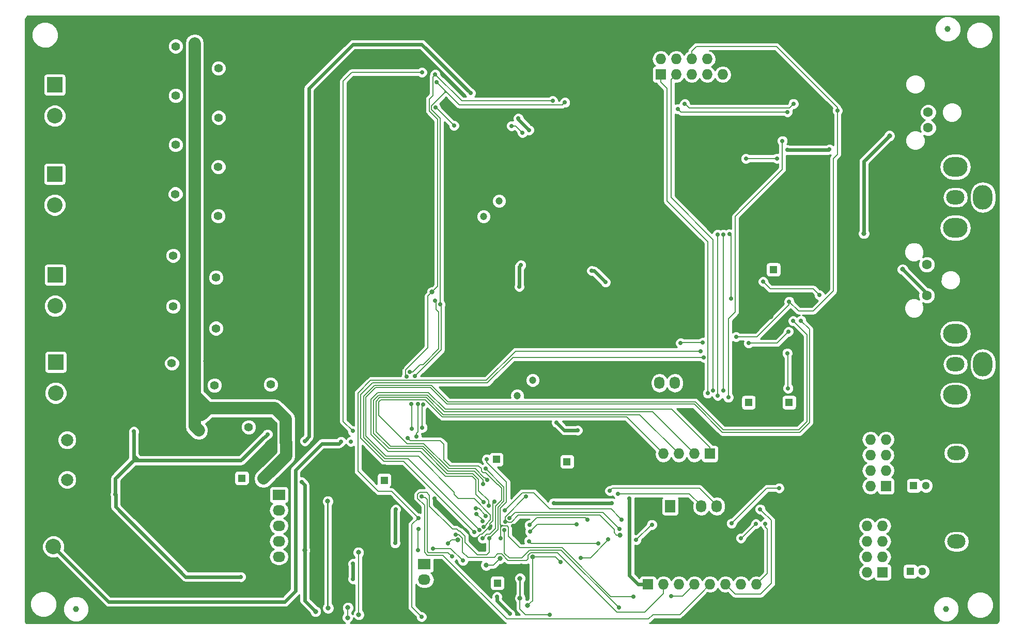
<source format=gbl>
%TF.GenerationSoftware,KiCad,Pcbnew,4.0.7*%
%TF.CreationDate,2018-07-02T08:28:23+02:00*%
%TF.ProjectId,smd_aio,736D645F61696F2E6B696361645F7063,rev?*%
%TF.FileFunction,Copper,L2,Bot,Signal*%
%FSLAX46Y46*%
G04 Gerber Fmt 4.6, Leading zero omitted, Abs format (unit mm)*
G04 Created by KiCad (PCBNEW 4.0.7) date Monday, 02. July 2018 'u28' 08:28:23*
%MOMM*%
%LPD*%
G01*
G04 APERTURE LIST*
%ADD10C,0.100000*%
%ADD11C,0.800000*%
%ADD12C,1.600000*%
%ADD13R,1.300000X1.300000*%
%ADD14C,1.300000*%
%ADD15O,4.000000X3.200000*%
%ADD16O,3.200000X4.000000*%
%ADD17O,3.000000X2.300000*%
%ADD18C,1.400000*%
%ADD19R,2.032000X1.727200*%
%ADD20O,2.032000X1.727200*%
%ADD21R,1.727200X2.032000*%
%ADD22O,1.727200X2.032000*%
%ADD23R,1.727200X1.727200*%
%ADD24O,1.727200X1.727200*%
%ADD25R,2.540000X2.540000*%
%ADD26C,2.540000*%
%ADD27C,1.200000*%
%ADD28C,2.000000*%
%ADD29C,1.000000*%
%ADD30C,0.700000*%
%ADD31C,0.200000*%
%ADD32C,0.280000*%
%ADD33C,0.600000*%
%ADD34C,2.000000*%
%ADD35C,0.250000*%
%ADD36C,0.254000*%
G04 APERTURE END LIST*
D10*
D11*
X46220000Y-94640000D03*
X68220000Y-75970000D03*
X62200000Y-79340000D03*
X59110000Y-79320000D03*
X58680000Y-76060000D03*
X62160000Y-75990000D03*
X64025000Y-74175000D03*
X51890000Y-76980000D03*
X53830000Y-74240000D03*
X48620000Y-73830000D03*
X53510000Y-69250000D03*
X49410000Y-66660000D03*
X53650000Y-51440000D03*
X57090000Y-51500000D03*
X60620000Y-51470000D03*
X49960000Y-48410000D03*
X52370000Y-45750000D03*
X57040000Y-34120000D03*
X51200000Y-31770000D03*
X51950000Y-27530000D03*
X51940000Y-24220000D03*
X54290000Y-34120000D03*
X64520000Y-25260000D03*
X60240000Y-24180000D03*
X140180000Y-65580000D03*
X141210000Y-66570000D03*
X139090000Y-66580000D03*
X141210000Y-64470000D03*
X38370000Y-77410000D03*
X38300000Y-76040000D03*
X34670000Y-76840000D03*
X33430000Y-78550000D03*
X29710000Y-78550000D03*
X34170000Y-19940000D03*
X32790000Y-19970000D03*
X31430000Y-19940000D03*
X38660000Y-37930000D03*
X37220000Y-37930000D03*
X35940000Y-37930000D03*
X39410000Y-44850000D03*
X35480000Y-44830000D03*
X34890000Y-53710000D03*
X33380000Y-53790000D03*
X31990000Y-53770000D03*
X31050000Y-64440000D03*
X32570000Y-64400000D03*
X34010000Y-64350000D03*
X36610000Y-60490000D03*
X38170000Y-60490000D03*
X39740000Y-60550000D03*
X49870000Y-71520000D03*
X59470000Y-72580000D03*
X56290000Y-72980000D03*
X59320000Y-65460000D03*
X53950000Y-65420000D03*
X56480000Y-65440000D03*
X60170000Y-30670000D03*
X56730000Y-30500000D03*
X60300000Y-43010000D03*
X56810000Y-43050000D03*
X59510000Y-62260000D03*
X56630000Y-62240000D03*
X54020000Y-62260000D03*
X59560000Y-55020000D03*
X56850000Y-54950000D03*
X54220000Y-55000000D03*
X83420000Y-55515000D03*
X81720000Y-55515000D03*
X80060000Y-55485000D03*
X78565000Y-55465000D03*
X77160000Y-55445000D03*
X53830000Y-49630000D03*
X56970000Y-46910000D03*
X60750000Y-46870000D03*
X57230000Y-37560000D03*
X56500000Y-24180000D03*
X56550000Y-27540000D03*
X60290000Y-27540000D03*
X78325000Y-60675000D03*
X79550000Y-60675000D03*
X80775000Y-60675000D03*
X82000000Y-60675000D03*
X77100000Y-60675000D03*
X77100000Y-73275000D03*
X82000000Y-73275000D03*
X80775000Y-73275000D03*
X79550000Y-73275000D03*
X78325000Y-73275000D03*
X77100000Y-72000000D03*
X82000000Y-72000000D03*
X80775000Y-72000000D03*
X79550000Y-72000000D03*
X78325000Y-72000000D03*
X77100000Y-70775000D03*
X82000000Y-70775000D03*
X80775000Y-70775000D03*
X79550000Y-70775000D03*
X78325000Y-70775000D03*
X77100000Y-69525000D03*
X82000000Y-69525000D03*
X80775000Y-69525000D03*
X79550000Y-69525000D03*
X78325000Y-69525000D03*
X77100000Y-68275000D03*
X82000000Y-68275000D03*
X80775000Y-68275000D03*
X79550000Y-68275000D03*
X78325000Y-68275000D03*
X77100000Y-67050000D03*
X82000000Y-67050000D03*
X80775000Y-67050000D03*
X79550000Y-67050000D03*
X78325000Y-67050000D03*
X77100000Y-65825000D03*
X82000000Y-65825000D03*
X80775000Y-65825000D03*
X79550000Y-65825000D03*
X78325000Y-65825000D03*
X77100000Y-64575000D03*
X82000000Y-64575000D03*
X80775000Y-64575000D03*
X79550000Y-64575000D03*
X78325000Y-64575000D03*
X77100000Y-63375000D03*
X82000000Y-63375000D03*
X80775000Y-63375000D03*
X79550000Y-63375000D03*
X78325000Y-63375000D03*
X77125000Y-62150000D03*
X82025000Y-62150000D03*
X80800000Y-62150000D03*
X79575000Y-62150000D03*
X78350000Y-62150000D03*
X78300000Y-74875000D03*
X79525000Y-74875000D03*
X80750000Y-74875000D03*
X77075000Y-74875000D03*
X75675000Y-27575000D03*
X76900000Y-27575000D03*
X78125000Y-27575000D03*
X79350000Y-27575000D03*
X74450000Y-27575000D03*
X75675000Y-30375000D03*
X76900000Y-30400000D03*
X78125000Y-30400000D03*
X79350000Y-30375000D03*
X74475000Y-30350000D03*
X75675000Y-31725000D03*
X76900000Y-31725000D03*
X78125000Y-31725000D03*
X79350000Y-31725000D03*
X74450000Y-31725000D03*
X75725000Y-32975000D03*
X76950000Y-32975000D03*
X78175000Y-32975000D03*
X79400000Y-32975000D03*
X74500000Y-32975000D03*
X73680000Y-24700000D03*
X63350000Y-28910000D03*
X79410000Y-24750000D03*
X77650000Y-24730000D03*
X75630000Y-24730000D03*
X74450000Y-34225000D03*
X79350000Y-34225000D03*
X78125000Y-34225000D03*
X76900000Y-34225000D03*
X75675000Y-34225000D03*
X74450000Y-35450000D03*
X79350000Y-35450000D03*
X78125000Y-35450000D03*
X76900000Y-35450000D03*
X75675000Y-35450000D03*
X74450000Y-36675000D03*
X79350000Y-36675000D03*
X78125000Y-36675000D03*
X76900000Y-36675000D03*
X75675000Y-36675000D03*
X74450000Y-37900000D03*
X79350000Y-37900000D03*
X78125000Y-37900000D03*
X76900000Y-37900000D03*
X75675000Y-37900000D03*
X74450000Y-39125000D03*
X79350000Y-39125000D03*
X78125000Y-39125000D03*
X76900000Y-39125000D03*
X75675000Y-39125000D03*
X74475000Y-40400000D03*
X79375000Y-40400000D03*
X78150000Y-40400000D03*
X76925000Y-40400000D03*
X75700000Y-40400000D03*
X74425000Y-28975000D03*
X79325000Y-28975000D03*
X78100000Y-28975000D03*
X76875000Y-28975000D03*
X75650000Y-28975000D03*
X75300000Y-41975000D03*
X76525000Y-41975000D03*
X77750000Y-41975000D03*
X78975000Y-41975000D03*
D12*
X166751000Y-60563000D03*
X166751000Y-63103000D03*
X166751000Y-58023000D03*
D13*
X77851000Y-93363000D03*
D14*
X77851000Y-91363000D03*
D13*
X96401000Y-110213000D03*
D14*
X98401000Y-110213000D03*
D13*
X107801000Y-90313000D03*
D14*
X109801000Y-90313000D03*
D13*
X96226000Y-89963000D03*
D14*
X98226000Y-89963000D03*
D13*
X164601000Y-94263000D03*
D14*
X166601000Y-94263000D03*
D13*
X164051000Y-108313000D03*
D14*
X166051000Y-108313000D03*
D13*
X141626000Y-58838000D03*
D14*
X141626000Y-56838000D03*
D13*
X137551000Y-80613000D03*
D14*
X137551000Y-82613000D03*
D13*
X144201000Y-80613000D03*
D14*
X144201000Y-82613000D03*
D15*
X171601000Y-83913000D03*
X171601000Y-93913000D03*
D16*
X176101000Y-88913000D03*
D17*
X171601000Y-88913000D03*
D15*
X171626000Y-98413000D03*
X171626000Y-108413000D03*
D16*
X176126000Y-103413000D03*
D17*
X171626000Y-103413000D03*
D18*
X50626000Y-50063000D03*
X43626000Y-46463000D03*
X50651000Y-41988000D03*
X43651000Y-38388000D03*
X50670000Y-33930000D03*
X43670000Y-30330000D03*
X50670000Y-25850000D03*
X43670000Y-22250000D03*
X59226000Y-77663000D03*
X55626000Y-84663000D03*
X50026000Y-77813000D03*
X43026000Y-74213000D03*
X50261000Y-68473000D03*
X43261000Y-64873000D03*
X50271000Y-60143000D03*
X43271000Y-56543000D03*
D19*
X60575000Y-95750000D03*
D20*
X60575000Y-98290000D03*
X60575000Y-100830000D03*
X60575000Y-103370000D03*
X60575000Y-105910000D03*
X60575000Y-108450000D03*
D21*
X124701000Y-97638000D03*
D22*
X127241000Y-97638000D03*
X129781000Y-97638000D03*
X132321000Y-97638000D03*
D19*
X84429333Y-107143000D03*
D20*
X84429333Y-109683000D03*
X84429333Y-112223000D03*
D23*
X123151000Y-26863000D03*
D24*
X123151000Y-24323000D03*
X125691000Y-26863000D03*
X125691000Y-24323000D03*
X128231000Y-26863000D03*
X128231000Y-24323000D03*
X130771000Y-26863000D03*
X130771000Y-24323000D03*
X133311000Y-26863000D03*
X133311000Y-24323000D03*
D23*
X121076000Y-110438000D03*
D24*
X121076000Y-107898000D03*
X123616000Y-110438000D03*
X123616000Y-107898000D03*
X126156000Y-110438000D03*
X126156000Y-107898000D03*
X128696000Y-110438000D03*
X128696000Y-107898000D03*
X131236000Y-110438000D03*
X131236000Y-107898000D03*
X133776000Y-110438000D03*
X133776000Y-107898000D03*
X136316000Y-110438000D03*
X136316000Y-107898000D03*
X138856000Y-110438000D03*
X138856000Y-107898000D03*
D23*
X160065000Y-94324000D03*
D24*
X157525000Y-94324000D03*
X160065000Y-91784000D03*
X157525000Y-91784000D03*
X160065000Y-89244000D03*
X157525000Y-89244000D03*
X160065000Y-86704000D03*
X157525000Y-86704000D03*
D23*
X159526000Y-108438000D03*
D24*
X156986000Y-108438000D03*
X159526000Y-105898000D03*
X156986000Y-105898000D03*
X159526000Y-103358000D03*
X156986000Y-103358000D03*
X159526000Y-100818000D03*
X156986000Y-100818000D03*
D25*
X23851000Y-43173000D03*
D26*
X23851000Y-48253000D03*
D25*
X23851000Y-28573000D03*
D26*
X23851000Y-33653000D03*
D12*
X166976000Y-33063000D03*
X166976000Y-35603000D03*
X166976000Y-30523000D03*
D25*
X23622000Y-99187000D03*
D26*
X23622000Y-104267000D03*
D25*
X24001000Y-74003000D03*
D26*
X24001000Y-79083000D03*
D25*
X23921000Y-59713000D03*
D26*
X23921000Y-64793000D03*
D27*
X94141000Y-50143000D03*
X91601000Y-47603000D03*
X96681000Y-47603000D03*
X99651000Y-79488000D03*
X97111000Y-76948000D03*
X102191000Y-76948000D03*
D28*
X25875000Y-93275000D03*
X21375000Y-93275000D03*
X25875000Y-86775000D03*
X21375000Y-86775000D03*
D29*
X169926000Y-114488000D03*
X27326000Y-114463000D03*
D14*
X52000000Y-93025000D03*
D13*
X54500000Y-93025000D03*
D29*
X170201000Y-19413000D03*
D11*
X92075000Y-26975000D03*
X92050000Y-60875000D03*
X135500000Y-67450000D03*
X139110000Y-64460000D03*
X103250000Y-84510000D03*
X45080000Y-94090000D03*
D23*
X131200000Y-89040000D03*
D24*
X131200000Y-91580000D03*
X128660000Y-89040000D03*
X128660000Y-91580000D03*
X126120000Y-89040000D03*
X126120000Y-91580000D03*
X123580000Y-89040000D03*
X123580000Y-91580000D03*
D15*
X171450000Y-42000000D03*
X171450000Y-52000000D03*
D16*
X175950000Y-47000000D03*
D17*
X171450000Y-47000000D03*
D15*
X171450000Y-69375000D03*
X171450000Y-79375000D03*
D16*
X175950000Y-74375000D03*
D17*
X171450000Y-74375000D03*
D21*
X128025000Y-77425000D03*
D22*
X125485000Y-77425000D03*
X122945000Y-77425000D03*
D30*
X72400000Y-87030000D03*
D11*
X71875000Y-114250000D03*
D30*
X135499998Y-69875000D03*
X83950002Y-115750000D03*
X144201000Y-64087999D03*
X152101000Y-32763000D03*
X129651000Y-72213000D03*
X83426000Y-99563000D03*
D11*
X71826000Y-115888000D03*
D30*
X95930000Y-96849990D03*
X95185374Y-101220614D03*
X49500000Y-111650000D03*
X100300000Y-107390000D03*
X92070000Y-103300000D03*
X94280000Y-111110000D03*
X90172220Y-100660641D03*
X99475000Y-94050000D03*
X86100000Y-96370000D03*
X90880000Y-113340000D03*
X54210000Y-111770000D03*
X110020000Y-34370000D03*
X98919001Y-100868154D03*
X100425000Y-103575000D03*
D11*
X72325000Y-82225000D03*
D30*
X83450000Y-101400000D03*
X115150000Y-97125000D03*
X105625000Y-97100000D03*
X58725000Y-85825000D03*
X83375000Y-104825000D03*
X98451000Y-115287991D03*
X36800000Y-85400000D03*
X54350000Y-109200000D03*
X33800000Y-95675000D03*
X91975000Y-29925000D03*
X150801000Y-39163000D03*
X143951000Y-39238000D03*
X99826000Y-34038000D03*
X101551000Y-35963000D03*
X99976000Y-61663000D03*
X100251000Y-58113000D03*
X114101000Y-60913000D03*
X111851000Y-59038000D03*
X96326000Y-112438000D03*
X79726000Y-98163000D03*
X79626000Y-103663000D03*
X64826000Y-86938000D03*
D11*
X47450000Y-85225000D03*
X58025000Y-93100000D03*
X60026000Y-81638000D03*
X46776000Y-53313000D03*
X46776000Y-21738000D03*
D30*
X144025000Y-78300000D03*
X143900000Y-72550000D03*
D11*
X162801000Y-58813000D03*
X160651000Y-36913000D03*
X156451000Y-52913000D03*
D30*
X64325000Y-93675000D03*
X72751000Y-109538000D03*
X72751000Y-107063000D03*
D11*
X64826000Y-104838000D03*
X66601000Y-114888000D03*
D30*
X70750000Y-87025000D03*
X118026000Y-96388000D03*
X109501000Y-85188000D03*
X106101000Y-83938000D03*
X116151000Y-95563000D03*
X111151000Y-99863000D03*
X101651000Y-100713000D03*
X114818630Y-95089879D03*
X109401000Y-100613000D03*
X101751000Y-101813000D03*
D11*
X96801000Y-106213000D03*
X94553530Y-107280714D03*
X73651000Y-115399990D03*
X101350000Y-113900000D03*
D30*
X121700000Y-100650000D03*
X119151000Y-103113021D03*
X114551000Y-103063000D03*
X110051000Y-106063000D03*
X130851000Y-79113000D03*
D11*
X73626000Y-105188000D03*
X102151000Y-105963000D03*
D30*
X106751000Y-106813000D03*
D11*
X100100006Y-112700000D03*
D30*
X131749996Y-78650000D03*
X139451008Y-98113000D03*
X105001000Y-115388000D03*
D11*
X100101000Y-109463000D03*
X68651000Y-114313000D03*
X68601000Y-96813000D03*
D30*
X89600000Y-102250000D03*
X97551377Y-101513723D03*
X116276000Y-114263000D03*
X96901000Y-102867880D03*
X87026000Y-64563000D03*
X84247328Y-80920148D03*
X107451000Y-31449990D03*
X127100010Y-31700000D03*
X84076000Y-84738000D03*
X82901000Y-76288000D03*
X86451000Y-28163000D03*
X144901000Y-31663000D03*
X94651000Y-89913000D03*
X124901000Y-112363000D03*
X118701000Y-112413000D03*
X95076000Y-102867880D03*
D11*
X85676000Y-62538000D03*
D30*
X81501000Y-76349900D03*
X82250000Y-80850000D03*
X105450000Y-31200000D03*
X143918313Y-33000010D03*
X125960442Y-32514215D03*
X82351000Y-84913000D03*
X86201000Y-26863000D03*
X94451000Y-91463000D03*
X142201000Y-40613000D03*
X137101000Y-40663000D03*
X94140000Y-96940000D03*
X94950373Y-97511732D03*
X94076000Y-93963000D03*
X94726000Y-93313000D03*
D11*
X116481815Y-102348846D03*
D30*
X97717129Y-100213712D03*
X136300000Y-102850000D03*
X101051000Y-96063000D03*
X138751000Y-100513000D03*
X132501000Y-79513000D03*
X132500997Y-53063000D03*
X140300000Y-100500000D03*
X133400000Y-78650000D03*
X133401000Y-53063000D03*
X86257664Y-32312987D03*
X89275000Y-35225000D03*
X98701000Y-35288000D03*
X100501000Y-36388000D03*
X134651000Y-63613000D03*
X134401000Y-53013000D03*
X137550000Y-70900000D03*
X92621609Y-101857457D03*
D11*
X89900420Y-103151260D03*
D30*
X130200990Y-73213000D03*
X144101000Y-69013000D03*
X88251000Y-103763000D03*
X93930000Y-102880000D03*
X72676000Y-85313000D03*
X84026000Y-26513000D03*
X81651000Y-86438000D03*
X134232086Y-79787180D03*
X143099998Y-37750000D03*
X101551000Y-103363000D03*
X112924542Y-103763000D03*
X90751000Y-106563000D03*
X85801000Y-104563000D03*
X116750000Y-99820000D03*
X94450000Y-99224999D03*
X142575000Y-94650000D03*
X97575000Y-98325000D03*
X92840074Y-98006669D03*
X134750000Y-100450000D03*
X116434542Y-101400011D03*
X93950294Y-100119168D03*
X98372127Y-99572127D03*
X92975000Y-98900002D03*
X94166855Y-100992737D03*
X146151000Y-67213000D03*
X93473186Y-101566187D03*
X144851010Y-67259068D03*
X83349784Y-80853538D03*
X82006331Y-75605143D03*
X86176000Y-63913000D03*
X83101000Y-86213000D03*
X83976000Y-96013000D03*
X88926000Y-105888000D03*
X149150000Y-63000000D03*
X139925000Y-60800000D03*
X130025000Y-70800000D03*
X126425000Y-70875000D03*
D31*
X71826000Y-114299000D02*
X71875000Y-114250000D01*
X71826000Y-115888000D02*
X71826000Y-114299000D01*
X151451001Y-62300000D02*
X151451001Y-40612999D01*
X148151001Y-65625000D02*
X151451001Y-62325000D01*
X151451001Y-62325000D02*
X151451001Y-62300000D01*
X145738001Y-65625000D02*
X148151001Y-65625000D01*
X144201000Y-64087999D02*
X145738001Y-65625000D01*
X151451001Y-40612999D02*
X152101000Y-39963000D01*
X152101000Y-39963000D02*
X152101000Y-32763000D01*
X83426000Y-99563000D02*
X79076000Y-95213000D01*
X79076000Y-95213000D02*
X76901000Y-95213000D01*
X76901000Y-95213000D02*
X73551000Y-91863000D01*
X73551000Y-91863000D02*
X73551000Y-79063000D01*
X73551000Y-79063000D02*
X75614090Y-76999910D01*
X75614090Y-76999910D02*
X94564090Y-76999910D01*
X94564090Y-76999910D02*
X99351000Y-72213000D01*
X99351000Y-72213000D02*
X126451998Y-72213000D01*
X126451998Y-72213000D02*
X129651000Y-72213000D01*
X144201000Y-64582973D02*
X138908973Y-69875000D01*
X135994972Y-69875000D02*
X135499998Y-69875000D01*
X144201000Y-64087999D02*
X144201000Y-64582973D01*
X138908973Y-69875000D02*
X135994972Y-69875000D01*
X82351000Y-114150998D02*
X83600003Y-115400001D01*
X83600003Y-115400001D02*
X83950002Y-115750000D01*
X83426000Y-99563000D02*
X82351000Y-100638000D01*
X82351000Y-100638000D02*
X82351000Y-114150998D01*
X152101000Y-32763000D02*
X152101000Y-32268026D01*
X152101000Y-32268026D02*
X142095974Y-22263000D01*
X142095974Y-22263000D02*
X129001000Y-22263000D01*
X129001000Y-22263000D02*
X128231000Y-23033000D01*
X128231000Y-23033000D02*
X128231000Y-24323000D01*
X94010000Y-102069124D02*
X94858510Y-101220614D01*
X93916125Y-102162999D02*
X94010000Y-102069124D01*
X94010000Y-102069124D02*
X93862936Y-102216188D01*
X93862936Y-102216188D02*
X93648786Y-102216188D01*
X93648786Y-102216188D02*
X92564974Y-103300000D01*
X92564974Y-103300000D02*
X92070000Y-103300000D01*
X95185374Y-100505326D02*
X95675012Y-100015688D01*
X95185374Y-101220614D02*
X95185374Y-100505326D01*
X95675012Y-100015688D02*
X95675012Y-97104978D01*
X95675012Y-97104978D02*
X95930000Y-96849990D01*
X94858510Y-101220614D02*
X95185374Y-101220614D01*
X49500000Y-111650000D02*
X49994974Y-111650000D01*
X49994974Y-111650000D02*
X50074974Y-111730000D01*
X100300000Y-107390000D02*
X100794974Y-107390000D01*
X100794974Y-107390000D02*
X100974974Y-107570000D01*
X98023238Y-111510000D02*
X94680000Y-111510000D01*
X94680000Y-111510000D02*
X94280000Y-111110000D01*
X98401000Y-110213000D02*
X98401000Y-111132238D01*
X98401000Y-111132238D02*
X98023238Y-111510000D01*
X86100000Y-96370000D02*
X86160000Y-96370000D01*
X99975000Y-101924153D02*
X99269000Y-101218153D01*
X99269000Y-101218153D02*
X98919001Y-100868154D01*
X99975000Y-102600000D02*
X99975000Y-101924153D01*
D32*
X72325000Y-82225000D02*
X72300000Y-82225000D01*
D31*
X83375000Y-101475000D02*
X83450000Y-101400000D01*
X83375000Y-104825000D02*
X83375000Y-101475000D01*
D33*
X115125000Y-97100000D02*
X115150000Y-97125000D01*
X105625000Y-97100000D02*
X115125000Y-97100000D01*
X54375000Y-90125000D02*
X37575000Y-90125000D01*
X37575000Y-90125000D02*
X36850000Y-90125000D01*
X36800000Y-89350000D02*
X37575000Y-90125000D01*
X58725000Y-85825000D02*
X58375001Y-86174999D01*
X36850000Y-90125000D02*
X36800000Y-90075000D01*
X58375001Y-86174999D02*
X58325001Y-86174999D01*
X58325001Y-86174999D02*
X54375000Y-90125000D01*
X37150000Y-89700000D02*
X36800000Y-89350000D01*
X36800000Y-90075000D02*
X36800000Y-89700000D01*
X36800000Y-89700000D02*
X36800000Y-89350000D01*
X37050000Y-89825000D02*
X36800000Y-90075000D01*
X36800000Y-89350000D02*
X36800000Y-85400000D01*
X33800000Y-95675000D02*
X33825000Y-95700000D01*
X33825000Y-95700000D02*
X33825000Y-97725000D01*
X33825000Y-97725000D02*
X45300000Y-109200000D01*
X45300000Y-109200000D02*
X54350000Y-109200000D01*
X98101001Y-114937992D02*
X98451000Y-115287991D01*
X96326000Y-113162991D02*
X98101001Y-114937992D01*
X96326000Y-112438000D02*
X96326000Y-113162991D01*
X33800000Y-93075000D02*
X36800000Y-90075000D01*
X33800000Y-95675000D02*
X33800000Y-93075000D01*
X143951000Y-39238000D02*
X143963000Y-39250000D01*
X143963000Y-39250000D02*
X150714000Y-39250000D01*
X150714000Y-39250000D02*
X150801000Y-39163000D01*
X72700000Y-21950000D02*
X84000000Y-21950000D01*
X84000000Y-21950000D02*
X91975000Y-29925000D01*
X65501001Y-29148999D02*
X72700000Y-21950000D01*
X65175999Y-86549001D02*
X65501001Y-86223999D01*
X65501001Y-86223999D02*
X65501001Y-29148999D01*
X64826000Y-86938000D02*
X65175999Y-86588001D01*
X65175999Y-86588001D02*
X65175999Y-86549001D01*
X99826000Y-34238000D02*
X99826000Y-34038000D01*
X101551000Y-35963000D02*
X99826000Y-34238000D01*
X99976000Y-58388000D02*
X99976000Y-61663000D01*
X100251000Y-58113000D02*
X99976000Y-58388000D01*
X114101000Y-60913000D02*
X112226000Y-59038000D01*
X112226000Y-59038000D02*
X111851000Y-59038000D01*
X79626000Y-98263000D02*
X79626000Y-103663000D01*
X79626000Y-98263000D02*
X79726000Y-98163000D01*
D34*
X46776000Y-82638000D02*
X46776000Y-84551000D01*
X46776000Y-84551000D02*
X47450000Y-85225000D01*
X61750000Y-89425000D02*
X58934999Y-92240001D01*
X61750000Y-87124000D02*
X61750000Y-89425000D01*
X58934999Y-92240001D02*
X58884999Y-92240001D01*
X58884999Y-92240001D02*
X58025000Y-93100000D01*
X61738000Y-83350000D02*
X61738000Y-87112000D01*
X60026000Y-81638000D02*
X61738000Y-83350000D01*
X61738000Y-87112000D02*
X61750000Y-87124000D01*
X59938500Y-81550500D02*
X60026000Y-81638000D01*
X59938500Y-81550500D02*
X48913500Y-81550500D01*
X46776000Y-79163000D02*
X46776000Y-79413000D01*
X46776000Y-79413000D02*
X48913500Y-81550500D01*
X48913500Y-81550500D02*
X48963500Y-81600500D01*
X46776000Y-82638000D02*
X46776000Y-79163000D01*
X46776000Y-79163000D02*
X46776000Y-53313000D01*
X47926000Y-82638000D02*
X48963500Y-81600500D01*
X47926000Y-82638000D02*
X46776000Y-82638000D01*
X48963500Y-81600500D02*
X49001000Y-81563000D01*
X46776000Y-53313000D02*
X46776000Y-21738000D01*
D31*
X144025000Y-72675000D02*
X144025000Y-78300000D01*
X143900000Y-72550000D02*
X144025000Y-72675000D01*
D35*
X166751000Y-62763000D02*
X166751000Y-63103000D01*
D33*
X162801000Y-58813000D02*
X166751000Y-62763000D01*
X160651000Y-36913000D02*
X156451000Y-41113000D01*
X156451000Y-41113000D02*
X156451000Y-52913000D01*
X64826000Y-104838000D02*
X64826000Y-94176000D01*
X64826000Y-94176000D02*
X64325000Y-93675000D01*
X72751000Y-107063000D02*
X72751000Y-109538000D01*
X64826000Y-113113000D02*
X64826000Y-104838000D01*
X66601000Y-114888000D02*
X64826000Y-113113000D01*
X70750000Y-87025000D02*
X70400001Y-87374999D01*
X70400001Y-87374999D02*
X67625001Y-87374999D01*
X67625001Y-87374999D02*
X63300000Y-91700000D01*
X63300000Y-91700000D02*
X63300000Y-111549998D01*
X63300000Y-111549998D02*
X61549998Y-113300000D01*
X61549998Y-113300000D02*
X32655000Y-113300000D01*
X32655000Y-113300000D02*
X23622000Y-104267000D01*
X118026000Y-109013000D02*
X119451000Y-110438000D01*
X119451000Y-110438000D02*
X121076000Y-110438000D01*
X118026000Y-96388000D02*
X118026000Y-109013000D01*
X107351000Y-85188000D02*
X109501000Y-85188000D01*
X106101000Y-83938000D02*
X107351000Y-85188000D01*
D31*
X116645974Y-95563000D02*
X116151000Y-95563000D01*
X127858400Y-95563000D02*
X116645974Y-95563000D01*
X129781000Y-97485600D02*
X127858400Y-95563000D01*
X129781000Y-97638000D02*
X129781000Y-97485600D01*
X102850999Y-99513001D02*
X110801001Y-99513001D01*
X101651000Y-100713000D02*
X102850999Y-99513001D01*
X110801001Y-99513001D02*
X111151000Y-99863000D01*
X132321000Y-97638000D02*
X132321000Y-97485600D01*
X132321000Y-97485600D02*
X129548400Y-94713000D01*
X129548400Y-94713000D02*
X115195509Y-94713000D01*
X115195509Y-94713000D02*
X115168629Y-94739880D01*
X115168629Y-94739880D02*
X114818630Y-95089879D01*
X108906026Y-100613000D02*
X109401000Y-100613000D01*
X102951000Y-100613000D02*
X108906026Y-100613000D01*
X101751000Y-101813000D02*
X102951000Y-100613000D01*
X94553530Y-107280714D02*
X95733286Y-107280714D01*
X95733286Y-107280714D02*
X96801000Y-106213000D01*
X73626000Y-115374990D02*
X73651000Y-115399990D01*
X73626000Y-105188000D02*
X73626000Y-115374990D01*
X101749999Y-113500001D02*
X101350000Y-113900000D01*
X102151000Y-113099000D02*
X101749999Y-113500001D01*
X102151000Y-105963000D02*
X102151000Y-113099000D01*
X121614021Y-100650000D02*
X121700000Y-100650000D01*
X119151000Y-103113021D02*
X121614021Y-100650000D01*
X123151000Y-28113000D02*
X124201000Y-29163000D01*
X123151000Y-26863000D02*
X123151000Y-28113000D01*
X124201000Y-29163000D02*
X124201000Y-47613000D01*
X124201000Y-47613000D02*
X130851000Y-54263000D01*
X130851000Y-54263000D02*
X130851000Y-78313000D01*
X130851000Y-78313000D02*
X130851000Y-79113000D01*
X110051000Y-106063000D02*
X111651000Y-106063000D01*
X111651000Y-106063000D02*
X114551000Y-103163000D01*
X114551000Y-103163000D02*
X114551000Y-103063000D01*
X106751000Y-106813000D02*
X105901000Y-105963000D01*
X105901000Y-105963000D02*
X102151000Y-105963000D01*
X100100006Y-114512006D02*
X100100006Y-113265685D01*
D35*
X100101000Y-112699006D02*
X100100006Y-112700000D01*
X100101000Y-109463000D02*
X100101000Y-112699006D01*
D31*
X105001000Y-115388000D02*
X100976000Y-115388000D01*
X100100006Y-113265685D02*
X100100006Y-112700000D01*
X100976000Y-115388000D02*
X100100006Y-114512006D01*
X125691000Y-26863000D02*
X124827401Y-27726599D01*
X124827401Y-27726599D02*
X124827401Y-47039401D01*
X131749996Y-78155026D02*
X131749996Y-78650000D01*
X131749996Y-53961996D02*
X131749996Y-78155026D01*
X124827401Y-47039401D02*
X131749996Y-53961996D01*
X141301001Y-99962993D02*
X139801007Y-98462999D01*
X141301001Y-110262999D02*
X141301001Y-99962993D01*
X133776000Y-110438000D02*
X135351000Y-112013000D01*
X139551000Y-112013000D02*
X141301001Y-110262999D01*
X135351000Y-112013000D02*
X139551000Y-112013000D01*
X139801007Y-98462999D02*
X139451008Y-98113000D01*
D35*
X68651000Y-114313000D02*
X68601000Y-114263000D01*
X68601000Y-114263000D02*
X68601000Y-96813000D01*
D31*
X123616000Y-110438000D02*
X123616000Y-111959000D01*
X123616000Y-111959000D02*
X120587000Y-114988000D01*
X120587000Y-114988000D02*
X115976000Y-114988000D01*
X115976000Y-114988000D02*
X106226000Y-105238000D01*
X101851000Y-105238000D02*
X101426000Y-105663000D01*
X106226000Y-105238000D02*
X101851000Y-105238000D01*
X101201000Y-106488000D02*
X98126000Y-106488000D01*
X101426000Y-106263000D02*
X101201000Y-106488000D01*
X101426000Y-105663000D02*
X101426000Y-106263000D01*
X98126000Y-106488000D02*
X97101000Y-105463000D01*
X96426000Y-105463000D02*
X95876000Y-106013000D01*
X97101000Y-105463000D02*
X96426000Y-105463000D01*
X95876000Y-106013000D02*
X91576000Y-106013000D01*
X91576000Y-106013000D02*
X90700001Y-105137001D01*
X90700001Y-105137001D02*
X90700001Y-102855027D01*
X90700001Y-102855027D02*
X90094974Y-102250000D01*
X90094974Y-102250000D02*
X89600000Y-102250000D01*
X100435311Y-106087989D02*
X98325989Y-106087989D01*
X106850989Y-104837989D02*
X101685311Y-104837989D01*
X101685311Y-104837989D02*
X100435311Y-106087989D01*
X97551377Y-105313377D02*
X97551377Y-102008697D01*
X98325989Y-106087989D02*
X97551377Y-105313377D01*
X116276000Y-114263000D02*
X106850989Y-104837989D01*
X97551377Y-102008697D02*
X97551377Y-101513723D01*
X96901000Y-100588000D02*
X96901000Y-102372906D01*
X96876000Y-100563000D02*
X96901000Y-100588000D01*
X96901000Y-102372906D02*
X96901000Y-102867880D01*
X96901000Y-101100998D02*
X96901000Y-102372906D01*
X97263999Y-100737999D02*
X96901000Y-101100998D01*
X114991700Y-112413000D02*
X118206026Y-112413000D01*
X97389714Y-100863714D02*
X98013716Y-100863714D01*
X97263999Y-100737999D02*
X97389714Y-100863714D01*
X98226001Y-101075999D02*
X98226001Y-102537999D01*
X106991690Y-104412990D02*
X114991700Y-112413000D01*
X98226001Y-102537999D02*
X100100992Y-104412990D01*
X118206026Y-112413000D02*
X118701000Y-112413000D01*
X100100992Y-104412990D02*
X106991690Y-104412990D01*
X98013716Y-100863714D02*
X98226001Y-101075999D01*
X94651000Y-89913000D02*
X94651000Y-90407974D01*
X96876000Y-97958300D02*
X96876000Y-100563000D01*
X97898309Y-96935991D02*
X96876000Y-97958300D01*
X97898309Y-93655283D02*
X97898309Y-96935991D01*
X94651000Y-90407974D02*
X97898309Y-93655283D01*
X85607654Y-32624991D02*
X87026000Y-34043337D01*
X85607654Y-31992346D02*
X85607654Y-32624991D01*
X87788000Y-29812000D02*
X85607654Y-31992346D01*
X87026000Y-34043337D02*
X87026000Y-64068026D01*
X87026000Y-64068026D02*
X87026000Y-64563000D01*
X84076000Y-84738000D02*
X84076000Y-81091476D01*
X84076000Y-81091476D02*
X84247328Y-80920148D01*
X87788000Y-29500000D02*
X88138000Y-29850000D01*
X88138000Y-29850000D02*
X90138001Y-31850001D01*
X88100000Y-29812000D02*
X88138000Y-29850000D01*
X87788000Y-29812000D02*
X88100000Y-29812000D01*
X86451000Y-28163000D02*
X87788000Y-29500000D01*
X87788000Y-29812000D02*
X87788000Y-29500000D01*
X90138001Y-31850001D02*
X107050989Y-31850001D01*
X107050989Y-31850001D02*
X107101001Y-31799989D01*
X107101001Y-31799989D02*
X107451000Y-31449990D01*
X144214000Y-32350000D02*
X127814004Y-32350000D01*
X144901000Y-31663000D02*
X144214000Y-32350000D01*
X127814004Y-32350000D02*
X127114002Y-31649998D01*
X127114002Y-31649998D02*
X127101000Y-31663000D01*
X127101000Y-31699010D02*
X127100010Y-31700000D01*
X127101000Y-31663000D02*
X127101000Y-31699010D01*
X87176000Y-72013000D02*
X82901000Y-76288000D01*
X87176000Y-64713000D02*
X87176000Y-72013000D01*
X87026000Y-64563000D02*
X87176000Y-64713000D01*
X127101000Y-31663000D02*
X127001000Y-31663000D01*
X97263999Y-100737999D02*
X97050999Y-100737999D01*
X97050999Y-100737999D02*
X96876000Y-100563000D01*
X124901000Y-112363000D02*
X126771000Y-112363000D01*
X126771000Y-112363000D02*
X128696000Y-110438000D01*
X95076000Y-103362854D02*
X95076000Y-102867880D01*
X95076000Y-105161990D02*
X95076000Y-103362854D01*
X94637990Y-105600000D02*
X95076000Y-105161990D01*
X90251691Y-101699989D02*
X91100012Y-102548310D01*
X93098322Y-105600000D02*
X94637990Y-105600000D01*
X91100012Y-103601690D02*
X93098322Y-105600000D01*
X91100012Y-102548310D02*
X91100012Y-103601690D01*
X84800999Y-95362999D02*
X85276010Y-95838010D01*
X85276010Y-95838010D02*
X85276010Y-97651010D01*
X85276010Y-97651010D02*
X89025000Y-101400000D01*
X89025000Y-101400000D02*
X89737002Y-101400000D01*
X89737002Y-101400000D02*
X90036991Y-101699989D01*
X84475990Y-105203689D02*
X84475990Y-97474992D01*
X84935311Y-105663010D02*
X84475990Y-105203689D01*
X121916690Y-115388010D02*
X121179700Y-116125000D01*
X121179700Y-116125000D02*
X97925000Y-116125000D01*
X95425999Y-102517881D02*
X95076000Y-102867880D01*
X129601000Y-112073000D02*
X129591000Y-112073000D01*
X126275990Y-115388010D02*
X121916690Y-115388010D01*
X96475991Y-97792609D02*
X96475991Y-101467889D01*
X96475991Y-101467889D02*
X95425999Y-102517881D01*
X90036991Y-101699989D02*
X90251691Y-101699989D01*
X97475001Y-94487001D02*
X97475001Y-96793599D01*
X94451000Y-91463000D02*
X97475001Y-94487001D01*
X129591000Y-112073000D02*
X126275990Y-115388010D01*
X97475001Y-96793599D02*
X96475991Y-97792609D01*
X87463010Y-105663010D02*
X84935311Y-105663010D01*
X97925000Y-116125000D02*
X87463010Y-105663010D01*
X83663999Y-95362999D02*
X84800999Y-95362999D01*
X83325999Y-95700999D02*
X83663999Y-95362999D01*
X83325999Y-96325001D02*
X83325999Y-95700999D01*
X84475990Y-97474992D02*
X83325999Y-96325001D01*
X86201000Y-26863000D02*
X85800999Y-27263001D01*
X85800999Y-30287999D02*
X85207643Y-30881355D01*
X85800999Y-27263001D02*
X85800999Y-30287999D01*
X85207643Y-30881355D02*
X85207643Y-32840003D01*
X85207643Y-32840003D02*
X86625990Y-34258350D01*
X86625990Y-34258350D02*
X86625990Y-61588010D01*
X86625990Y-61588010D02*
X85676000Y-62538000D01*
X81501000Y-76349900D02*
X81350999Y-76199899D01*
X81350999Y-76199899D02*
X81350999Y-75300999D01*
X81350999Y-75300999D02*
X84979686Y-71672312D01*
X84979686Y-71672312D02*
X85000000Y-71672312D01*
X85000000Y-71672312D02*
X85000000Y-63214000D01*
X85000000Y-63214000D02*
X85676000Y-62538000D01*
X82351000Y-80951000D02*
X82250000Y-80850000D01*
X82351000Y-84913000D02*
X82351000Y-80951000D01*
X104955026Y-31200000D02*
X105450000Y-31200000D01*
X90538000Y-31200000D02*
X104955026Y-31200000D01*
X86201000Y-26863000D02*
X90538000Y-31200000D01*
X143423339Y-33000010D02*
X143918313Y-33000010D01*
X125960442Y-32514215D02*
X126446237Y-33000010D01*
X126446237Y-33000010D02*
X143423339Y-33000010D01*
X129601000Y-112073000D02*
X129501000Y-112173000D01*
X131236000Y-110438000D02*
X129601000Y-112073000D01*
X137151000Y-40613000D02*
X142201000Y-40613000D01*
X137101000Y-40663000D02*
X137151000Y-40613000D01*
X94140000Y-96940000D02*
X92851000Y-95651000D01*
X76764035Y-78999965D02*
X85087967Y-78999965D01*
X92851000Y-95651000D02*
X92851000Y-93313002D01*
X124961600Y-81738000D02*
X131200000Y-87976400D01*
X92851000Y-93313002D02*
X92251000Y-92713002D01*
X92251000Y-92713002D02*
X87876002Y-92713002D01*
X87876002Y-92713002D02*
X83801000Y-88638000D01*
X83801000Y-88638000D02*
X78476000Y-88638000D01*
X78476000Y-88638000D02*
X75676000Y-85838000D01*
X75676000Y-85838000D02*
X75676000Y-80088000D01*
X75676000Y-80088000D02*
X76764035Y-78999965D01*
X85087967Y-78999965D02*
X87826002Y-81738000D01*
X87826002Y-81738000D02*
X124961600Y-81738000D01*
X131200000Y-87976400D02*
X131200000Y-89040000D01*
X94950373Y-97511732D02*
X94950373Y-96694117D01*
X84019626Y-88188002D02*
X78626002Y-88188002D01*
X76101000Y-85663000D02*
X76101000Y-80263000D01*
X94950373Y-96694117D02*
X93326000Y-95069744D01*
X93326000Y-95069744D02*
X93326000Y-93222302D01*
X93326000Y-93222302D02*
X92366702Y-92263004D01*
X88094628Y-92263004D02*
X84019626Y-88188002D01*
X76964024Y-79399976D02*
X84903664Y-79399976D01*
X84903664Y-79399976D02*
X87666688Y-82163000D01*
X92366702Y-92263004D02*
X88094628Y-92263004D01*
X78626002Y-88188002D02*
X76101000Y-85663000D01*
X76101000Y-80263000D02*
X76964024Y-79399976D01*
X87666688Y-82163000D02*
X121783000Y-82163000D01*
X121783000Y-82163000D02*
X128660000Y-89040000D01*
X94076000Y-93963000D02*
X94076000Y-93353688D01*
X119692989Y-82612989D02*
X126120000Y-89040000D01*
X94076000Y-93353688D02*
X92585305Y-91862993D01*
X92585305Y-91862993D02*
X88260317Y-91862993D01*
X88260317Y-91862993D02*
X84185324Y-87788000D01*
X84185324Y-87788000D02*
X78851000Y-87788000D01*
X78851000Y-87788000D02*
X76526000Y-85463000D01*
X76526000Y-85463000D02*
X76526000Y-80422312D01*
X76526000Y-80422312D02*
X77148325Y-79799987D01*
X77148325Y-79799987D02*
X84737975Y-79799987D01*
X84737975Y-79799987D02*
X87550977Y-82612989D01*
X87550977Y-82612989D02*
X119692989Y-82612989D01*
X81151000Y-86938000D02*
X76951000Y-82738000D01*
X76951000Y-82738000D02*
X76951000Y-80563012D01*
X77314014Y-80199998D02*
X84562998Y-80199998D01*
X84562998Y-80199998D02*
X87376000Y-83013000D01*
X87376000Y-83013000D02*
X117553000Y-83013000D01*
X76951000Y-80563012D02*
X77314014Y-80199998D01*
X117553000Y-83013000D02*
X123580000Y-89040000D01*
X84326024Y-87363000D02*
X81576000Y-87363000D01*
X94251013Y-92963001D02*
X92750994Y-91462982D01*
X94726000Y-93313000D02*
X94376001Y-92963001D01*
X92750994Y-91462982D02*
X88426006Y-91462982D01*
X88426006Y-91462982D02*
X84326024Y-87363000D01*
X94376001Y-92963001D02*
X94251013Y-92963001D01*
X81576000Y-87363000D02*
X81151000Y-86938000D01*
X81151000Y-86938000D02*
X81151000Y-86913000D01*
X97717129Y-100213712D02*
X98212103Y-100213712D01*
X98212103Y-100213712D02*
X98220520Y-100222129D01*
X98684129Y-100222129D02*
X99831245Y-99075013D01*
X113223063Y-99075013D02*
X115560000Y-101411950D01*
X98220520Y-100222129D02*
X98684129Y-100222129D01*
X99831245Y-99075013D02*
X113223063Y-99075013D01*
X115560000Y-101411950D02*
X115560000Y-101992716D01*
X115560000Y-101992716D02*
X115916130Y-102348846D01*
X115916130Y-102348846D02*
X116481815Y-102348846D01*
X101051000Y-96063000D02*
X100962000Y-96063000D01*
X100962000Y-96063000D02*
X97650000Y-99375000D01*
X97650000Y-99375000D02*
X97650000Y-100146583D01*
X97650000Y-100146583D02*
X97717129Y-100213712D01*
X136414000Y-102850000D02*
X136300000Y-102850000D01*
X138751000Y-100513000D02*
X136414000Y-102850000D01*
X132500997Y-53063000D02*
X132500997Y-79512997D01*
X132500997Y-79512997D02*
X132501000Y-79513000D01*
X138856000Y-110438000D02*
X140650000Y-108644000D01*
X140650000Y-108644000D02*
X140650000Y-101344974D01*
X140650000Y-101344974D02*
X140300000Y-100994974D01*
X140300000Y-100994974D02*
X140300000Y-100500000D01*
X133401000Y-78649000D02*
X133400000Y-78650000D01*
X133401000Y-53063000D02*
X133401000Y-78649000D01*
X89275000Y-35225000D02*
X86362987Y-32312987D01*
X86362987Y-32312987D02*
X86257664Y-32312987D01*
X99401000Y-35288000D02*
X98701000Y-35288000D01*
X100501000Y-36388000D02*
X99401000Y-35288000D01*
X134651000Y-63463000D02*
X134651000Y-63613000D01*
X134651000Y-53263000D02*
X134651000Y-63463000D01*
X134401000Y-53013000D02*
X134651000Y-53263000D01*
X142214000Y-70900000D02*
X138044974Y-70900000D01*
X138044974Y-70900000D02*
X137550000Y-70900000D01*
X144101000Y-69013000D02*
X142214000Y-70900000D01*
X75914079Y-77399921D02*
X73951011Y-79362989D01*
X73951011Y-79362989D02*
X73951011Y-86428709D01*
X73951011Y-86428709D02*
X77785328Y-90263028D01*
X130200990Y-73213000D02*
X98916700Y-73213000D01*
X94729779Y-77399921D02*
X75914079Y-77399921D01*
X98916700Y-73213000D02*
X94729779Y-77399921D01*
X81027180Y-90263028D02*
X92271610Y-101507458D01*
X92271610Y-101507458D02*
X92621609Y-101857457D01*
X77785328Y-90263028D02*
X81027180Y-90263028D01*
X88251000Y-103763000D02*
X88862740Y-103151260D01*
X89334735Y-103151260D02*
X89900420Y-103151260D01*
X88862740Y-103151260D02*
X89334735Y-103151260D01*
D35*
X88301000Y-103763000D02*
X88251000Y-103763000D01*
D31*
X94682121Y-102217879D02*
X94020000Y-102880000D01*
X94020000Y-102880000D02*
X93930000Y-102880000D01*
X96075981Y-101302201D02*
X95160303Y-102217879D01*
X95160303Y-102217879D02*
X94682121Y-102217879D01*
X97074991Y-94654991D02*
X97074991Y-96627911D01*
X97074991Y-96627911D02*
X96075981Y-97626920D01*
X96075981Y-97626920D02*
X96075981Y-101302201D01*
X94453001Y-92113001D02*
X96420000Y-94080000D01*
X96420000Y-94080000D02*
X96500000Y-94080000D01*
X96500000Y-94080000D02*
X97074991Y-94654991D01*
X93776000Y-91838000D02*
X94051001Y-92113001D01*
X94051001Y-92113001D02*
X94453001Y-92113001D01*
X88651000Y-91038000D02*
X93326000Y-91038000D01*
X87626000Y-87488000D02*
X87626000Y-90013000D01*
X93326000Y-91038000D02*
X93776000Y-91488000D01*
X87051000Y-86913000D02*
X87626000Y-87488000D01*
X87626000Y-90013000D02*
X88651000Y-91038000D01*
X81651000Y-86438000D02*
X82126000Y-86913000D01*
X93776000Y-91488000D02*
X93776000Y-91838000D01*
X82126000Y-86913000D02*
X87051000Y-86913000D01*
X71126000Y-27938000D02*
X71126000Y-83763000D01*
X71126000Y-83763000D02*
X72676000Y-85313000D01*
X72551000Y-26513000D02*
X71126000Y-27938000D01*
X84026000Y-26513000D02*
X72551000Y-26513000D01*
X143099998Y-37750000D02*
X143099998Y-42402000D01*
X143099998Y-42402000D02*
X135400000Y-50101998D01*
X135400000Y-50101998D02*
X135400000Y-65760473D01*
X135400000Y-65760473D02*
X134232086Y-66928387D01*
X134232086Y-79292206D02*
X134232086Y-79787180D01*
X134232086Y-66928387D02*
X134232086Y-79292206D01*
X112924542Y-103763000D02*
X101951000Y-103763000D01*
X101951000Y-103763000D02*
X101551000Y-103363000D01*
X90751000Y-106563000D02*
X88751000Y-104563000D01*
X88751000Y-104563000D02*
X85801000Y-104563000D01*
X115005000Y-98075000D02*
X116400001Y-99470001D01*
X102337999Y-95412999D02*
X105000000Y-98075000D01*
X105000000Y-98075000D02*
X115005000Y-98075000D01*
X100487001Y-95412999D02*
X102337999Y-95412999D01*
X97575000Y-98325000D02*
X100487001Y-95412999D01*
X116400001Y-99470001D02*
X116750000Y-99820000D01*
X92840074Y-98006669D02*
X93335048Y-98006669D01*
X93335048Y-98006669D02*
X94450000Y-99121621D01*
X94450000Y-99121621D02*
X94450000Y-99224999D01*
X142080026Y-94650000D02*
X142575000Y-94650000D01*
X140550000Y-94650000D02*
X142080026Y-94650000D01*
X134750000Y-100450000D02*
X140550000Y-94650000D01*
X99294253Y-98650001D02*
X113684532Y-98650001D01*
X113684532Y-98650001D02*
X116084543Y-101050012D01*
X116084543Y-101050012D02*
X116434542Y-101400011D01*
X98372127Y-99572127D02*
X99294253Y-98650001D01*
X92975000Y-98900002D02*
X93950294Y-99875296D01*
X93950294Y-99875296D02*
X93950294Y-100119168D01*
X94516854Y-100642738D02*
X94516854Y-100608146D01*
X94166855Y-100992737D02*
X94516854Y-100642738D01*
X92588000Y-96350002D02*
X89951000Y-96350002D01*
X94516854Y-100608146D02*
X95275001Y-99849999D01*
X95275001Y-99849999D02*
X95275001Y-99037003D01*
X78160311Y-89463009D02*
X74850991Y-86153689D01*
X95275001Y-99037003D02*
X92588000Y-96350002D01*
X89951000Y-96350002D02*
X89301000Y-95700002D01*
X89301000Y-95328699D02*
X83435310Y-89463009D01*
X89301000Y-95700002D02*
X89301000Y-95328699D01*
X85428641Y-78199943D02*
X88141689Y-80912991D01*
X83435310Y-89463009D02*
X78160311Y-89463009D01*
X74850991Y-86153689D02*
X74850991Y-79772311D01*
X147520010Y-83925689D02*
X147520010Y-68582010D01*
X74850991Y-79772311D02*
X76423359Y-78199943D01*
X76423359Y-78199943D02*
X85428641Y-78199943D01*
X88141689Y-80912991D02*
X128657293Y-80912991D01*
X128657293Y-80912991D02*
X133264311Y-85520010D01*
X133264311Y-85520010D02*
X145925689Y-85520010D01*
X145925689Y-85520010D02*
X147520010Y-83925689D01*
X147520010Y-68582010D02*
X146151000Y-67213000D01*
X93473186Y-101566187D02*
X81770018Y-89863019D01*
X85594330Y-77799932D02*
X88307378Y-80512980D01*
X128822980Y-80512980D02*
X133430000Y-85120000D01*
X81770018Y-89863019D02*
X77951019Y-89863019D01*
X77951019Y-89863019D02*
X74450980Y-86362978D01*
X74450980Y-86362978D02*
X74450980Y-79606622D01*
X74450980Y-79606622D02*
X76257670Y-77799932D01*
X76257670Y-77799932D02*
X85594330Y-77799932D01*
X88307378Y-80512980D02*
X128822980Y-80512980D01*
X147120000Y-83760000D02*
X147120000Y-69528058D01*
X133430000Y-85120000D02*
X145760000Y-85120000D01*
X145760000Y-85120000D02*
X147120000Y-83760000D01*
X147120000Y-69528058D02*
X144851010Y-67259068D01*
X144851010Y-67259068D02*
X145201009Y-67609067D01*
X86176000Y-63913000D02*
X86351000Y-64088000D01*
X86351000Y-64088000D02*
X86351000Y-65363000D01*
X86351000Y-65363000D02*
X86751000Y-65763000D01*
X86751000Y-65763000D02*
X86751000Y-71838000D01*
X86751000Y-71838000D02*
X84189000Y-74400000D01*
X84189000Y-74400000D02*
X83706448Y-74400000D01*
X83706448Y-74400000D02*
X82501305Y-75605143D01*
X82501305Y-75605143D02*
X82006331Y-75605143D01*
X83101000Y-86213000D02*
X83101000Y-85718026D01*
X83101000Y-85718026D02*
X83349784Y-85469242D01*
X83349784Y-85469242D02*
X83349784Y-81348512D01*
X83349784Y-81348512D02*
X83349784Y-80853538D01*
X83976000Y-96013000D02*
X84126000Y-96163000D01*
X84126000Y-96163000D02*
X84526000Y-96163000D01*
X84526000Y-96163000D02*
X84876000Y-96513000D01*
X84876000Y-96513000D02*
X84876000Y-105038000D01*
X88301000Y-105263000D02*
X88926000Y-105888000D01*
X85101000Y-105263000D02*
X88301000Y-105263000D01*
X84876000Y-105038000D02*
X85101000Y-105263000D01*
X139925000Y-60800000D02*
X141125000Y-62000000D01*
X141125000Y-62000000D02*
X148150000Y-62000000D01*
X148150000Y-62000000D02*
X149150000Y-63000000D01*
X126500000Y-70800000D02*
X126425000Y-70875000D01*
X130025000Y-70800000D02*
X126500000Y-70800000D01*
D36*
G36*
X178562992Y-17395193D02*
X178553005Y-116391611D01*
X178213072Y-116773000D01*
X121345603Y-116773000D01*
X121440308Y-116754162D01*
X121661240Y-116606540D01*
X122198770Y-116069010D01*
X126275990Y-116069010D01*
X126536598Y-116017172D01*
X126757530Y-115869550D01*
X127717850Y-114909230D01*
X167798632Y-114909230D01*
X168121766Y-115691274D01*
X168719578Y-116290131D01*
X169501057Y-116614630D01*
X170347230Y-116615368D01*
X171129274Y-116292234D01*
X171728131Y-115694422D01*
X172052630Y-114912943D01*
X172053234Y-114219924D01*
X173319623Y-114219924D01*
X173650960Y-115021823D01*
X174263950Y-115635883D01*
X175065269Y-115968620D01*
X175932924Y-115969377D01*
X176734823Y-115638040D01*
X177348883Y-115025050D01*
X177681620Y-114223731D01*
X177682377Y-113356076D01*
X177351040Y-112554177D01*
X176738050Y-111940117D01*
X175936731Y-111607380D01*
X175069076Y-111606623D01*
X174267177Y-111937960D01*
X173653117Y-112550950D01*
X173320380Y-113352269D01*
X173319623Y-114219924D01*
X172053234Y-114219924D01*
X172053368Y-114066770D01*
X171730234Y-113284726D01*
X171132422Y-112685869D01*
X170350943Y-112361370D01*
X169504770Y-112360632D01*
X168722726Y-112683766D01*
X168123869Y-113281578D01*
X167799370Y-114063057D01*
X167798632Y-114909230D01*
X127717850Y-114909230D01*
X129952403Y-112674677D01*
X129982540Y-112654540D01*
X130082537Y-112554542D01*
X130082540Y-112554540D01*
X130829674Y-111807406D01*
X131207699Y-111882600D01*
X131264301Y-111882600D01*
X131817125Y-111772636D01*
X132285787Y-111459486D01*
X132506000Y-111129914D01*
X132726213Y-111459486D01*
X133194875Y-111772636D01*
X133747699Y-111882600D01*
X133804301Y-111882600D01*
X134182326Y-111807406D01*
X134869458Y-112494537D01*
X134869460Y-112494540D01*
X135090393Y-112642162D01*
X135351000Y-112694000D01*
X139551000Y-112694000D01*
X139811608Y-112642162D01*
X140032540Y-112494540D01*
X141782541Y-110744539D01*
X141930163Y-110523607D01*
X141982001Y-110262999D01*
X141982001Y-100818000D01*
X155513099Y-100818000D01*
X155623063Y-101370824D01*
X155936213Y-101839486D01*
X156308140Y-102088000D01*
X155936213Y-102336514D01*
X155623063Y-102805176D01*
X155513099Y-103358000D01*
X155623063Y-103910824D01*
X155936213Y-104379486D01*
X156308140Y-104628000D01*
X155936213Y-104876514D01*
X155623063Y-105345176D01*
X155513099Y-105898000D01*
X155623063Y-106450824D01*
X155936213Y-106919486D01*
X156308140Y-107168000D01*
X155936213Y-107416514D01*
X155623063Y-107885176D01*
X155513099Y-108438000D01*
X155623063Y-108990824D01*
X155936213Y-109459486D01*
X156404875Y-109772636D01*
X156957699Y-109882600D01*
X157014301Y-109882600D01*
X157567125Y-109772636D01*
X158035787Y-109459486D01*
X158085677Y-109384820D01*
X158110531Y-109516906D01*
X158237776Y-109714651D01*
X158431930Y-109847311D01*
X158662400Y-109893982D01*
X160389600Y-109893982D01*
X160604906Y-109853469D01*
X160802651Y-109726224D01*
X160935311Y-109532070D01*
X160981982Y-109301600D01*
X160981982Y-107663000D01*
X162808618Y-107663000D01*
X162808618Y-108963000D01*
X162849131Y-109178306D01*
X162976376Y-109376051D01*
X163170530Y-109508711D01*
X163401000Y-109555382D01*
X164701000Y-109555382D01*
X164916306Y-109514869D01*
X165114051Y-109387624D01*
X165223892Y-109226866D01*
X165352784Y-109355983D01*
X165805065Y-109543786D01*
X166294787Y-109544213D01*
X166747395Y-109357200D01*
X167093983Y-109011216D01*
X167281786Y-108558935D01*
X167282213Y-108069213D01*
X167095200Y-107616605D01*
X166749216Y-107270017D01*
X166296935Y-107082214D01*
X165807213Y-107081787D01*
X165354605Y-107268800D01*
X165222569Y-107400606D01*
X165125624Y-107249949D01*
X164931470Y-107117289D01*
X164701000Y-107070618D01*
X163401000Y-107070618D01*
X163185694Y-107111131D01*
X162987949Y-107238376D01*
X162855289Y-107432530D01*
X162808618Y-107663000D01*
X160981982Y-107663000D01*
X160981982Y-107574400D01*
X160941469Y-107359094D01*
X160814224Y-107161349D01*
X160620070Y-107028689D01*
X160460664Y-106996409D01*
X160575787Y-106919486D01*
X160888937Y-106450824D01*
X160998901Y-105898000D01*
X160888937Y-105345176D01*
X160575787Y-104876514D01*
X160203860Y-104628000D01*
X160575787Y-104379486D01*
X160888937Y-103910824D01*
X160987960Y-103413000D01*
X169504231Y-103413000D01*
X169635996Y-104075425D01*
X170011229Y-104637002D01*
X170572806Y-105012235D01*
X171235231Y-105144000D01*
X172016769Y-105144000D01*
X172679194Y-105012235D01*
X173240771Y-104637002D01*
X173616004Y-104075425D01*
X173747769Y-103413000D01*
X173616004Y-102750575D01*
X173240771Y-102188998D01*
X172679194Y-101813765D01*
X172016769Y-101682000D01*
X171235231Y-101682000D01*
X170572806Y-101813765D01*
X170011229Y-102188998D01*
X169635996Y-102750575D01*
X169504231Y-103413000D01*
X160987960Y-103413000D01*
X160998901Y-103358000D01*
X160888937Y-102805176D01*
X160575787Y-102336514D01*
X160203860Y-102088000D01*
X160575787Y-101839486D01*
X160888937Y-101370824D01*
X160998901Y-100818000D01*
X160888937Y-100265176D01*
X160575787Y-99796514D01*
X160107125Y-99483364D01*
X159554301Y-99373400D01*
X159497699Y-99373400D01*
X158944875Y-99483364D01*
X158476213Y-99796514D01*
X158256000Y-100126086D01*
X158035787Y-99796514D01*
X157567125Y-99483364D01*
X157014301Y-99373400D01*
X156957699Y-99373400D01*
X156404875Y-99483364D01*
X155936213Y-99796514D01*
X155623063Y-100265176D01*
X155513099Y-100818000D01*
X141982001Y-100818000D01*
X141982001Y-99962993D01*
X141966256Y-99883838D01*
X141930163Y-99702385D01*
X141782541Y-99481453D01*
X140382036Y-98080948D01*
X140382169Y-97928625D01*
X140240731Y-97586320D01*
X139979065Y-97324197D01*
X139637008Y-97182162D01*
X139266633Y-97181839D01*
X138924328Y-97323277D01*
X138662205Y-97584943D01*
X138520170Y-97927000D01*
X138519847Y-98297375D01*
X138661285Y-98639680D01*
X138922951Y-98901803D01*
X139265008Y-99043838D01*
X139418900Y-99043972D01*
X139994015Y-99619087D01*
X139773320Y-99710277D01*
X139518797Y-99964356D01*
X139279057Y-99724197D01*
X138937000Y-99582162D01*
X138566625Y-99581839D01*
X138224320Y-99723277D01*
X137962197Y-99984943D01*
X137820162Y-100327000D01*
X137820028Y-100480892D01*
X136381849Y-101919071D01*
X136115625Y-101918839D01*
X135773320Y-102060277D01*
X135511197Y-102321943D01*
X135369162Y-102664000D01*
X135368839Y-103034375D01*
X135510277Y-103376680D01*
X135771943Y-103638803D01*
X136114000Y-103780838D01*
X136484375Y-103781161D01*
X136826680Y-103639723D01*
X137088803Y-103378057D01*
X137230838Y-103036000D01*
X137230873Y-102996207D01*
X138783052Y-101444028D01*
X138935375Y-101444161D01*
X139277680Y-101302723D01*
X139532203Y-101048644D01*
X139653931Y-101170585D01*
X139670838Y-101255582D01*
X139818460Y-101476514D01*
X139969000Y-101627054D01*
X139969000Y-108361920D01*
X139262326Y-109068594D01*
X138884301Y-108993400D01*
X138827699Y-108993400D01*
X138274875Y-109103364D01*
X137806213Y-109416514D01*
X137586000Y-109746086D01*
X137365787Y-109416514D01*
X136897125Y-109103364D01*
X136344301Y-108993400D01*
X136287699Y-108993400D01*
X135734875Y-109103364D01*
X135266213Y-109416514D01*
X135046000Y-109746086D01*
X134825787Y-109416514D01*
X134357125Y-109103364D01*
X133804301Y-108993400D01*
X133747699Y-108993400D01*
X133194875Y-109103364D01*
X132726213Y-109416514D01*
X132506000Y-109746086D01*
X132285787Y-109416514D01*
X131817125Y-109103364D01*
X131264301Y-108993400D01*
X131207699Y-108993400D01*
X130654875Y-109103364D01*
X130186213Y-109416514D01*
X129966000Y-109746086D01*
X129745787Y-109416514D01*
X129277125Y-109103364D01*
X128724301Y-108993400D01*
X128667699Y-108993400D01*
X128114875Y-109103364D01*
X127646213Y-109416514D01*
X127426000Y-109746086D01*
X127205787Y-109416514D01*
X126737125Y-109103364D01*
X126184301Y-108993400D01*
X126127699Y-108993400D01*
X125574875Y-109103364D01*
X125106213Y-109416514D01*
X124886000Y-109746086D01*
X124665787Y-109416514D01*
X124197125Y-109103364D01*
X123644301Y-108993400D01*
X123587699Y-108993400D01*
X123034875Y-109103364D01*
X122566213Y-109416514D01*
X122516323Y-109491180D01*
X122491469Y-109359094D01*
X122364224Y-109161349D01*
X122170070Y-109028689D01*
X121939600Y-108982018D01*
X120212400Y-108982018D01*
X119997094Y-109022531D01*
X119799349Y-109149776D01*
X119666689Y-109343930D01*
X119655939Y-109397017D01*
X118907000Y-108648078D01*
X118907000Y-104019775D01*
X118965000Y-104043859D01*
X119335375Y-104044182D01*
X119677680Y-103902744D01*
X119939803Y-103641078D01*
X120081838Y-103299021D01*
X120081972Y-103145129D01*
X121646148Y-101580953D01*
X121884375Y-101581161D01*
X122226680Y-101439723D01*
X122488803Y-101178057D01*
X122630838Y-100836000D01*
X122631013Y-100634375D01*
X133818839Y-100634375D01*
X133960277Y-100976680D01*
X134221943Y-101238803D01*
X134564000Y-101380838D01*
X134934375Y-101381161D01*
X135276680Y-101239723D01*
X135538803Y-100978057D01*
X135680838Y-100636000D01*
X135680972Y-100482108D01*
X140832079Y-95331000D01*
X141939328Y-95331000D01*
X142046943Y-95438803D01*
X142389000Y-95580838D01*
X142759375Y-95581161D01*
X143101680Y-95439723D01*
X143363803Y-95178057D01*
X143505838Y-94836000D01*
X143506161Y-94465625D01*
X143364723Y-94123320D01*
X143103057Y-93861197D01*
X142761000Y-93719162D01*
X142390625Y-93718839D01*
X142048320Y-93860277D01*
X141939407Y-93969000D01*
X140550005Y-93969000D01*
X140550000Y-93968999D01*
X140289392Y-94020838D01*
X140200850Y-94080000D01*
X140068460Y-94168460D01*
X140068458Y-94168463D01*
X134717948Y-99518972D01*
X134565625Y-99518839D01*
X134223320Y-99660277D01*
X133961197Y-99921943D01*
X133819162Y-100264000D01*
X133818839Y-100634375D01*
X122631013Y-100634375D01*
X122631161Y-100465625D01*
X122489723Y-100123320D01*
X122228057Y-99861197D01*
X121886000Y-99719162D01*
X121515625Y-99718839D01*
X121173320Y-99860277D01*
X120911197Y-100121943D01*
X120769162Y-100464000D01*
X120769103Y-100531838D01*
X119118948Y-102181993D01*
X118966625Y-102181860D01*
X118907000Y-102206497D01*
X118907000Y-96694023D01*
X118956838Y-96574000D01*
X118957126Y-96244000D01*
X123392492Y-96244000D01*
X123291689Y-96391530D01*
X123245018Y-96622000D01*
X123245018Y-98654000D01*
X123285531Y-98869306D01*
X123412776Y-99067051D01*
X123606930Y-99199711D01*
X123837400Y-99246382D01*
X125564600Y-99246382D01*
X125779906Y-99205869D01*
X125977651Y-99078624D01*
X126110311Y-98884470D01*
X126156982Y-98654000D01*
X126156982Y-96622000D01*
X126116469Y-96406694D01*
X126011779Y-96244000D01*
X127576320Y-96244000D01*
X128411099Y-97078779D01*
X128336400Y-97454313D01*
X128336400Y-97821687D01*
X128446364Y-98374511D01*
X128759514Y-98843173D01*
X129228176Y-99156323D01*
X129781000Y-99266287D01*
X130333824Y-99156323D01*
X130802486Y-98843173D01*
X131051000Y-98471246D01*
X131299514Y-98843173D01*
X131768176Y-99156323D01*
X132321000Y-99266287D01*
X132873824Y-99156323D01*
X133342486Y-98843173D01*
X133655636Y-98374511D01*
X133765600Y-97821687D01*
X133765600Y-97454313D01*
X133655636Y-96901489D01*
X133342486Y-96432827D01*
X132873824Y-96119677D01*
X132321000Y-96009713D01*
X131893273Y-96094794D01*
X130029940Y-94231460D01*
X129809008Y-94083838D01*
X129548400Y-94032000D01*
X115195509Y-94032000D01*
X114934901Y-94083838D01*
X114822589Y-94158882D01*
X114634255Y-94158718D01*
X114291950Y-94300156D01*
X114029827Y-94561822D01*
X113887792Y-94903879D01*
X113887469Y-95274254D01*
X114028907Y-95616559D01*
X114290573Y-95878682D01*
X114632630Y-96020717D01*
X115003005Y-96021040D01*
X115284804Y-95904603D01*
X115361277Y-96089680D01*
X115557315Y-96286060D01*
X115336000Y-96194162D01*
X114965625Y-96193839D01*
X114904731Y-96219000D01*
X105931023Y-96219000D01*
X105811000Y-96169162D01*
X105440625Y-96168839D01*
X105098320Y-96310277D01*
X104836197Y-96571943D01*
X104725826Y-96837746D01*
X102819539Y-94931459D01*
X102598607Y-94783837D01*
X102337999Y-94731999D01*
X100487001Y-94731999D01*
X100226394Y-94783837D01*
X100080292Y-94881459D01*
X100005461Y-94931459D01*
X98579309Y-96357611D01*
X98579309Y-93655283D01*
X98527471Y-93394676D01*
X98379849Y-93173743D01*
X98379846Y-93173741D01*
X96411488Y-91205382D01*
X96876000Y-91205382D01*
X97091306Y-91164869D01*
X97289051Y-91037624D01*
X97421711Y-90843470D01*
X97468382Y-90613000D01*
X97468382Y-89663000D01*
X106558618Y-89663000D01*
X106558618Y-90963000D01*
X106599131Y-91178306D01*
X106726376Y-91376051D01*
X106920530Y-91508711D01*
X107151000Y-91555382D01*
X108451000Y-91555382D01*
X108666306Y-91514869D01*
X108864051Y-91387624D01*
X108996711Y-91193470D01*
X109043382Y-90963000D01*
X109043382Y-89663000D01*
X109002869Y-89447694D01*
X108875624Y-89249949D01*
X108681470Y-89117289D01*
X108451000Y-89070618D01*
X107151000Y-89070618D01*
X106935694Y-89111131D01*
X106737949Y-89238376D01*
X106605289Y-89432530D01*
X106558618Y-89663000D01*
X97468382Y-89663000D01*
X97468382Y-89313000D01*
X97427869Y-89097694D01*
X97300624Y-88899949D01*
X97106470Y-88767289D01*
X96876000Y-88720618D01*
X95576000Y-88720618D01*
X95360694Y-88761131D01*
X95162949Y-88888376D01*
X95040991Y-89066867D01*
X94837000Y-88982162D01*
X94466625Y-88981839D01*
X94124320Y-89123277D01*
X93862197Y-89384943D01*
X93720162Y-89727000D01*
X93719839Y-90097375D01*
X93861277Y-90439680D01*
X94004931Y-90583585D01*
X94015295Y-90635687D01*
X93924346Y-90673266D01*
X93807540Y-90556460D01*
X93586608Y-90408838D01*
X93326000Y-90357000D01*
X88933080Y-90357000D01*
X88307000Y-89730920D01*
X88307000Y-87488005D01*
X88307001Y-87488000D01*
X88255162Y-87227392D01*
X88107540Y-87006460D01*
X87532540Y-86431460D01*
X87311608Y-86283838D01*
X87051000Y-86232000D01*
X84031984Y-86232000D01*
X84032161Y-86028625D01*
X83935547Y-85794802D01*
X83978946Y-85729850D01*
X83991065Y-85668926D01*
X84260375Y-85669161D01*
X84602680Y-85527723D01*
X84864803Y-85266057D01*
X85006838Y-84924000D01*
X85007161Y-84553625D01*
X84865723Y-84211320D01*
X84757000Y-84102407D01*
X84757000Y-81716899D01*
X84774008Y-81709871D01*
X84942046Y-81542126D01*
X86894458Y-83494537D01*
X86894460Y-83494540D01*
X87016955Y-83576388D01*
X87115393Y-83642162D01*
X87376000Y-83694001D01*
X87376005Y-83694000D01*
X105194246Y-83694000D01*
X105170162Y-83752000D01*
X105169839Y-84122375D01*
X105311277Y-84464680D01*
X105572943Y-84726803D01*
X105694254Y-84777176D01*
X106728039Y-85810961D01*
X107013856Y-86001938D01*
X107351000Y-86069000D01*
X109194977Y-86069000D01*
X109315000Y-86118838D01*
X109685375Y-86119161D01*
X110027680Y-85977723D01*
X110289803Y-85716057D01*
X110431838Y-85374000D01*
X110432161Y-85003625D01*
X110290723Y-84661320D01*
X110029057Y-84399197D01*
X109687000Y-84257162D01*
X109316625Y-84256839D01*
X109195226Y-84307000D01*
X107715922Y-84307000D01*
X107102922Y-83694000D01*
X117270920Y-83694000D01*
X122210594Y-88633674D01*
X122135400Y-89011699D01*
X122135400Y-89068301D01*
X122245364Y-89621125D01*
X122558514Y-90089787D01*
X123027176Y-90402937D01*
X123580000Y-90512901D01*
X124132824Y-90402937D01*
X124601486Y-90089787D01*
X124850000Y-89717860D01*
X125098514Y-90089787D01*
X125567176Y-90402937D01*
X126120000Y-90512901D01*
X126672824Y-90402937D01*
X127141486Y-90089787D01*
X127390000Y-89717860D01*
X127638514Y-90089787D01*
X128107176Y-90402937D01*
X128660000Y-90512901D01*
X129212824Y-90402937D01*
X129681486Y-90089787D01*
X129757614Y-89975854D01*
X129784531Y-90118906D01*
X129911776Y-90316651D01*
X130105930Y-90449311D01*
X130336400Y-90495982D01*
X132063600Y-90495982D01*
X132278906Y-90455469D01*
X132476651Y-90328224D01*
X132609311Y-90134070D01*
X132655982Y-89903600D01*
X132655982Y-88176400D01*
X132615469Y-87961094D01*
X132488224Y-87763349D01*
X132294070Y-87630689D01*
X132063600Y-87584018D01*
X131741113Y-87584018D01*
X131681540Y-87494860D01*
X130890680Y-86704000D01*
X156052099Y-86704000D01*
X156162063Y-87256824D01*
X156475213Y-87725486D01*
X156847140Y-87974000D01*
X156475213Y-88222514D01*
X156162063Y-88691176D01*
X156052099Y-89244000D01*
X156162063Y-89796824D01*
X156475213Y-90265486D01*
X156847140Y-90514000D01*
X156475213Y-90762514D01*
X156162063Y-91231176D01*
X156052099Y-91784000D01*
X156162063Y-92336824D01*
X156475213Y-92805486D01*
X156847140Y-93054000D01*
X156475213Y-93302514D01*
X156162063Y-93771176D01*
X156052099Y-94324000D01*
X156162063Y-94876824D01*
X156475213Y-95345486D01*
X156943875Y-95658636D01*
X157496699Y-95768600D01*
X157553301Y-95768600D01*
X158106125Y-95658636D01*
X158574787Y-95345486D01*
X158624677Y-95270820D01*
X158649531Y-95402906D01*
X158776776Y-95600651D01*
X158970930Y-95733311D01*
X159201400Y-95779982D01*
X160928600Y-95779982D01*
X161143906Y-95739469D01*
X161341651Y-95612224D01*
X161474311Y-95418070D01*
X161520982Y-95187600D01*
X161520982Y-93613000D01*
X163358618Y-93613000D01*
X163358618Y-94913000D01*
X163399131Y-95128306D01*
X163526376Y-95326051D01*
X163720530Y-95458711D01*
X163951000Y-95505382D01*
X165251000Y-95505382D01*
X165466306Y-95464869D01*
X165664051Y-95337624D01*
X165773892Y-95176866D01*
X165902784Y-95305983D01*
X166355065Y-95493786D01*
X166844787Y-95494213D01*
X167297395Y-95307200D01*
X167643983Y-94961216D01*
X167831786Y-94508935D01*
X167832213Y-94019213D01*
X167645200Y-93566605D01*
X167299216Y-93220017D01*
X166846935Y-93032214D01*
X166357213Y-93031787D01*
X165904605Y-93218800D01*
X165772569Y-93350606D01*
X165675624Y-93199949D01*
X165481470Y-93067289D01*
X165251000Y-93020618D01*
X163951000Y-93020618D01*
X163735694Y-93061131D01*
X163537949Y-93188376D01*
X163405289Y-93382530D01*
X163358618Y-93613000D01*
X161520982Y-93613000D01*
X161520982Y-93460400D01*
X161480469Y-93245094D01*
X161353224Y-93047349D01*
X161159070Y-92914689D01*
X160999664Y-92882409D01*
X161114787Y-92805486D01*
X161427937Y-92336824D01*
X161537901Y-91784000D01*
X161427937Y-91231176D01*
X161114787Y-90762514D01*
X160742860Y-90514000D01*
X161114787Y-90265486D01*
X161427937Y-89796824D01*
X161537901Y-89244000D01*
X161472061Y-88913000D01*
X169479231Y-88913000D01*
X169610996Y-89575425D01*
X169986229Y-90137002D01*
X170547806Y-90512235D01*
X171210231Y-90644000D01*
X171991769Y-90644000D01*
X172654194Y-90512235D01*
X173215771Y-90137002D01*
X173591004Y-89575425D01*
X173722769Y-88913000D01*
X173591004Y-88250575D01*
X173215771Y-87688998D01*
X172654194Y-87313765D01*
X171991769Y-87182000D01*
X171210231Y-87182000D01*
X170547806Y-87313765D01*
X169986229Y-87688998D01*
X169610996Y-88250575D01*
X169479231Y-88913000D01*
X161472061Y-88913000D01*
X161427937Y-88691176D01*
X161114787Y-88222514D01*
X160742860Y-87974000D01*
X161114787Y-87725486D01*
X161427937Y-87256824D01*
X161537901Y-86704000D01*
X161427937Y-86151176D01*
X161114787Y-85682514D01*
X160646125Y-85369364D01*
X160093301Y-85259400D01*
X160036699Y-85259400D01*
X159483875Y-85369364D01*
X159015213Y-85682514D01*
X158795000Y-86012086D01*
X158574787Y-85682514D01*
X158106125Y-85369364D01*
X157553301Y-85259400D01*
X157496699Y-85259400D01*
X156943875Y-85369364D01*
X156475213Y-85682514D01*
X156162063Y-86151176D01*
X156052099Y-86704000D01*
X130890680Y-86704000D01*
X125780671Y-81593991D01*
X128375213Y-81593991D01*
X132782771Y-86001550D01*
X133003703Y-86149172D01*
X133264311Y-86201010D01*
X145925689Y-86201010D01*
X146186297Y-86149172D01*
X146407229Y-86001550D01*
X148001547Y-84407231D01*
X148001550Y-84407229D01*
X148149172Y-84186296D01*
X148201010Y-83925689D01*
X148201010Y-79375000D01*
X168818435Y-79375000D01*
X168984454Y-80209633D01*
X169457235Y-80917200D01*
X170164802Y-81389981D01*
X170999435Y-81556000D01*
X171900565Y-81556000D01*
X172735198Y-81389981D01*
X173442765Y-80917200D01*
X173915546Y-80209633D01*
X174081565Y-79375000D01*
X173915546Y-78540367D01*
X173442765Y-77832800D01*
X172735198Y-77360019D01*
X171900565Y-77194000D01*
X170999435Y-77194000D01*
X170164802Y-77360019D01*
X169457235Y-77832800D01*
X168984454Y-78540367D01*
X168818435Y-79375000D01*
X148201010Y-79375000D01*
X148201010Y-74375000D01*
X169328231Y-74375000D01*
X169459996Y-75037425D01*
X169835229Y-75599002D01*
X170396806Y-75974235D01*
X171059231Y-76106000D01*
X171840769Y-76106000D01*
X172503194Y-75974235D01*
X173064771Y-75599002D01*
X173440004Y-75037425D01*
X173571769Y-74375000D01*
X173482146Y-73924435D01*
X173769000Y-73924435D01*
X173769000Y-74825565D01*
X173935019Y-75660198D01*
X174407800Y-76367765D01*
X175115367Y-76840546D01*
X175950000Y-77006565D01*
X176784633Y-76840546D01*
X177492200Y-76367765D01*
X177964981Y-75660198D01*
X178131000Y-74825565D01*
X178131000Y-73924435D01*
X177964981Y-73089802D01*
X177492200Y-72382235D01*
X176784633Y-71909454D01*
X175950000Y-71743435D01*
X175115367Y-71909454D01*
X174407800Y-72382235D01*
X173935019Y-73089802D01*
X173769000Y-73924435D01*
X173482146Y-73924435D01*
X173440004Y-73712575D01*
X173064771Y-73150998D01*
X172503194Y-72775765D01*
X171840769Y-72644000D01*
X171059231Y-72644000D01*
X170396806Y-72775765D01*
X169835229Y-73150998D01*
X169459996Y-73712575D01*
X169328231Y-74375000D01*
X148201010Y-74375000D01*
X148201010Y-69375000D01*
X168818435Y-69375000D01*
X168984454Y-70209633D01*
X169457235Y-70917200D01*
X170164802Y-71389981D01*
X170999435Y-71556000D01*
X171900565Y-71556000D01*
X172735198Y-71389981D01*
X173442765Y-70917200D01*
X173915546Y-70209633D01*
X174081565Y-69375000D01*
X173915546Y-68540367D01*
X173442765Y-67832800D01*
X172735198Y-67360019D01*
X171900565Y-67194000D01*
X170999435Y-67194000D01*
X170164802Y-67360019D01*
X169457235Y-67832800D01*
X168984454Y-68540367D01*
X168818435Y-69375000D01*
X148201010Y-69375000D01*
X148201010Y-68582015D01*
X148201011Y-68582010D01*
X148149172Y-68321403D01*
X148128234Y-68290067D01*
X148001550Y-68100470D01*
X148001547Y-68100468D01*
X147082028Y-67180948D01*
X147082161Y-67028625D01*
X146940723Y-66686320D01*
X146679057Y-66424197D01*
X146394408Y-66306000D01*
X148151001Y-66306000D01*
X148411609Y-66254162D01*
X148632541Y-66106540D01*
X151932541Y-62806540D01*
X152080163Y-62585608D01*
X152132002Y-62325000D01*
X152132001Y-62324995D01*
X152132001Y-59007277D01*
X161819830Y-59007277D01*
X161968864Y-59367966D01*
X162244583Y-59644166D01*
X162486837Y-59744759D01*
X165428609Y-62686531D01*
X165370241Y-62827097D01*
X165369761Y-63376493D01*
X165528839Y-63761491D01*
X164976849Y-63532284D01*
X164327997Y-63531718D01*
X163728320Y-63779499D01*
X163269112Y-64237907D01*
X163020284Y-64837151D01*
X163019718Y-65486003D01*
X163267499Y-66085680D01*
X163725907Y-66544888D01*
X164325151Y-66793716D01*
X164974003Y-66794282D01*
X165573680Y-66546501D01*
X166032888Y-66088093D01*
X166281716Y-65488849D01*
X166282282Y-64839997D01*
X166064670Y-64313335D01*
X166475097Y-64483759D01*
X167024493Y-64484239D01*
X167532251Y-64274437D01*
X167921072Y-63886295D01*
X168131759Y-63378903D01*
X168132239Y-62829507D01*
X167922437Y-62321749D01*
X167534295Y-61932928D01*
X167026903Y-61722241D01*
X166956101Y-61722179D01*
X166119925Y-60886003D01*
X169019718Y-60886003D01*
X169267499Y-61485680D01*
X169725907Y-61944888D01*
X170325151Y-62193716D01*
X170974003Y-62194282D01*
X171573680Y-61946501D01*
X172032888Y-61488093D01*
X172281716Y-60888849D01*
X172282282Y-60239997D01*
X172034501Y-59640320D01*
X171576093Y-59181112D01*
X170976849Y-58932284D01*
X170327997Y-58931718D01*
X169728320Y-59179499D01*
X169269112Y-59637907D01*
X169020284Y-60237151D01*
X169019718Y-60886003D01*
X166119925Y-60886003D01*
X163732546Y-58498624D01*
X163633136Y-58258034D01*
X163357417Y-57981834D01*
X162996989Y-57832171D01*
X162606723Y-57831830D01*
X162246034Y-57980864D01*
X161969834Y-58256583D01*
X161820171Y-58617011D01*
X161819830Y-59007277D01*
X152132001Y-59007277D01*
X152132001Y-56286003D01*
X163019718Y-56286003D01*
X163267499Y-56885680D01*
X163725907Y-57344888D01*
X164325151Y-57593716D01*
X164974003Y-57594282D01*
X165528899Y-57365004D01*
X165370241Y-57747097D01*
X165369761Y-58296493D01*
X165579563Y-58804251D01*
X165967705Y-59193072D01*
X166475097Y-59403759D01*
X167024493Y-59404239D01*
X167532251Y-59194437D01*
X167921072Y-58806295D01*
X168131759Y-58298903D01*
X168132239Y-57749507D01*
X167922437Y-57241749D01*
X167534295Y-56852928D01*
X167026903Y-56642241D01*
X166477507Y-56641761D01*
X166064275Y-56812506D01*
X166281716Y-56288849D01*
X166282282Y-55639997D01*
X166034501Y-55040320D01*
X165576093Y-54581112D01*
X164976849Y-54332284D01*
X164327997Y-54331718D01*
X163728320Y-54579499D01*
X163269112Y-55037907D01*
X163020284Y-55637151D01*
X163019718Y-56286003D01*
X152132001Y-56286003D01*
X152132001Y-53107277D01*
X155469830Y-53107277D01*
X155618864Y-53467966D01*
X155894583Y-53744166D01*
X156255011Y-53893829D01*
X156645277Y-53894170D01*
X157005966Y-53745136D01*
X157282166Y-53469417D01*
X157431829Y-53108989D01*
X157432170Y-52718723D01*
X157332000Y-52476294D01*
X157332000Y-52000000D01*
X168818435Y-52000000D01*
X168984454Y-52834633D01*
X169457235Y-53542200D01*
X170164802Y-54014981D01*
X170999435Y-54181000D01*
X171900565Y-54181000D01*
X172735198Y-54014981D01*
X173442765Y-53542200D01*
X173915546Y-52834633D01*
X174081565Y-52000000D01*
X173915546Y-51165367D01*
X173442765Y-50457800D01*
X172735198Y-49985019D01*
X171900565Y-49819000D01*
X170999435Y-49819000D01*
X170164802Y-49985019D01*
X169457235Y-50457800D01*
X168984454Y-51165367D01*
X168818435Y-52000000D01*
X157332000Y-52000000D01*
X157332000Y-47000000D01*
X169328231Y-47000000D01*
X169459996Y-47662425D01*
X169835229Y-48224002D01*
X170396806Y-48599235D01*
X171059231Y-48731000D01*
X171840769Y-48731000D01*
X172503194Y-48599235D01*
X173064771Y-48224002D01*
X173440004Y-47662425D01*
X173571769Y-47000000D01*
X173482146Y-46549435D01*
X173769000Y-46549435D01*
X173769000Y-47450565D01*
X173935019Y-48285198D01*
X174407800Y-48992765D01*
X175115367Y-49465546D01*
X175950000Y-49631565D01*
X176784633Y-49465546D01*
X177492200Y-48992765D01*
X177964981Y-48285198D01*
X178131000Y-47450565D01*
X178131000Y-46549435D01*
X177964981Y-45714802D01*
X177492200Y-45007235D01*
X176784633Y-44534454D01*
X175950000Y-44368435D01*
X175115367Y-44534454D01*
X174407800Y-45007235D01*
X173935019Y-45714802D01*
X173769000Y-46549435D01*
X173482146Y-46549435D01*
X173440004Y-46337575D01*
X173064771Y-45775998D01*
X172503194Y-45400765D01*
X171840769Y-45269000D01*
X171059231Y-45269000D01*
X170396806Y-45400765D01*
X169835229Y-45775998D01*
X169459996Y-46337575D01*
X169328231Y-47000000D01*
X157332000Y-47000000D01*
X157332000Y-42000000D01*
X168818435Y-42000000D01*
X168984454Y-42834633D01*
X169457235Y-43542200D01*
X170164802Y-44014981D01*
X170999435Y-44181000D01*
X171900565Y-44181000D01*
X172735198Y-44014981D01*
X173442765Y-43542200D01*
X173915546Y-42834633D01*
X174081565Y-42000000D01*
X173915546Y-41165367D01*
X173442765Y-40457800D01*
X172735198Y-39985019D01*
X171900565Y-39819000D01*
X170999435Y-39819000D01*
X170164802Y-39985019D01*
X169457235Y-40457800D01*
X168984454Y-41165367D01*
X168818435Y-42000000D01*
X157332000Y-42000000D01*
X157332000Y-41477922D01*
X160823919Y-37986003D01*
X163244718Y-37986003D01*
X163492499Y-38585680D01*
X163950907Y-39044888D01*
X164550151Y-39293716D01*
X165199003Y-39294282D01*
X165798680Y-39046501D01*
X166257888Y-38588093D01*
X166506716Y-37988849D01*
X166507282Y-37339997D01*
X166289670Y-36813335D01*
X166700097Y-36983759D01*
X167249493Y-36984239D01*
X167757251Y-36774437D01*
X168146072Y-36386295D01*
X168356759Y-35878903D01*
X168357239Y-35329507D01*
X168147437Y-34821749D01*
X167759295Y-34432928D01*
X167518676Y-34333015D01*
X167757251Y-34234437D01*
X168146072Y-33846295D01*
X168337201Y-33386003D01*
X169244718Y-33386003D01*
X169492499Y-33985680D01*
X169950907Y-34444888D01*
X170550151Y-34693716D01*
X171199003Y-34694282D01*
X171798680Y-34446501D01*
X172257888Y-33988093D01*
X172506716Y-33388849D01*
X172507282Y-32739997D01*
X172259501Y-32140320D01*
X171801093Y-31681112D01*
X171201849Y-31432284D01*
X170552997Y-31431718D01*
X169953320Y-31679499D01*
X169494112Y-32137907D01*
X169245284Y-32737151D01*
X169244718Y-33386003D01*
X168337201Y-33386003D01*
X168356759Y-33338903D01*
X168357239Y-32789507D01*
X168147437Y-32281749D01*
X167759295Y-31892928D01*
X167251903Y-31682241D01*
X166702507Y-31681761D01*
X166194749Y-31891563D01*
X165805928Y-32279705D01*
X165595241Y-32787097D01*
X165594761Y-33336493D01*
X165804563Y-33844251D01*
X166192705Y-34233072D01*
X166433324Y-34332985D01*
X166194749Y-34431563D01*
X165805928Y-34819705D01*
X165595241Y-35327097D01*
X165594761Y-35876493D01*
X165753839Y-36261491D01*
X165201849Y-36032284D01*
X164552997Y-36031718D01*
X163953320Y-36279499D01*
X163494112Y-36737907D01*
X163245284Y-37337151D01*
X163244718Y-37986003D01*
X160823919Y-37986003D01*
X160965376Y-37844546D01*
X161205966Y-37745136D01*
X161482166Y-37469417D01*
X161631829Y-37108989D01*
X161632170Y-36718723D01*
X161483136Y-36358034D01*
X161207417Y-36081834D01*
X160846989Y-35932171D01*
X160456723Y-35931830D01*
X160096034Y-36080864D01*
X159819834Y-36356583D01*
X159719241Y-36598837D01*
X155828039Y-40490039D01*
X155637062Y-40775856D01*
X155570000Y-41113000D01*
X155570000Y-52476596D01*
X155470171Y-52717011D01*
X155469830Y-53107277D01*
X152132001Y-53107277D01*
X152132001Y-40895079D01*
X152582537Y-40444542D01*
X152582540Y-40444540D01*
X152730162Y-40223607D01*
X152782000Y-39963000D01*
X152782000Y-33398672D01*
X152889803Y-33291057D01*
X153031838Y-32949000D01*
X153032161Y-32578625D01*
X152890723Y-32236320D01*
X152747069Y-32092415D01*
X152730162Y-32007419D01*
X152582540Y-31786486D01*
X152582537Y-31786484D01*
X149582057Y-28786003D01*
X163244718Y-28786003D01*
X163492499Y-29385680D01*
X163950907Y-29844888D01*
X164550151Y-30093716D01*
X165199003Y-30094282D01*
X165798680Y-29846501D01*
X166257888Y-29388093D01*
X166506716Y-28788849D01*
X166507282Y-28139997D01*
X166259501Y-27540320D01*
X165801093Y-27081112D01*
X165201849Y-26832284D01*
X164552997Y-26831718D01*
X163953320Y-27079499D01*
X163494112Y-27537907D01*
X163245284Y-28137151D01*
X163244718Y-28786003D01*
X149582057Y-28786003D01*
X142577514Y-21781460D01*
X142356582Y-21633838D01*
X142095974Y-21582000D01*
X129001000Y-21582000D01*
X128740393Y-21633838D01*
X128519460Y-21781460D01*
X128519458Y-21781463D01*
X127749460Y-22551460D01*
X127601838Y-22772392D01*
X127601838Y-22772393D01*
X127550000Y-23033000D01*
X127550000Y-23055098D01*
X127181213Y-23301514D01*
X126961000Y-23631086D01*
X126740787Y-23301514D01*
X126272125Y-22988364D01*
X125719301Y-22878400D01*
X125662699Y-22878400D01*
X125109875Y-22988364D01*
X124641213Y-23301514D01*
X124421000Y-23631086D01*
X124200787Y-23301514D01*
X123732125Y-22988364D01*
X123179301Y-22878400D01*
X123122699Y-22878400D01*
X122569875Y-22988364D01*
X122101213Y-23301514D01*
X121788063Y-23770176D01*
X121678099Y-24323000D01*
X121788063Y-24875824D01*
X122101213Y-25344486D01*
X122215146Y-25420614D01*
X122072094Y-25447531D01*
X121874349Y-25574776D01*
X121741689Y-25768930D01*
X121695018Y-25999400D01*
X121695018Y-27726600D01*
X121735531Y-27941906D01*
X121862776Y-28139651D01*
X122056930Y-28272311D01*
X122287400Y-28318982D01*
X122510972Y-28318982D01*
X122521838Y-28373608D01*
X122669460Y-28594540D01*
X123520000Y-29445080D01*
X123520000Y-47613000D01*
X123571838Y-47873608D01*
X123719460Y-48094540D01*
X130170000Y-54545080D01*
X130170000Y-69869126D01*
X129840625Y-69868839D01*
X129498320Y-70010277D01*
X129389407Y-70119000D01*
X126985803Y-70119000D01*
X126953057Y-70086197D01*
X126611000Y-69944162D01*
X126240625Y-69943839D01*
X125898320Y-70085277D01*
X125636197Y-70346943D01*
X125494162Y-70689000D01*
X125493839Y-71059375D01*
X125635277Y-71401680D01*
X125765370Y-71532000D01*
X99351000Y-71532000D01*
X99090392Y-71583838D01*
X98869460Y-71731460D01*
X94282010Y-76318910D01*
X83833170Y-76318910D01*
X87657540Y-72494540D01*
X87805162Y-72273608D01*
X87857000Y-72013000D01*
X87857000Y-64989436D01*
X87956838Y-64749000D01*
X87957161Y-64378625D01*
X87815723Y-64036320D01*
X87707000Y-63927407D01*
X87707000Y-61847375D01*
X99044839Y-61847375D01*
X99186277Y-62189680D01*
X99447943Y-62451803D01*
X99790000Y-62593838D01*
X100160375Y-62594161D01*
X100502680Y-62452723D01*
X100764803Y-62191057D01*
X100906838Y-61849000D01*
X100907161Y-61478625D01*
X100857000Y-61357226D01*
X100857000Y-59222375D01*
X110919839Y-59222375D01*
X111061277Y-59564680D01*
X111322943Y-59826803D01*
X111665000Y-59968838D01*
X111911131Y-59969053D01*
X113261649Y-61319571D01*
X113311277Y-61439680D01*
X113572943Y-61701803D01*
X113915000Y-61843838D01*
X114285375Y-61844161D01*
X114627680Y-61702723D01*
X114889803Y-61441057D01*
X115031838Y-61099000D01*
X115032161Y-60728625D01*
X114890723Y-60386320D01*
X114629057Y-60124197D01*
X114507746Y-60073824D01*
X112848961Y-58415039D01*
X112563144Y-58224062D01*
X112226000Y-58157000D01*
X112157023Y-58157000D01*
X112037000Y-58107162D01*
X111666625Y-58106839D01*
X111324320Y-58248277D01*
X111062197Y-58509943D01*
X110920162Y-58852000D01*
X110919839Y-59222375D01*
X100857000Y-59222375D01*
X100857000Y-58823541D01*
X101039803Y-58641057D01*
X101181838Y-58299000D01*
X101182161Y-57928625D01*
X101040723Y-57586320D01*
X100779057Y-57324197D01*
X100437000Y-57182162D01*
X100066625Y-57181839D01*
X99724320Y-57323277D01*
X99462197Y-57584943D01*
X99411824Y-57706254D01*
X99353039Y-57765039D01*
X99162062Y-58050856D01*
X99095000Y-58388000D01*
X99095000Y-61356977D01*
X99045162Y-61477000D01*
X99044839Y-61847375D01*
X87707000Y-61847375D01*
X87707000Y-50376885D01*
X92959796Y-50376885D01*
X93139213Y-50811109D01*
X93471144Y-51143619D01*
X93905054Y-51323794D01*
X94374885Y-51324204D01*
X94809109Y-51144787D01*
X95141619Y-50812856D01*
X95321794Y-50378946D01*
X95322204Y-49909115D01*
X95142787Y-49474891D01*
X94810856Y-49142381D01*
X94376946Y-48962206D01*
X93907115Y-48961796D01*
X93472891Y-49141213D01*
X93140381Y-49473144D01*
X92960206Y-49907054D01*
X92959796Y-50376885D01*
X87707000Y-50376885D01*
X87707000Y-47836885D01*
X95499796Y-47836885D01*
X95679213Y-48271109D01*
X96011144Y-48603619D01*
X96445054Y-48783794D01*
X96914885Y-48784204D01*
X97349109Y-48604787D01*
X97681619Y-48272856D01*
X97861794Y-47838946D01*
X97862204Y-47369115D01*
X97682787Y-46934891D01*
X97350856Y-46602381D01*
X96916946Y-46422206D01*
X96447115Y-46421796D01*
X96012891Y-46601213D01*
X95680381Y-46933144D01*
X95500206Y-47367054D01*
X95499796Y-47836885D01*
X87707000Y-47836885D01*
X87707000Y-34620080D01*
X88343972Y-35257052D01*
X88343839Y-35409375D01*
X88485277Y-35751680D01*
X88746943Y-36013803D01*
X89089000Y-36155838D01*
X89459375Y-36156161D01*
X89801680Y-36014723D01*
X90063803Y-35753057D01*
X90180352Y-35472375D01*
X97769839Y-35472375D01*
X97911277Y-35814680D01*
X98172943Y-36076803D01*
X98515000Y-36218838D01*
X98885375Y-36219161D01*
X99227654Y-36077734D01*
X99569972Y-36420052D01*
X99569839Y-36572375D01*
X99711277Y-36914680D01*
X99972943Y-37176803D01*
X100315000Y-37318838D01*
X100685375Y-37319161D01*
X101027680Y-37177723D01*
X101289803Y-36916057D01*
X101308731Y-36870473D01*
X101365000Y-36893838D01*
X101735375Y-36894161D01*
X102077680Y-36752723D01*
X102339803Y-36491057D01*
X102481838Y-36149000D01*
X102482161Y-35778625D01*
X102340723Y-35436320D01*
X102079057Y-35174197D01*
X101957746Y-35123824D01*
X100757100Y-33923178D01*
X100757161Y-33853625D01*
X100615723Y-33511320D01*
X100354057Y-33249197D01*
X100012000Y-33107162D01*
X99641625Y-33106839D01*
X99299320Y-33248277D01*
X99037197Y-33509943D01*
X98895162Y-33852000D01*
X98894839Y-34222375D01*
X98963690Y-34389007D01*
X98887000Y-34357162D01*
X98516625Y-34356839D01*
X98174320Y-34498277D01*
X97912197Y-34759943D01*
X97770162Y-35102000D01*
X97769839Y-35472375D01*
X90180352Y-35472375D01*
X90205838Y-35411000D01*
X90206161Y-35040625D01*
X90064723Y-34698320D01*
X89803057Y-34436197D01*
X89461000Y-34294162D01*
X89307108Y-34294028D01*
X87188784Y-32175704D01*
X87188825Y-32128612D01*
X87047387Y-31786307D01*
X86912198Y-31650882D01*
X87944000Y-30619080D01*
X89656459Y-32331538D01*
X89656461Y-32331541D01*
X89836447Y-32451803D01*
X89877394Y-32479163D01*
X90138001Y-32531002D01*
X90138006Y-32531001D01*
X107050989Y-32531001D01*
X107311597Y-32479163D01*
X107458513Y-32380997D01*
X107635375Y-32381151D01*
X107977680Y-32239713D01*
X108239803Y-31978047D01*
X108381838Y-31635990D01*
X108382161Y-31265615D01*
X108240723Y-30923310D01*
X107979057Y-30661187D01*
X107637000Y-30519152D01*
X107266625Y-30518829D01*
X106924320Y-30660267D01*
X106662197Y-30921933D01*
X106559605Y-31169001D01*
X106381027Y-31169001D01*
X106381161Y-31015625D01*
X106239723Y-30673320D01*
X105978057Y-30411197D01*
X105636000Y-30269162D01*
X105265625Y-30268839D01*
X104923320Y-30410277D01*
X104814407Y-30519000D01*
X92697745Y-30519000D01*
X92763803Y-30453057D01*
X92905838Y-30111000D01*
X92906161Y-29740625D01*
X92764723Y-29398320D01*
X92503057Y-29136197D01*
X92381746Y-29085824D01*
X84622961Y-21327039D01*
X84337144Y-21136062D01*
X84000000Y-21069000D01*
X72700000Y-21069000D01*
X72362856Y-21136062D01*
X72077039Y-21327039D01*
X64878040Y-28526038D01*
X64687063Y-28811855D01*
X64620001Y-29148999D01*
X64620001Y-85859077D01*
X64553038Y-85926040D01*
X64474505Y-86043573D01*
X64419429Y-86098649D01*
X64299320Y-86148277D01*
X64037197Y-86409943D01*
X63895162Y-86752000D01*
X63894839Y-87122375D01*
X64036277Y-87464680D01*
X64297943Y-87726803D01*
X64640000Y-87868838D01*
X65010375Y-87869161D01*
X65352680Y-87727723D01*
X65614803Y-87466057D01*
X65665176Y-87344746D01*
X65798960Y-87210962D01*
X65877494Y-87093428D01*
X66123962Y-86846960D01*
X66314939Y-86561143D01*
X66382001Y-86223999D01*
X66382001Y-29513921D01*
X73064922Y-22831000D01*
X83635078Y-22831000D01*
X91135649Y-30331571D01*
X91185277Y-30451680D01*
X91252480Y-30519000D01*
X90820080Y-30519000D01*
X87132028Y-26830948D01*
X87132161Y-26678625D01*
X86990723Y-26336320D01*
X86729057Y-26074197D01*
X86387000Y-25932162D01*
X86016625Y-25931839D01*
X85674320Y-26073277D01*
X85412197Y-26334943D01*
X85270162Y-26677000D01*
X85270006Y-26855472D01*
X85171837Y-27002393D01*
X85126133Y-27232162D01*
X85119999Y-27263001D01*
X85119999Y-30005919D01*
X84726103Y-30399815D01*
X84578481Y-30620747D01*
X84549024Y-30768839D01*
X84526643Y-30881355D01*
X84526643Y-32840003D01*
X84578481Y-33100611D01*
X84726103Y-33321543D01*
X85944990Y-34540429D01*
X85944990Y-61305930D01*
X85693905Y-61557015D01*
X85481723Y-61556830D01*
X85121034Y-61705864D01*
X84844834Y-61981583D01*
X84695171Y-62342011D01*
X84694984Y-62555936D01*
X84518460Y-62732460D01*
X84370838Y-62953392D01*
X84341647Y-63100145D01*
X84319000Y-63214000D01*
X84319000Y-71369919D01*
X80869459Y-74819459D01*
X80721837Y-75040391D01*
X80705285Y-75123603D01*
X80669999Y-75300999D01*
X80669999Y-75923467D01*
X80570162Y-76163900D01*
X80570027Y-76318910D01*
X75614090Y-76318910D01*
X75353482Y-76370748D01*
X75132550Y-76518370D01*
X73069460Y-78581460D01*
X72921838Y-78802392D01*
X72885253Y-78986320D01*
X72870000Y-79063000D01*
X72870000Y-84385484D01*
X72862000Y-84382162D01*
X72708108Y-84382028D01*
X71807000Y-83480920D01*
X71807000Y-28220080D01*
X72833079Y-27194000D01*
X83390328Y-27194000D01*
X83497943Y-27301803D01*
X83840000Y-27443838D01*
X84210375Y-27444161D01*
X84552680Y-27302723D01*
X84814803Y-27041057D01*
X84956838Y-26699000D01*
X84957161Y-26328625D01*
X84815723Y-25986320D01*
X84554057Y-25724197D01*
X84212000Y-25582162D01*
X83841625Y-25581839D01*
X83499320Y-25723277D01*
X83390407Y-25832000D01*
X72551000Y-25832000D01*
X72290393Y-25883838D01*
X72069460Y-26031460D01*
X72069458Y-26031463D01*
X70644460Y-27456460D01*
X70496838Y-27677392D01*
X70455645Y-27884486D01*
X70445000Y-27938000D01*
X70445000Y-83763000D01*
X70496838Y-84023608D01*
X70644460Y-84244540D01*
X71744972Y-85345052D01*
X71744839Y-85497375D01*
X71886277Y-85839680D01*
X72147943Y-86101803D01*
X72178123Y-86114335D01*
X71873320Y-86240277D01*
X71611197Y-86501943D01*
X71576122Y-86586412D01*
X71539723Y-86498320D01*
X71278057Y-86236197D01*
X70936000Y-86094162D01*
X70565625Y-86093839D01*
X70223320Y-86235277D01*
X69964146Y-86493999D01*
X67625001Y-86493999D01*
X67287857Y-86561061D01*
X67002040Y-86752038D01*
X62677039Y-91077039D01*
X62486062Y-91362856D01*
X62419000Y-91700000D01*
X62419000Y-111185076D01*
X61185076Y-112419000D01*
X33019922Y-112419000D01*
X25403741Y-104802819D01*
X25472678Y-104636802D01*
X25473320Y-103900429D01*
X25192116Y-103219863D01*
X24671876Y-102698714D01*
X23991802Y-102416322D01*
X23255429Y-102415680D01*
X22574863Y-102696884D01*
X22053714Y-103217124D01*
X21771322Y-103897198D01*
X21770680Y-104633571D01*
X22051884Y-105314137D01*
X22572124Y-105835286D01*
X23252198Y-106117678D01*
X23988571Y-106118320D01*
X24157569Y-106048491D01*
X32032039Y-113922961D01*
X32317856Y-114113938D01*
X32655000Y-114181000D01*
X61549998Y-114181000D01*
X61887142Y-114113938D01*
X62172959Y-113922961D01*
X63922961Y-112172959D01*
X63945000Y-112139975D01*
X63945000Y-113113000D01*
X64012062Y-113450144D01*
X64203039Y-113735961D01*
X65669454Y-115202376D01*
X65768864Y-115442966D01*
X66044583Y-115719166D01*
X66405011Y-115868829D01*
X66795277Y-115869170D01*
X67155966Y-115720136D01*
X67432166Y-115444417D01*
X67581829Y-115083989D01*
X67582170Y-114693723D01*
X67433136Y-114333034D01*
X67157417Y-114056834D01*
X66915163Y-113956241D01*
X65707000Y-112748078D01*
X65707000Y-105274404D01*
X65806829Y-105033989D01*
X65807170Y-104643723D01*
X65707000Y-104401294D01*
X65707000Y-97007277D01*
X67619830Y-97007277D01*
X67768864Y-97367966D01*
X67895000Y-97494322D01*
X67895000Y-113681548D01*
X67819834Y-113756583D01*
X67670171Y-114117011D01*
X67669830Y-114507277D01*
X67818864Y-114867966D01*
X68094583Y-115144166D01*
X68455011Y-115293829D01*
X68845277Y-115294170D01*
X69205966Y-115145136D01*
X69482166Y-114869417D01*
X69631829Y-114508989D01*
X69632170Y-114118723D01*
X69483136Y-113758034D01*
X69307000Y-113581591D01*
X69307000Y-103847375D01*
X78694839Y-103847375D01*
X78836277Y-104189680D01*
X79097943Y-104451803D01*
X79440000Y-104593838D01*
X79810375Y-104594161D01*
X80152680Y-104452723D01*
X80414803Y-104191057D01*
X80556838Y-103849000D01*
X80557161Y-103478625D01*
X80507000Y-103357226D01*
X80507000Y-98698846D01*
X80514803Y-98691057D01*
X80656838Y-98349000D01*
X80657161Y-97978625D01*
X80515723Y-97636320D01*
X80254057Y-97374197D01*
X79912000Y-97232162D01*
X79541625Y-97231839D01*
X79199320Y-97373277D01*
X78937197Y-97634943D01*
X78823519Y-97908710D01*
X78812062Y-97925856D01*
X78808074Y-97945904D01*
X78795162Y-97977000D01*
X78795132Y-98010967D01*
X78745000Y-98263000D01*
X78745000Y-103356977D01*
X78695162Y-103477000D01*
X78694839Y-103847375D01*
X69307000Y-103847375D01*
X69307000Y-97494365D01*
X69432166Y-97369417D01*
X69581829Y-97008989D01*
X69582170Y-96618723D01*
X69433136Y-96258034D01*
X69157417Y-95981834D01*
X68796989Y-95832171D01*
X68406723Y-95831830D01*
X68046034Y-95980864D01*
X67769834Y-96256583D01*
X67620171Y-96617011D01*
X67619830Y-97007277D01*
X65707000Y-97007277D01*
X65707000Y-94176000D01*
X65639938Y-93838856D01*
X65448961Y-93553039D01*
X65164351Y-93268429D01*
X65114723Y-93148320D01*
X64853057Y-92886197D01*
X64511000Y-92744162D01*
X64181000Y-92743874D01*
X64181000Y-92064922D01*
X67989923Y-88255999D01*
X70400001Y-88255999D01*
X70737145Y-88188937D01*
X71022962Y-87997960D01*
X71156571Y-87864351D01*
X71276680Y-87814723D01*
X71538803Y-87553057D01*
X71573878Y-87468588D01*
X71610277Y-87556680D01*
X71871943Y-87818803D01*
X72214000Y-87960838D01*
X72584375Y-87961161D01*
X72870000Y-87843143D01*
X72870000Y-91863000D01*
X72921838Y-92123608D01*
X73069460Y-92344540D01*
X76419458Y-95694537D01*
X76419460Y-95694540D01*
X76640393Y-95842162D01*
X76901000Y-95894000D01*
X78793920Y-95894000D01*
X82462920Y-99563000D01*
X81869460Y-100156460D01*
X81721838Y-100377392D01*
X81703648Y-100468839D01*
X81670000Y-100638000D01*
X81670000Y-114150998D01*
X81721838Y-114411606D01*
X81869460Y-114632538D01*
X83018974Y-115782052D01*
X83018841Y-115934375D01*
X83160279Y-116276680D01*
X83421945Y-116538803D01*
X83764002Y-116680838D01*
X84134377Y-116681161D01*
X84476682Y-116539723D01*
X84738805Y-116278057D01*
X84880840Y-115936000D01*
X84881163Y-115565625D01*
X84739725Y-115223320D01*
X84478059Y-114961197D01*
X84136002Y-114819162D01*
X83982110Y-114819028D01*
X83032000Y-113868918D01*
X83032000Y-110416898D01*
X83224160Y-110704486D01*
X83692822Y-111017636D01*
X84245646Y-111127600D01*
X84613020Y-111127600D01*
X85165844Y-111017636D01*
X85634506Y-110704486D01*
X85947656Y-110235824D01*
X86057620Y-109683000D01*
X85947656Y-109130176D01*
X85634506Y-108661514D01*
X85519917Y-108584948D01*
X85660639Y-108558469D01*
X85858384Y-108431224D01*
X85991044Y-108237070D01*
X86037715Y-108006600D01*
X86037715Y-106344010D01*
X87180930Y-106344010D01*
X97443460Y-116606540D01*
X97664392Y-116754162D01*
X97759097Y-116773000D01*
X72253026Y-116773000D01*
X72380966Y-116720136D01*
X72657166Y-116444417D01*
X72806829Y-116083989D01*
X72806967Y-115926163D01*
X72818864Y-115954956D01*
X73094583Y-116231156D01*
X73455011Y-116380819D01*
X73845277Y-116381160D01*
X74205966Y-116232126D01*
X74482166Y-115956407D01*
X74631829Y-115595979D01*
X74632170Y-115205713D01*
X74483136Y-114845024D01*
X74307000Y-114668581D01*
X74307000Y-105894321D01*
X74457166Y-105744417D01*
X74606829Y-105383989D01*
X74607170Y-104993723D01*
X74458136Y-104633034D01*
X74182417Y-104356834D01*
X73821989Y-104207171D01*
X73431723Y-104206830D01*
X73071034Y-104355864D01*
X72794834Y-104631583D01*
X72645171Y-104992011D01*
X72644830Y-105382277D01*
X72793864Y-105742966D01*
X72945000Y-105894366D01*
X72945000Y-106135484D01*
X72937000Y-106132162D01*
X72566625Y-106131839D01*
X72224320Y-106273277D01*
X71962197Y-106534943D01*
X71820162Y-106877000D01*
X71819839Y-107247375D01*
X71870000Y-107368774D01*
X71870000Y-109231977D01*
X71820162Y-109352000D01*
X71819839Y-109722375D01*
X71961277Y-110064680D01*
X72222943Y-110326803D01*
X72565000Y-110468838D01*
X72935375Y-110469161D01*
X72945000Y-110465184D01*
X72945000Y-114718625D01*
X72819834Y-114843573D01*
X72670171Y-115204001D01*
X72670033Y-115361827D01*
X72658136Y-115333034D01*
X72507000Y-115181634D01*
X72507000Y-115005236D01*
X72706166Y-114806417D01*
X72855829Y-114445989D01*
X72856170Y-114055723D01*
X72707136Y-113695034D01*
X72431417Y-113418834D01*
X72070989Y-113269171D01*
X71680723Y-113268830D01*
X71320034Y-113417864D01*
X71043834Y-113693583D01*
X70894171Y-114054011D01*
X70893830Y-114444277D01*
X71042864Y-114804966D01*
X71145000Y-114907280D01*
X71145000Y-115181679D01*
X70994834Y-115331583D01*
X70845171Y-115692011D01*
X70844830Y-116082277D01*
X70993864Y-116442966D01*
X71269583Y-116719166D01*
X71399229Y-116773000D01*
X19220033Y-116773000D01*
X19007027Y-116623896D01*
X19008047Y-114099924D01*
X19803194Y-114099924D01*
X20134531Y-114901823D01*
X20747521Y-115515883D01*
X21548840Y-115848620D01*
X22416495Y-115849377D01*
X23218394Y-115518040D01*
X23832454Y-114905050D01*
X23841099Y-114884230D01*
X25198632Y-114884230D01*
X25521766Y-115666274D01*
X26119578Y-116265131D01*
X26901057Y-116589630D01*
X27747230Y-116590368D01*
X28529274Y-116267234D01*
X29128131Y-115669422D01*
X29452630Y-114887943D01*
X29453368Y-114041770D01*
X29130234Y-113259726D01*
X28532422Y-112660869D01*
X27750943Y-112336370D01*
X26904770Y-112335632D01*
X26122726Y-112658766D01*
X25523869Y-113256578D01*
X25199370Y-114038057D01*
X25198632Y-114884230D01*
X23841099Y-114884230D01*
X24165191Y-114103731D01*
X24165948Y-113236076D01*
X23834611Y-112434177D01*
X23221621Y-111820117D01*
X22420302Y-111487380D01*
X21552647Y-111486623D01*
X20750748Y-111817960D01*
X20136688Y-112430950D01*
X19803951Y-113232269D01*
X19803194Y-114099924D01*
X19008047Y-114099924D01*
X19015417Y-95859375D01*
X32868839Y-95859375D01*
X32944000Y-96041278D01*
X32944000Y-97725000D01*
X33011062Y-98062144D01*
X33202039Y-98347961D01*
X44677039Y-109822961D01*
X44962856Y-110013938D01*
X45300000Y-110081000D01*
X54043977Y-110081000D01*
X54164000Y-110130838D01*
X54534375Y-110131161D01*
X54876680Y-109989723D01*
X55138803Y-109728057D01*
X55280838Y-109386000D01*
X55281161Y-109015625D01*
X55139723Y-108673320D01*
X54878057Y-108411197D01*
X54536000Y-108269162D01*
X54165625Y-108268839D01*
X54044226Y-108319000D01*
X45664922Y-108319000D01*
X35635922Y-98290000D01*
X58946713Y-98290000D01*
X59056677Y-98842824D01*
X59369827Y-99311486D01*
X59741754Y-99560000D01*
X59369827Y-99808514D01*
X59056677Y-100277176D01*
X58946713Y-100830000D01*
X59056677Y-101382824D01*
X59369827Y-101851486D01*
X59741754Y-102100000D01*
X59369827Y-102348514D01*
X59056677Y-102817176D01*
X58946713Y-103370000D01*
X59056677Y-103922824D01*
X59369827Y-104391486D01*
X59741754Y-104640000D01*
X59369827Y-104888514D01*
X59056677Y-105357176D01*
X58946713Y-105910000D01*
X59056677Y-106462824D01*
X59369827Y-106931486D01*
X59838489Y-107244636D01*
X60391313Y-107354600D01*
X60758687Y-107354600D01*
X61311511Y-107244636D01*
X61780173Y-106931486D01*
X62093323Y-106462824D01*
X62203287Y-105910000D01*
X62093323Y-105357176D01*
X61780173Y-104888514D01*
X61408246Y-104640000D01*
X61780173Y-104391486D01*
X62093323Y-103922824D01*
X62203287Y-103370000D01*
X62093323Y-102817176D01*
X61780173Y-102348514D01*
X61408246Y-102100000D01*
X61780173Y-101851486D01*
X62093323Y-101382824D01*
X62203287Y-100830000D01*
X62093323Y-100277176D01*
X61780173Y-99808514D01*
X61408246Y-99560000D01*
X61780173Y-99311486D01*
X62093323Y-98842824D01*
X62203287Y-98290000D01*
X62093323Y-97737176D01*
X61780173Y-97268514D01*
X61665584Y-97191948D01*
X61806306Y-97165469D01*
X62004051Y-97038224D01*
X62136711Y-96844070D01*
X62183382Y-96613600D01*
X62183382Y-94886400D01*
X62142869Y-94671094D01*
X62015624Y-94473349D01*
X61821470Y-94340689D01*
X61591000Y-94294018D01*
X59559000Y-94294018D01*
X59343694Y-94334531D01*
X59145949Y-94461776D01*
X59013289Y-94655930D01*
X58966618Y-94886400D01*
X58966618Y-96613600D01*
X59007131Y-96828906D01*
X59134376Y-97026651D01*
X59328530Y-97159311D01*
X59485644Y-97191127D01*
X59369827Y-97268514D01*
X59056677Y-97737176D01*
X58946713Y-98290000D01*
X35635922Y-98290000D01*
X34706000Y-97360078D01*
X34706000Y-95920816D01*
X34730838Y-95861000D01*
X34731161Y-95490625D01*
X34681000Y-95369226D01*
X34681000Y-93439922D01*
X35745922Y-92375000D01*
X53257618Y-92375000D01*
X53257618Y-93675000D01*
X53298131Y-93890306D01*
X53425376Y-94088051D01*
X53619530Y-94220711D01*
X53850000Y-94267382D01*
X55150000Y-94267382D01*
X55365306Y-94226869D01*
X55563051Y-94099624D01*
X55695711Y-93905470D01*
X55742382Y-93675000D01*
X55742382Y-92375000D01*
X55701869Y-92159694D01*
X55574624Y-91961949D01*
X55380470Y-91829289D01*
X55150000Y-91782618D01*
X53850000Y-91782618D01*
X53634694Y-91823131D01*
X53436949Y-91950376D01*
X53304289Y-92144530D01*
X53257618Y-92375000D01*
X35745922Y-92375000D01*
X37114922Y-91006000D01*
X54375000Y-91006000D01*
X54712144Y-90938938D01*
X54997961Y-90747961D01*
X58847278Y-86898644D01*
X58997962Y-86797960D01*
X59131571Y-86664351D01*
X59251680Y-86614723D01*
X59513803Y-86353057D01*
X59655838Y-86011000D01*
X59656161Y-85640625D01*
X59514723Y-85298320D01*
X59253057Y-85036197D01*
X58911000Y-84894162D01*
X58540625Y-84893839D01*
X58198320Y-85035277D01*
X57936197Y-85296943D01*
X57885824Y-85418254D01*
X57852724Y-85451354D01*
X57702040Y-85552038D01*
X54010078Y-89244000D01*
X37939922Y-89244000D01*
X37681000Y-88985078D01*
X37681000Y-85706023D01*
X37730838Y-85586000D01*
X37731161Y-85215625D01*
X37589723Y-84873320D01*
X37328057Y-84611197D01*
X36986000Y-84469162D01*
X36615625Y-84468839D01*
X36273320Y-84610277D01*
X36011197Y-84871943D01*
X35869162Y-85214000D01*
X35868839Y-85584375D01*
X35919000Y-85705774D01*
X35919000Y-89710078D01*
X33177039Y-92452039D01*
X32986062Y-92737856D01*
X32919000Y-93075000D01*
X32919000Y-95368977D01*
X32869162Y-95489000D01*
X32868839Y-95859375D01*
X19015417Y-95859375D01*
X19016335Y-93588101D01*
X24293726Y-93588101D01*
X24533912Y-94169395D01*
X24978266Y-94614525D01*
X25559140Y-94855725D01*
X26188101Y-94856274D01*
X26769395Y-94616088D01*
X27214525Y-94171734D01*
X27455725Y-93590860D01*
X27456274Y-92961899D01*
X27216088Y-92380605D01*
X26771734Y-91935475D01*
X26190860Y-91694275D01*
X25561899Y-91693726D01*
X24980605Y-91933912D01*
X24535475Y-92378266D01*
X24294275Y-92959140D01*
X24293726Y-93588101D01*
X19016335Y-93588101D01*
X19018961Y-87088101D01*
X24293726Y-87088101D01*
X24533912Y-87669395D01*
X24978266Y-88114525D01*
X25559140Y-88355725D01*
X26188101Y-88356274D01*
X26769395Y-88116088D01*
X27214525Y-87671734D01*
X27455725Y-87090860D01*
X27456274Y-86461899D01*
X27216088Y-85880605D01*
X26771734Y-85435475D01*
X26190860Y-85194275D01*
X25561899Y-85193726D01*
X24980605Y-85433912D01*
X24535475Y-85878266D01*
X24294275Y-86459140D01*
X24293726Y-87088101D01*
X19018961Y-87088101D01*
X19022049Y-79449571D01*
X22149680Y-79449571D01*
X22430884Y-80130137D01*
X22951124Y-80651286D01*
X23631198Y-80933678D01*
X24367571Y-80934320D01*
X25048137Y-80653116D01*
X25569286Y-80132876D01*
X25851678Y-79452802D01*
X25852320Y-78716429D01*
X25571116Y-78035863D01*
X25050876Y-77514714D01*
X24370802Y-77232322D01*
X23634429Y-77231680D01*
X22953863Y-77512884D01*
X22432714Y-78033124D01*
X22150322Y-78713198D01*
X22149680Y-79449571D01*
X19022049Y-79449571D01*
X19024764Y-72733000D01*
X22138618Y-72733000D01*
X22138618Y-75273000D01*
X22179131Y-75488306D01*
X22306376Y-75686051D01*
X22500530Y-75818711D01*
X22731000Y-75865382D01*
X25271000Y-75865382D01*
X25486306Y-75824869D01*
X25684051Y-75697624D01*
X25816711Y-75503470D01*
X25863382Y-75273000D01*
X25863382Y-74466689D01*
X41744778Y-74466689D01*
X41939388Y-74937680D01*
X42299425Y-75298345D01*
X42770076Y-75493777D01*
X43279689Y-75494222D01*
X43750680Y-75299612D01*
X44111345Y-74939575D01*
X44306777Y-74468924D01*
X44307222Y-73959311D01*
X44112612Y-73488320D01*
X43752575Y-73127655D01*
X43281924Y-72932223D01*
X42772311Y-72931778D01*
X42301320Y-73126388D01*
X41940655Y-73486425D01*
X41745223Y-73957076D01*
X41744778Y-74466689D01*
X25863382Y-74466689D01*
X25863382Y-72733000D01*
X25822869Y-72517694D01*
X25695624Y-72319949D01*
X25501470Y-72187289D01*
X25271000Y-72140618D01*
X22731000Y-72140618D01*
X22515694Y-72181131D01*
X22317949Y-72308376D01*
X22185289Y-72502530D01*
X22138618Y-72733000D01*
X19024764Y-72733000D01*
X19027825Y-65159571D01*
X22069680Y-65159571D01*
X22350884Y-65840137D01*
X22871124Y-66361286D01*
X23551198Y-66643678D01*
X24287571Y-66644320D01*
X24968137Y-66363116D01*
X25489286Y-65842876D01*
X25771678Y-65162802D01*
X25771709Y-65126689D01*
X41979778Y-65126689D01*
X42174388Y-65597680D01*
X42534425Y-65958345D01*
X43005076Y-66153777D01*
X43514689Y-66154222D01*
X43985680Y-65959612D01*
X44346345Y-65599575D01*
X44541777Y-65128924D01*
X44542222Y-64619311D01*
X44347612Y-64148320D01*
X43987575Y-63787655D01*
X43516924Y-63592223D01*
X43007311Y-63591778D01*
X42536320Y-63786388D01*
X42175655Y-64146425D01*
X41980223Y-64617076D01*
X41979778Y-65126689D01*
X25771709Y-65126689D01*
X25772320Y-64426429D01*
X25491116Y-63745863D01*
X24970876Y-63224714D01*
X24290802Y-62942322D01*
X23554429Y-62941680D01*
X22873863Y-63222884D01*
X22352714Y-63743124D01*
X22070322Y-64423198D01*
X22069680Y-65159571D01*
X19027825Y-65159571D01*
X19030540Y-58443000D01*
X22058618Y-58443000D01*
X22058618Y-60983000D01*
X22099131Y-61198306D01*
X22226376Y-61396051D01*
X22420530Y-61528711D01*
X22651000Y-61575382D01*
X25191000Y-61575382D01*
X25406306Y-61534869D01*
X25604051Y-61407624D01*
X25736711Y-61213470D01*
X25783382Y-60983000D01*
X25783382Y-58443000D01*
X25742869Y-58227694D01*
X25615624Y-58029949D01*
X25421470Y-57897289D01*
X25191000Y-57850618D01*
X22651000Y-57850618D01*
X22435694Y-57891131D01*
X22237949Y-58018376D01*
X22105289Y-58212530D01*
X22058618Y-58443000D01*
X19030540Y-58443000D01*
X19031205Y-56796689D01*
X41989778Y-56796689D01*
X42184388Y-57267680D01*
X42544425Y-57628345D01*
X43015076Y-57823777D01*
X43524689Y-57824222D01*
X43995680Y-57629612D01*
X44356345Y-57269575D01*
X44551777Y-56798924D01*
X44552222Y-56289311D01*
X44357612Y-55818320D01*
X43997575Y-55457655D01*
X43526924Y-55262223D01*
X43017311Y-55261778D01*
X42546320Y-55456388D01*
X42185655Y-55816425D01*
X41990223Y-56287076D01*
X41989778Y-56796689D01*
X19031205Y-56796689D01*
X19034511Y-48619571D01*
X21999680Y-48619571D01*
X22280884Y-49300137D01*
X22801124Y-49821286D01*
X23481198Y-50103678D01*
X24217571Y-50104320D01*
X24898137Y-49823116D01*
X25419286Y-49302876D01*
X25701678Y-48622802D01*
X25702320Y-47886429D01*
X25421116Y-47205863D01*
X24932796Y-46716689D01*
X42344778Y-46716689D01*
X42539388Y-47187680D01*
X42899425Y-47548345D01*
X43370076Y-47743777D01*
X43879689Y-47744222D01*
X44350680Y-47549612D01*
X44711345Y-47189575D01*
X44906777Y-46718924D01*
X44907222Y-46209311D01*
X44712612Y-45738320D01*
X44352575Y-45377655D01*
X43881924Y-45182223D01*
X43372311Y-45181778D01*
X42901320Y-45376388D01*
X42540655Y-45736425D01*
X42345223Y-46207076D01*
X42344778Y-46716689D01*
X24932796Y-46716689D01*
X24900876Y-46684714D01*
X24220802Y-46402322D01*
X23484429Y-46401680D01*
X22803863Y-46682884D01*
X22282714Y-47203124D01*
X22000322Y-47883198D01*
X21999680Y-48619571D01*
X19034511Y-48619571D01*
X19037226Y-41903000D01*
X21988618Y-41903000D01*
X21988618Y-44443000D01*
X22029131Y-44658306D01*
X22156376Y-44856051D01*
X22350530Y-44988711D01*
X22581000Y-45035382D01*
X25121000Y-45035382D01*
X25336306Y-44994869D01*
X25534051Y-44867624D01*
X25666711Y-44673470D01*
X25713382Y-44443000D01*
X25713382Y-41903000D01*
X25672869Y-41687694D01*
X25545624Y-41489949D01*
X25351470Y-41357289D01*
X25121000Y-41310618D01*
X22581000Y-41310618D01*
X22365694Y-41351131D01*
X22167949Y-41478376D01*
X22035289Y-41672530D01*
X21988618Y-41903000D01*
X19037226Y-41903000D01*
X19038543Y-38641689D01*
X42369778Y-38641689D01*
X42564388Y-39112680D01*
X42924425Y-39473345D01*
X43395076Y-39668777D01*
X43904689Y-39669222D01*
X44375680Y-39474612D01*
X44736345Y-39114575D01*
X44931777Y-38643924D01*
X44932222Y-38134311D01*
X44737612Y-37663320D01*
X44377575Y-37302655D01*
X43906924Y-37107223D01*
X43397311Y-37106778D01*
X42926320Y-37301388D01*
X42565655Y-37661425D01*
X42370223Y-38132076D01*
X42369778Y-38641689D01*
X19038543Y-38641689D01*
X19040411Y-34019571D01*
X21999680Y-34019571D01*
X22280884Y-34700137D01*
X22801124Y-35221286D01*
X23481198Y-35503678D01*
X24217571Y-35504320D01*
X24898137Y-35223116D01*
X25419286Y-34702876D01*
X25701678Y-34022802D01*
X25702320Y-33286429D01*
X25421116Y-32605863D01*
X24900876Y-32084714D01*
X24220802Y-31802322D01*
X23484429Y-31801680D01*
X22803863Y-32082884D01*
X22282714Y-32603124D01*
X22000322Y-33283198D01*
X21999680Y-34019571D01*
X19040411Y-34019571D01*
X19041799Y-30583689D01*
X42388778Y-30583689D01*
X42583388Y-31054680D01*
X42943425Y-31415345D01*
X43414076Y-31610777D01*
X43923689Y-31611222D01*
X44394680Y-31416612D01*
X44755345Y-31056575D01*
X44950777Y-30585924D01*
X44951222Y-30076311D01*
X44756612Y-29605320D01*
X44396575Y-29244655D01*
X43925924Y-29049223D01*
X43416311Y-29048778D01*
X42945320Y-29243388D01*
X42584655Y-29603425D01*
X42389223Y-30074076D01*
X42388778Y-30583689D01*
X19041799Y-30583689D01*
X19043126Y-27303000D01*
X21988618Y-27303000D01*
X21988618Y-29843000D01*
X22029131Y-30058306D01*
X22156376Y-30256051D01*
X22350530Y-30388711D01*
X22581000Y-30435382D01*
X25121000Y-30435382D01*
X25336306Y-30394869D01*
X25534051Y-30267624D01*
X25666711Y-30073470D01*
X25713382Y-29843000D01*
X25713382Y-27303000D01*
X25672869Y-27087694D01*
X25545624Y-26889949D01*
X25351470Y-26757289D01*
X25121000Y-26710618D01*
X22581000Y-26710618D01*
X22365694Y-26751131D01*
X22167949Y-26878376D01*
X22035289Y-27072530D01*
X21988618Y-27303000D01*
X19043126Y-27303000D01*
X19045747Y-20819924D01*
X20069623Y-20819924D01*
X20400960Y-21621823D01*
X21013950Y-22235883D01*
X21815269Y-22568620D01*
X22682924Y-22569377D01*
X22841901Y-22503689D01*
X42388778Y-22503689D01*
X42583388Y-22974680D01*
X42943425Y-23335345D01*
X43414076Y-23530777D01*
X43923689Y-23531222D01*
X44394680Y-23336612D01*
X44755345Y-22976575D01*
X44950777Y-22505924D01*
X44951222Y-21996311D01*
X44844490Y-21738000D01*
X45195000Y-21738000D01*
X45195000Y-84551000D01*
X45315346Y-85156023D01*
X45565898Y-85531000D01*
X45658064Y-85668936D01*
X46332064Y-86342936D01*
X46844978Y-86685654D01*
X47450000Y-86806000D01*
X48055023Y-86685654D01*
X48567936Y-86342936D01*
X48910654Y-85830023D01*
X49031000Y-85225000D01*
X48969674Y-84916689D01*
X54344778Y-84916689D01*
X54539388Y-85387680D01*
X54899425Y-85748345D01*
X55370076Y-85943777D01*
X55879689Y-85944222D01*
X56350680Y-85749612D01*
X56711345Y-85389575D01*
X56906777Y-84918924D01*
X56907222Y-84409311D01*
X56712612Y-83938320D01*
X56352575Y-83577655D01*
X55881924Y-83382223D01*
X55372311Y-83381778D01*
X54901320Y-83576388D01*
X54540655Y-83936425D01*
X54345223Y-84407076D01*
X54344778Y-84916689D01*
X48969674Y-84916689D01*
X48910654Y-84619978D01*
X48567936Y-84107064D01*
X48548109Y-84087237D01*
X49043936Y-83755936D01*
X49668372Y-83131500D01*
X59283628Y-83131500D01*
X60157000Y-84004872D01*
X60157000Y-87112000D01*
X60169000Y-87172328D01*
X60169000Y-88770128D01*
X57917747Y-91021381D01*
X57767063Y-91122065D01*
X56907064Y-91982064D01*
X56564346Y-92494978D01*
X56444000Y-93100000D01*
X56564346Y-93705022D01*
X56907064Y-94217936D01*
X57419978Y-94560654D01*
X58025000Y-94681000D01*
X58630022Y-94560654D01*
X59142936Y-94217936D01*
X59902251Y-93458621D01*
X60052935Y-93357937D01*
X62867936Y-90542936D01*
X63210655Y-90030022D01*
X63331001Y-89425000D01*
X63331000Y-89424995D01*
X63331000Y-87124005D01*
X63331001Y-87124000D01*
X63319000Y-87063667D01*
X63319000Y-83350005D01*
X63319001Y-83350000D01*
X63198654Y-82744978D01*
X63198654Y-82744977D01*
X62855936Y-82232064D01*
X61056436Y-80432564D01*
X60862115Y-80302723D01*
X60543523Y-80089846D01*
X59938500Y-79969500D01*
X49568371Y-79969500D01*
X48357000Y-78758128D01*
X48357000Y-78066689D01*
X48744778Y-78066689D01*
X48939388Y-78537680D01*
X49299425Y-78898345D01*
X49770076Y-79093777D01*
X50279689Y-79094222D01*
X50750680Y-78899612D01*
X51111345Y-78539575D01*
X51306777Y-78068924D01*
X51306909Y-77916689D01*
X57944778Y-77916689D01*
X58139388Y-78387680D01*
X58499425Y-78748345D01*
X58970076Y-78943777D01*
X59479689Y-78944222D01*
X59950680Y-78749612D01*
X60311345Y-78389575D01*
X60506777Y-77918924D01*
X60507222Y-77409311D01*
X60312612Y-76938320D01*
X59952575Y-76577655D01*
X59481924Y-76382223D01*
X58972311Y-76381778D01*
X58501320Y-76576388D01*
X58140655Y-76936425D01*
X57945223Y-77407076D01*
X57944778Y-77916689D01*
X51306909Y-77916689D01*
X51307222Y-77559311D01*
X51112612Y-77088320D01*
X50752575Y-76727655D01*
X50281924Y-76532223D01*
X49772311Y-76531778D01*
X49301320Y-76726388D01*
X48940655Y-77086425D01*
X48745223Y-77557076D01*
X48744778Y-78066689D01*
X48357000Y-78066689D01*
X48357000Y-68726689D01*
X48979778Y-68726689D01*
X49174388Y-69197680D01*
X49534425Y-69558345D01*
X50005076Y-69753777D01*
X50514689Y-69754222D01*
X50985680Y-69559612D01*
X51346345Y-69199575D01*
X51541777Y-68728924D01*
X51542222Y-68219311D01*
X51347612Y-67748320D01*
X50987575Y-67387655D01*
X50516924Y-67192223D01*
X50007311Y-67191778D01*
X49536320Y-67386388D01*
X49175655Y-67746425D01*
X48980223Y-68217076D01*
X48979778Y-68726689D01*
X48357000Y-68726689D01*
X48357000Y-60396689D01*
X48989778Y-60396689D01*
X49184388Y-60867680D01*
X49544425Y-61228345D01*
X50015076Y-61423777D01*
X50524689Y-61424222D01*
X50995680Y-61229612D01*
X51356345Y-60869575D01*
X51551777Y-60398924D01*
X51552222Y-59889311D01*
X51357612Y-59418320D01*
X50997575Y-59057655D01*
X50526924Y-58862223D01*
X50017311Y-58861778D01*
X49546320Y-59056388D01*
X49185655Y-59416425D01*
X48990223Y-59887076D01*
X48989778Y-60396689D01*
X48357000Y-60396689D01*
X48357000Y-50316689D01*
X49344778Y-50316689D01*
X49539388Y-50787680D01*
X49899425Y-51148345D01*
X50370076Y-51343777D01*
X50879689Y-51344222D01*
X51350680Y-51149612D01*
X51711345Y-50789575D01*
X51906777Y-50318924D01*
X51907222Y-49809311D01*
X51712612Y-49338320D01*
X51352575Y-48977655D01*
X50881924Y-48782223D01*
X50372311Y-48781778D01*
X49901320Y-48976388D01*
X49540655Y-49336425D01*
X49345223Y-49807076D01*
X49344778Y-50316689D01*
X48357000Y-50316689D01*
X48357000Y-42241689D01*
X49369778Y-42241689D01*
X49564388Y-42712680D01*
X49924425Y-43073345D01*
X50395076Y-43268777D01*
X50904689Y-43269222D01*
X51375680Y-43074612D01*
X51736345Y-42714575D01*
X51931777Y-42243924D01*
X51932222Y-41734311D01*
X51737612Y-41263320D01*
X51377575Y-40902655D01*
X50906924Y-40707223D01*
X50397311Y-40706778D01*
X49926320Y-40901388D01*
X49565655Y-41261425D01*
X49370223Y-41732076D01*
X49369778Y-42241689D01*
X48357000Y-42241689D01*
X48357000Y-34183689D01*
X49388778Y-34183689D01*
X49583388Y-34654680D01*
X49943425Y-35015345D01*
X50414076Y-35210777D01*
X50923689Y-35211222D01*
X51394680Y-35016612D01*
X51755345Y-34656575D01*
X51950777Y-34185924D01*
X51951222Y-33676311D01*
X51756612Y-33205320D01*
X51396575Y-32844655D01*
X50925924Y-32649223D01*
X50416311Y-32648778D01*
X49945320Y-32843388D01*
X49584655Y-33203425D01*
X49389223Y-33674076D01*
X49388778Y-34183689D01*
X48357000Y-34183689D01*
X48357000Y-26103689D01*
X49388778Y-26103689D01*
X49583388Y-26574680D01*
X49943425Y-26935345D01*
X50414076Y-27130777D01*
X50923689Y-27131222D01*
X51394680Y-26936612D01*
X51755345Y-26576575D01*
X51950777Y-26105924D01*
X51951222Y-25596311D01*
X51756612Y-25125320D01*
X51396575Y-24764655D01*
X50925924Y-24569223D01*
X50416311Y-24568778D01*
X49945320Y-24763388D01*
X49584655Y-25123425D01*
X49389223Y-25594076D01*
X49388778Y-26103689D01*
X48357000Y-26103689D01*
X48357000Y-21738000D01*
X48236654Y-21132977D01*
X47893936Y-20620064D01*
X47381023Y-20277346D01*
X46776000Y-20157000D01*
X46170977Y-20277346D01*
X45658064Y-20620064D01*
X45315346Y-21132977D01*
X45195000Y-21738000D01*
X44844490Y-21738000D01*
X44756612Y-21525320D01*
X44396575Y-21164655D01*
X43925924Y-20969223D01*
X43416311Y-20968778D01*
X42945320Y-21163388D01*
X42584655Y-21523425D01*
X42389223Y-21994076D01*
X42388778Y-22503689D01*
X22841901Y-22503689D01*
X23484823Y-22238040D01*
X24098883Y-21625050D01*
X24431620Y-20823731D01*
X24432377Y-19956076D01*
X24382032Y-19834230D01*
X168073632Y-19834230D01*
X168396766Y-20616274D01*
X168994578Y-21215131D01*
X169776057Y-21539630D01*
X170622230Y-21540368D01*
X171404274Y-21217234D01*
X171777234Y-20844924D01*
X173219623Y-20844924D01*
X173550960Y-21646823D01*
X174163950Y-22260883D01*
X174965269Y-22593620D01*
X175832924Y-22594377D01*
X176634823Y-22263040D01*
X177248883Y-21650050D01*
X177581620Y-20848731D01*
X177582377Y-19981076D01*
X177251040Y-19179177D01*
X176638050Y-18565117D01*
X175836731Y-18232380D01*
X174969076Y-18231623D01*
X174167177Y-18562960D01*
X173553117Y-19175950D01*
X173220380Y-19977269D01*
X173219623Y-20844924D01*
X171777234Y-20844924D01*
X172003131Y-20619422D01*
X172327630Y-19837943D01*
X172328368Y-18991770D01*
X172005234Y-18209726D01*
X171407422Y-17610869D01*
X170625943Y-17286370D01*
X169779770Y-17285632D01*
X168997726Y-17608766D01*
X168398869Y-18206578D01*
X168074370Y-18988057D01*
X168073632Y-19834230D01*
X24382032Y-19834230D01*
X24101040Y-19154177D01*
X23488050Y-18540117D01*
X22686731Y-18207380D01*
X21819076Y-18206623D01*
X21017177Y-18537960D01*
X20403117Y-19150950D01*
X20070380Y-19952269D01*
X20069623Y-20819924D01*
X19045747Y-20819924D01*
X19046983Y-17762356D01*
X19403503Y-17286996D01*
X178347467Y-17277002D01*
X178562992Y-17395193D01*
X178562992Y-17395193D01*
G37*
X178562992Y-17395193D02*
X178553005Y-116391611D01*
X178213072Y-116773000D01*
X121345603Y-116773000D01*
X121440308Y-116754162D01*
X121661240Y-116606540D01*
X122198770Y-116069010D01*
X126275990Y-116069010D01*
X126536598Y-116017172D01*
X126757530Y-115869550D01*
X127717850Y-114909230D01*
X167798632Y-114909230D01*
X168121766Y-115691274D01*
X168719578Y-116290131D01*
X169501057Y-116614630D01*
X170347230Y-116615368D01*
X171129274Y-116292234D01*
X171728131Y-115694422D01*
X172052630Y-114912943D01*
X172053234Y-114219924D01*
X173319623Y-114219924D01*
X173650960Y-115021823D01*
X174263950Y-115635883D01*
X175065269Y-115968620D01*
X175932924Y-115969377D01*
X176734823Y-115638040D01*
X177348883Y-115025050D01*
X177681620Y-114223731D01*
X177682377Y-113356076D01*
X177351040Y-112554177D01*
X176738050Y-111940117D01*
X175936731Y-111607380D01*
X175069076Y-111606623D01*
X174267177Y-111937960D01*
X173653117Y-112550950D01*
X173320380Y-113352269D01*
X173319623Y-114219924D01*
X172053234Y-114219924D01*
X172053368Y-114066770D01*
X171730234Y-113284726D01*
X171132422Y-112685869D01*
X170350943Y-112361370D01*
X169504770Y-112360632D01*
X168722726Y-112683766D01*
X168123869Y-113281578D01*
X167799370Y-114063057D01*
X167798632Y-114909230D01*
X127717850Y-114909230D01*
X129952403Y-112674677D01*
X129982540Y-112654540D01*
X130082537Y-112554542D01*
X130082540Y-112554540D01*
X130829674Y-111807406D01*
X131207699Y-111882600D01*
X131264301Y-111882600D01*
X131817125Y-111772636D01*
X132285787Y-111459486D01*
X132506000Y-111129914D01*
X132726213Y-111459486D01*
X133194875Y-111772636D01*
X133747699Y-111882600D01*
X133804301Y-111882600D01*
X134182326Y-111807406D01*
X134869458Y-112494537D01*
X134869460Y-112494540D01*
X135090393Y-112642162D01*
X135351000Y-112694000D01*
X139551000Y-112694000D01*
X139811608Y-112642162D01*
X140032540Y-112494540D01*
X141782541Y-110744539D01*
X141930163Y-110523607D01*
X141982001Y-110262999D01*
X141982001Y-100818000D01*
X155513099Y-100818000D01*
X155623063Y-101370824D01*
X155936213Y-101839486D01*
X156308140Y-102088000D01*
X155936213Y-102336514D01*
X155623063Y-102805176D01*
X155513099Y-103358000D01*
X155623063Y-103910824D01*
X155936213Y-104379486D01*
X156308140Y-104628000D01*
X155936213Y-104876514D01*
X155623063Y-105345176D01*
X155513099Y-105898000D01*
X155623063Y-106450824D01*
X155936213Y-106919486D01*
X156308140Y-107168000D01*
X155936213Y-107416514D01*
X155623063Y-107885176D01*
X155513099Y-108438000D01*
X155623063Y-108990824D01*
X155936213Y-109459486D01*
X156404875Y-109772636D01*
X156957699Y-109882600D01*
X157014301Y-109882600D01*
X157567125Y-109772636D01*
X158035787Y-109459486D01*
X158085677Y-109384820D01*
X158110531Y-109516906D01*
X158237776Y-109714651D01*
X158431930Y-109847311D01*
X158662400Y-109893982D01*
X160389600Y-109893982D01*
X160604906Y-109853469D01*
X160802651Y-109726224D01*
X160935311Y-109532070D01*
X160981982Y-109301600D01*
X160981982Y-107663000D01*
X162808618Y-107663000D01*
X162808618Y-108963000D01*
X162849131Y-109178306D01*
X162976376Y-109376051D01*
X163170530Y-109508711D01*
X163401000Y-109555382D01*
X164701000Y-109555382D01*
X164916306Y-109514869D01*
X165114051Y-109387624D01*
X165223892Y-109226866D01*
X165352784Y-109355983D01*
X165805065Y-109543786D01*
X166294787Y-109544213D01*
X166747395Y-109357200D01*
X167093983Y-109011216D01*
X167281786Y-108558935D01*
X167282213Y-108069213D01*
X167095200Y-107616605D01*
X166749216Y-107270017D01*
X166296935Y-107082214D01*
X165807213Y-107081787D01*
X165354605Y-107268800D01*
X165222569Y-107400606D01*
X165125624Y-107249949D01*
X164931470Y-107117289D01*
X164701000Y-107070618D01*
X163401000Y-107070618D01*
X163185694Y-107111131D01*
X162987949Y-107238376D01*
X162855289Y-107432530D01*
X162808618Y-107663000D01*
X160981982Y-107663000D01*
X160981982Y-107574400D01*
X160941469Y-107359094D01*
X160814224Y-107161349D01*
X160620070Y-107028689D01*
X160460664Y-106996409D01*
X160575787Y-106919486D01*
X160888937Y-106450824D01*
X160998901Y-105898000D01*
X160888937Y-105345176D01*
X160575787Y-104876514D01*
X160203860Y-104628000D01*
X160575787Y-104379486D01*
X160888937Y-103910824D01*
X160987960Y-103413000D01*
X169504231Y-103413000D01*
X169635996Y-104075425D01*
X170011229Y-104637002D01*
X170572806Y-105012235D01*
X171235231Y-105144000D01*
X172016769Y-105144000D01*
X172679194Y-105012235D01*
X173240771Y-104637002D01*
X173616004Y-104075425D01*
X173747769Y-103413000D01*
X173616004Y-102750575D01*
X173240771Y-102188998D01*
X172679194Y-101813765D01*
X172016769Y-101682000D01*
X171235231Y-101682000D01*
X170572806Y-101813765D01*
X170011229Y-102188998D01*
X169635996Y-102750575D01*
X169504231Y-103413000D01*
X160987960Y-103413000D01*
X160998901Y-103358000D01*
X160888937Y-102805176D01*
X160575787Y-102336514D01*
X160203860Y-102088000D01*
X160575787Y-101839486D01*
X160888937Y-101370824D01*
X160998901Y-100818000D01*
X160888937Y-100265176D01*
X160575787Y-99796514D01*
X160107125Y-99483364D01*
X159554301Y-99373400D01*
X159497699Y-99373400D01*
X158944875Y-99483364D01*
X158476213Y-99796514D01*
X158256000Y-100126086D01*
X158035787Y-99796514D01*
X157567125Y-99483364D01*
X157014301Y-99373400D01*
X156957699Y-99373400D01*
X156404875Y-99483364D01*
X155936213Y-99796514D01*
X155623063Y-100265176D01*
X155513099Y-100818000D01*
X141982001Y-100818000D01*
X141982001Y-99962993D01*
X141966256Y-99883838D01*
X141930163Y-99702385D01*
X141782541Y-99481453D01*
X140382036Y-98080948D01*
X140382169Y-97928625D01*
X140240731Y-97586320D01*
X139979065Y-97324197D01*
X139637008Y-97182162D01*
X139266633Y-97181839D01*
X138924328Y-97323277D01*
X138662205Y-97584943D01*
X138520170Y-97927000D01*
X138519847Y-98297375D01*
X138661285Y-98639680D01*
X138922951Y-98901803D01*
X139265008Y-99043838D01*
X139418900Y-99043972D01*
X139994015Y-99619087D01*
X139773320Y-99710277D01*
X139518797Y-99964356D01*
X139279057Y-99724197D01*
X138937000Y-99582162D01*
X138566625Y-99581839D01*
X138224320Y-99723277D01*
X137962197Y-99984943D01*
X137820162Y-100327000D01*
X137820028Y-100480892D01*
X136381849Y-101919071D01*
X136115625Y-101918839D01*
X135773320Y-102060277D01*
X135511197Y-102321943D01*
X135369162Y-102664000D01*
X135368839Y-103034375D01*
X135510277Y-103376680D01*
X135771943Y-103638803D01*
X136114000Y-103780838D01*
X136484375Y-103781161D01*
X136826680Y-103639723D01*
X137088803Y-103378057D01*
X137230838Y-103036000D01*
X137230873Y-102996207D01*
X138783052Y-101444028D01*
X138935375Y-101444161D01*
X139277680Y-101302723D01*
X139532203Y-101048644D01*
X139653931Y-101170585D01*
X139670838Y-101255582D01*
X139818460Y-101476514D01*
X139969000Y-101627054D01*
X139969000Y-108361920D01*
X139262326Y-109068594D01*
X138884301Y-108993400D01*
X138827699Y-108993400D01*
X138274875Y-109103364D01*
X137806213Y-109416514D01*
X137586000Y-109746086D01*
X137365787Y-109416514D01*
X136897125Y-109103364D01*
X136344301Y-108993400D01*
X136287699Y-108993400D01*
X135734875Y-109103364D01*
X135266213Y-109416514D01*
X135046000Y-109746086D01*
X134825787Y-109416514D01*
X134357125Y-109103364D01*
X133804301Y-108993400D01*
X133747699Y-108993400D01*
X133194875Y-109103364D01*
X132726213Y-109416514D01*
X132506000Y-109746086D01*
X132285787Y-109416514D01*
X131817125Y-109103364D01*
X131264301Y-108993400D01*
X131207699Y-108993400D01*
X130654875Y-109103364D01*
X130186213Y-109416514D01*
X129966000Y-109746086D01*
X129745787Y-109416514D01*
X129277125Y-109103364D01*
X128724301Y-108993400D01*
X128667699Y-108993400D01*
X128114875Y-109103364D01*
X127646213Y-109416514D01*
X127426000Y-109746086D01*
X127205787Y-109416514D01*
X126737125Y-109103364D01*
X126184301Y-108993400D01*
X126127699Y-108993400D01*
X125574875Y-109103364D01*
X125106213Y-109416514D01*
X124886000Y-109746086D01*
X124665787Y-109416514D01*
X124197125Y-109103364D01*
X123644301Y-108993400D01*
X123587699Y-108993400D01*
X123034875Y-109103364D01*
X122566213Y-109416514D01*
X122516323Y-109491180D01*
X122491469Y-109359094D01*
X122364224Y-109161349D01*
X122170070Y-109028689D01*
X121939600Y-108982018D01*
X120212400Y-108982018D01*
X119997094Y-109022531D01*
X119799349Y-109149776D01*
X119666689Y-109343930D01*
X119655939Y-109397017D01*
X118907000Y-108648078D01*
X118907000Y-104019775D01*
X118965000Y-104043859D01*
X119335375Y-104044182D01*
X119677680Y-103902744D01*
X119939803Y-103641078D01*
X120081838Y-103299021D01*
X120081972Y-103145129D01*
X121646148Y-101580953D01*
X121884375Y-101581161D01*
X122226680Y-101439723D01*
X122488803Y-101178057D01*
X122630838Y-100836000D01*
X122631013Y-100634375D01*
X133818839Y-100634375D01*
X133960277Y-100976680D01*
X134221943Y-101238803D01*
X134564000Y-101380838D01*
X134934375Y-101381161D01*
X135276680Y-101239723D01*
X135538803Y-100978057D01*
X135680838Y-100636000D01*
X135680972Y-100482108D01*
X140832079Y-95331000D01*
X141939328Y-95331000D01*
X142046943Y-95438803D01*
X142389000Y-95580838D01*
X142759375Y-95581161D01*
X143101680Y-95439723D01*
X143363803Y-95178057D01*
X143505838Y-94836000D01*
X143506161Y-94465625D01*
X143364723Y-94123320D01*
X143103057Y-93861197D01*
X142761000Y-93719162D01*
X142390625Y-93718839D01*
X142048320Y-93860277D01*
X141939407Y-93969000D01*
X140550005Y-93969000D01*
X140550000Y-93968999D01*
X140289392Y-94020838D01*
X140200850Y-94080000D01*
X140068460Y-94168460D01*
X140068458Y-94168463D01*
X134717948Y-99518972D01*
X134565625Y-99518839D01*
X134223320Y-99660277D01*
X133961197Y-99921943D01*
X133819162Y-100264000D01*
X133818839Y-100634375D01*
X122631013Y-100634375D01*
X122631161Y-100465625D01*
X122489723Y-100123320D01*
X122228057Y-99861197D01*
X121886000Y-99719162D01*
X121515625Y-99718839D01*
X121173320Y-99860277D01*
X120911197Y-100121943D01*
X120769162Y-100464000D01*
X120769103Y-100531838D01*
X119118948Y-102181993D01*
X118966625Y-102181860D01*
X118907000Y-102206497D01*
X118907000Y-96694023D01*
X118956838Y-96574000D01*
X118957126Y-96244000D01*
X123392492Y-96244000D01*
X123291689Y-96391530D01*
X123245018Y-96622000D01*
X123245018Y-98654000D01*
X123285531Y-98869306D01*
X123412776Y-99067051D01*
X123606930Y-99199711D01*
X123837400Y-99246382D01*
X125564600Y-99246382D01*
X125779906Y-99205869D01*
X125977651Y-99078624D01*
X126110311Y-98884470D01*
X126156982Y-98654000D01*
X126156982Y-96622000D01*
X126116469Y-96406694D01*
X126011779Y-96244000D01*
X127576320Y-96244000D01*
X128411099Y-97078779D01*
X128336400Y-97454313D01*
X128336400Y-97821687D01*
X128446364Y-98374511D01*
X128759514Y-98843173D01*
X129228176Y-99156323D01*
X129781000Y-99266287D01*
X130333824Y-99156323D01*
X130802486Y-98843173D01*
X131051000Y-98471246D01*
X131299514Y-98843173D01*
X131768176Y-99156323D01*
X132321000Y-99266287D01*
X132873824Y-99156323D01*
X133342486Y-98843173D01*
X133655636Y-98374511D01*
X133765600Y-97821687D01*
X133765600Y-97454313D01*
X133655636Y-96901489D01*
X133342486Y-96432827D01*
X132873824Y-96119677D01*
X132321000Y-96009713D01*
X131893273Y-96094794D01*
X130029940Y-94231460D01*
X129809008Y-94083838D01*
X129548400Y-94032000D01*
X115195509Y-94032000D01*
X114934901Y-94083838D01*
X114822589Y-94158882D01*
X114634255Y-94158718D01*
X114291950Y-94300156D01*
X114029827Y-94561822D01*
X113887792Y-94903879D01*
X113887469Y-95274254D01*
X114028907Y-95616559D01*
X114290573Y-95878682D01*
X114632630Y-96020717D01*
X115003005Y-96021040D01*
X115284804Y-95904603D01*
X115361277Y-96089680D01*
X115557315Y-96286060D01*
X115336000Y-96194162D01*
X114965625Y-96193839D01*
X114904731Y-96219000D01*
X105931023Y-96219000D01*
X105811000Y-96169162D01*
X105440625Y-96168839D01*
X105098320Y-96310277D01*
X104836197Y-96571943D01*
X104725826Y-96837746D01*
X102819539Y-94931459D01*
X102598607Y-94783837D01*
X102337999Y-94731999D01*
X100487001Y-94731999D01*
X100226394Y-94783837D01*
X100080292Y-94881459D01*
X100005461Y-94931459D01*
X98579309Y-96357611D01*
X98579309Y-93655283D01*
X98527471Y-93394676D01*
X98379849Y-93173743D01*
X98379846Y-93173741D01*
X96411488Y-91205382D01*
X96876000Y-91205382D01*
X97091306Y-91164869D01*
X97289051Y-91037624D01*
X97421711Y-90843470D01*
X97468382Y-90613000D01*
X97468382Y-89663000D01*
X106558618Y-89663000D01*
X106558618Y-90963000D01*
X106599131Y-91178306D01*
X106726376Y-91376051D01*
X106920530Y-91508711D01*
X107151000Y-91555382D01*
X108451000Y-91555382D01*
X108666306Y-91514869D01*
X108864051Y-91387624D01*
X108996711Y-91193470D01*
X109043382Y-90963000D01*
X109043382Y-89663000D01*
X109002869Y-89447694D01*
X108875624Y-89249949D01*
X108681470Y-89117289D01*
X108451000Y-89070618D01*
X107151000Y-89070618D01*
X106935694Y-89111131D01*
X106737949Y-89238376D01*
X106605289Y-89432530D01*
X106558618Y-89663000D01*
X97468382Y-89663000D01*
X97468382Y-89313000D01*
X97427869Y-89097694D01*
X97300624Y-88899949D01*
X97106470Y-88767289D01*
X96876000Y-88720618D01*
X95576000Y-88720618D01*
X95360694Y-88761131D01*
X95162949Y-88888376D01*
X95040991Y-89066867D01*
X94837000Y-88982162D01*
X94466625Y-88981839D01*
X94124320Y-89123277D01*
X93862197Y-89384943D01*
X93720162Y-89727000D01*
X93719839Y-90097375D01*
X93861277Y-90439680D01*
X94004931Y-90583585D01*
X94015295Y-90635687D01*
X93924346Y-90673266D01*
X93807540Y-90556460D01*
X93586608Y-90408838D01*
X93326000Y-90357000D01*
X88933080Y-90357000D01*
X88307000Y-89730920D01*
X88307000Y-87488005D01*
X88307001Y-87488000D01*
X88255162Y-87227392D01*
X88107540Y-87006460D01*
X87532540Y-86431460D01*
X87311608Y-86283838D01*
X87051000Y-86232000D01*
X84031984Y-86232000D01*
X84032161Y-86028625D01*
X83935547Y-85794802D01*
X83978946Y-85729850D01*
X83991065Y-85668926D01*
X84260375Y-85669161D01*
X84602680Y-85527723D01*
X84864803Y-85266057D01*
X85006838Y-84924000D01*
X85007161Y-84553625D01*
X84865723Y-84211320D01*
X84757000Y-84102407D01*
X84757000Y-81716899D01*
X84774008Y-81709871D01*
X84942046Y-81542126D01*
X86894458Y-83494537D01*
X86894460Y-83494540D01*
X87016955Y-83576388D01*
X87115393Y-83642162D01*
X87376000Y-83694001D01*
X87376005Y-83694000D01*
X105194246Y-83694000D01*
X105170162Y-83752000D01*
X105169839Y-84122375D01*
X105311277Y-84464680D01*
X105572943Y-84726803D01*
X105694254Y-84777176D01*
X106728039Y-85810961D01*
X107013856Y-86001938D01*
X107351000Y-86069000D01*
X109194977Y-86069000D01*
X109315000Y-86118838D01*
X109685375Y-86119161D01*
X110027680Y-85977723D01*
X110289803Y-85716057D01*
X110431838Y-85374000D01*
X110432161Y-85003625D01*
X110290723Y-84661320D01*
X110029057Y-84399197D01*
X109687000Y-84257162D01*
X109316625Y-84256839D01*
X109195226Y-84307000D01*
X107715922Y-84307000D01*
X107102922Y-83694000D01*
X117270920Y-83694000D01*
X122210594Y-88633674D01*
X122135400Y-89011699D01*
X122135400Y-89068301D01*
X122245364Y-89621125D01*
X122558514Y-90089787D01*
X123027176Y-90402937D01*
X123580000Y-90512901D01*
X124132824Y-90402937D01*
X124601486Y-90089787D01*
X124850000Y-89717860D01*
X125098514Y-90089787D01*
X125567176Y-90402937D01*
X126120000Y-90512901D01*
X126672824Y-90402937D01*
X127141486Y-90089787D01*
X127390000Y-89717860D01*
X127638514Y-90089787D01*
X128107176Y-90402937D01*
X128660000Y-90512901D01*
X129212824Y-90402937D01*
X129681486Y-90089787D01*
X129757614Y-89975854D01*
X129784531Y-90118906D01*
X129911776Y-90316651D01*
X130105930Y-90449311D01*
X130336400Y-90495982D01*
X132063600Y-90495982D01*
X132278906Y-90455469D01*
X132476651Y-90328224D01*
X132609311Y-90134070D01*
X132655982Y-89903600D01*
X132655982Y-88176400D01*
X132615469Y-87961094D01*
X132488224Y-87763349D01*
X132294070Y-87630689D01*
X132063600Y-87584018D01*
X131741113Y-87584018D01*
X131681540Y-87494860D01*
X130890680Y-86704000D01*
X156052099Y-86704000D01*
X156162063Y-87256824D01*
X156475213Y-87725486D01*
X156847140Y-87974000D01*
X156475213Y-88222514D01*
X156162063Y-88691176D01*
X156052099Y-89244000D01*
X156162063Y-89796824D01*
X156475213Y-90265486D01*
X156847140Y-90514000D01*
X156475213Y-90762514D01*
X156162063Y-91231176D01*
X156052099Y-91784000D01*
X156162063Y-92336824D01*
X156475213Y-92805486D01*
X156847140Y-93054000D01*
X156475213Y-93302514D01*
X156162063Y-93771176D01*
X156052099Y-94324000D01*
X156162063Y-94876824D01*
X156475213Y-95345486D01*
X156943875Y-95658636D01*
X157496699Y-95768600D01*
X157553301Y-95768600D01*
X158106125Y-95658636D01*
X158574787Y-95345486D01*
X158624677Y-95270820D01*
X158649531Y-95402906D01*
X158776776Y-95600651D01*
X158970930Y-95733311D01*
X159201400Y-95779982D01*
X160928600Y-95779982D01*
X161143906Y-95739469D01*
X161341651Y-95612224D01*
X161474311Y-95418070D01*
X161520982Y-95187600D01*
X161520982Y-93613000D01*
X163358618Y-93613000D01*
X163358618Y-94913000D01*
X163399131Y-95128306D01*
X163526376Y-95326051D01*
X163720530Y-95458711D01*
X163951000Y-95505382D01*
X165251000Y-95505382D01*
X165466306Y-95464869D01*
X165664051Y-95337624D01*
X165773892Y-95176866D01*
X165902784Y-95305983D01*
X166355065Y-95493786D01*
X166844787Y-95494213D01*
X167297395Y-95307200D01*
X167643983Y-94961216D01*
X167831786Y-94508935D01*
X167832213Y-94019213D01*
X167645200Y-93566605D01*
X167299216Y-93220017D01*
X166846935Y-93032214D01*
X166357213Y-93031787D01*
X165904605Y-93218800D01*
X165772569Y-93350606D01*
X165675624Y-93199949D01*
X165481470Y-93067289D01*
X165251000Y-93020618D01*
X163951000Y-93020618D01*
X163735694Y-93061131D01*
X163537949Y-93188376D01*
X163405289Y-93382530D01*
X163358618Y-93613000D01*
X161520982Y-93613000D01*
X161520982Y-93460400D01*
X161480469Y-93245094D01*
X161353224Y-93047349D01*
X161159070Y-92914689D01*
X160999664Y-92882409D01*
X161114787Y-92805486D01*
X161427937Y-92336824D01*
X161537901Y-91784000D01*
X161427937Y-91231176D01*
X161114787Y-90762514D01*
X160742860Y-90514000D01*
X161114787Y-90265486D01*
X161427937Y-89796824D01*
X161537901Y-89244000D01*
X161472061Y-88913000D01*
X169479231Y-88913000D01*
X169610996Y-89575425D01*
X169986229Y-90137002D01*
X170547806Y-90512235D01*
X171210231Y-90644000D01*
X171991769Y-90644000D01*
X172654194Y-90512235D01*
X173215771Y-90137002D01*
X173591004Y-89575425D01*
X173722769Y-88913000D01*
X173591004Y-88250575D01*
X173215771Y-87688998D01*
X172654194Y-87313765D01*
X171991769Y-87182000D01*
X171210231Y-87182000D01*
X170547806Y-87313765D01*
X169986229Y-87688998D01*
X169610996Y-88250575D01*
X169479231Y-88913000D01*
X161472061Y-88913000D01*
X161427937Y-88691176D01*
X161114787Y-88222514D01*
X160742860Y-87974000D01*
X161114787Y-87725486D01*
X161427937Y-87256824D01*
X161537901Y-86704000D01*
X161427937Y-86151176D01*
X161114787Y-85682514D01*
X160646125Y-85369364D01*
X160093301Y-85259400D01*
X160036699Y-85259400D01*
X159483875Y-85369364D01*
X159015213Y-85682514D01*
X158795000Y-86012086D01*
X158574787Y-85682514D01*
X158106125Y-85369364D01*
X157553301Y-85259400D01*
X157496699Y-85259400D01*
X156943875Y-85369364D01*
X156475213Y-85682514D01*
X156162063Y-86151176D01*
X156052099Y-86704000D01*
X130890680Y-86704000D01*
X125780671Y-81593991D01*
X128375213Y-81593991D01*
X132782771Y-86001550D01*
X133003703Y-86149172D01*
X133264311Y-86201010D01*
X145925689Y-86201010D01*
X146186297Y-86149172D01*
X146407229Y-86001550D01*
X148001547Y-84407231D01*
X148001550Y-84407229D01*
X148149172Y-84186296D01*
X148201010Y-83925689D01*
X148201010Y-79375000D01*
X168818435Y-79375000D01*
X168984454Y-80209633D01*
X169457235Y-80917200D01*
X170164802Y-81389981D01*
X170999435Y-81556000D01*
X171900565Y-81556000D01*
X172735198Y-81389981D01*
X173442765Y-80917200D01*
X173915546Y-80209633D01*
X174081565Y-79375000D01*
X173915546Y-78540367D01*
X173442765Y-77832800D01*
X172735198Y-77360019D01*
X171900565Y-77194000D01*
X170999435Y-77194000D01*
X170164802Y-77360019D01*
X169457235Y-77832800D01*
X168984454Y-78540367D01*
X168818435Y-79375000D01*
X148201010Y-79375000D01*
X148201010Y-74375000D01*
X169328231Y-74375000D01*
X169459996Y-75037425D01*
X169835229Y-75599002D01*
X170396806Y-75974235D01*
X171059231Y-76106000D01*
X171840769Y-76106000D01*
X172503194Y-75974235D01*
X173064771Y-75599002D01*
X173440004Y-75037425D01*
X173571769Y-74375000D01*
X173482146Y-73924435D01*
X173769000Y-73924435D01*
X173769000Y-74825565D01*
X173935019Y-75660198D01*
X174407800Y-76367765D01*
X175115367Y-76840546D01*
X175950000Y-77006565D01*
X176784633Y-76840546D01*
X177492200Y-76367765D01*
X177964981Y-75660198D01*
X178131000Y-74825565D01*
X178131000Y-73924435D01*
X177964981Y-73089802D01*
X177492200Y-72382235D01*
X176784633Y-71909454D01*
X175950000Y-71743435D01*
X175115367Y-71909454D01*
X174407800Y-72382235D01*
X173935019Y-73089802D01*
X173769000Y-73924435D01*
X173482146Y-73924435D01*
X173440004Y-73712575D01*
X173064771Y-73150998D01*
X172503194Y-72775765D01*
X171840769Y-72644000D01*
X171059231Y-72644000D01*
X170396806Y-72775765D01*
X169835229Y-73150998D01*
X169459996Y-73712575D01*
X169328231Y-74375000D01*
X148201010Y-74375000D01*
X148201010Y-69375000D01*
X168818435Y-69375000D01*
X168984454Y-70209633D01*
X169457235Y-70917200D01*
X170164802Y-71389981D01*
X170999435Y-71556000D01*
X171900565Y-71556000D01*
X172735198Y-71389981D01*
X173442765Y-70917200D01*
X173915546Y-70209633D01*
X174081565Y-69375000D01*
X173915546Y-68540367D01*
X173442765Y-67832800D01*
X172735198Y-67360019D01*
X171900565Y-67194000D01*
X170999435Y-67194000D01*
X170164802Y-67360019D01*
X169457235Y-67832800D01*
X168984454Y-68540367D01*
X168818435Y-69375000D01*
X148201010Y-69375000D01*
X148201010Y-68582015D01*
X148201011Y-68582010D01*
X148149172Y-68321403D01*
X148128234Y-68290067D01*
X148001550Y-68100470D01*
X148001547Y-68100468D01*
X147082028Y-67180948D01*
X147082161Y-67028625D01*
X146940723Y-66686320D01*
X146679057Y-66424197D01*
X146394408Y-66306000D01*
X148151001Y-66306000D01*
X148411609Y-66254162D01*
X148632541Y-66106540D01*
X151932541Y-62806540D01*
X152080163Y-62585608D01*
X152132002Y-62325000D01*
X152132001Y-62324995D01*
X152132001Y-59007277D01*
X161819830Y-59007277D01*
X161968864Y-59367966D01*
X162244583Y-59644166D01*
X162486837Y-59744759D01*
X165428609Y-62686531D01*
X165370241Y-62827097D01*
X165369761Y-63376493D01*
X165528839Y-63761491D01*
X164976849Y-63532284D01*
X164327997Y-63531718D01*
X163728320Y-63779499D01*
X163269112Y-64237907D01*
X163020284Y-64837151D01*
X163019718Y-65486003D01*
X163267499Y-66085680D01*
X163725907Y-66544888D01*
X164325151Y-66793716D01*
X164974003Y-66794282D01*
X165573680Y-66546501D01*
X166032888Y-66088093D01*
X166281716Y-65488849D01*
X166282282Y-64839997D01*
X166064670Y-64313335D01*
X166475097Y-64483759D01*
X167024493Y-64484239D01*
X167532251Y-64274437D01*
X167921072Y-63886295D01*
X168131759Y-63378903D01*
X168132239Y-62829507D01*
X167922437Y-62321749D01*
X167534295Y-61932928D01*
X167026903Y-61722241D01*
X166956101Y-61722179D01*
X166119925Y-60886003D01*
X169019718Y-60886003D01*
X169267499Y-61485680D01*
X169725907Y-61944888D01*
X170325151Y-62193716D01*
X170974003Y-62194282D01*
X171573680Y-61946501D01*
X172032888Y-61488093D01*
X172281716Y-60888849D01*
X172282282Y-60239997D01*
X172034501Y-59640320D01*
X171576093Y-59181112D01*
X170976849Y-58932284D01*
X170327997Y-58931718D01*
X169728320Y-59179499D01*
X169269112Y-59637907D01*
X169020284Y-60237151D01*
X169019718Y-60886003D01*
X166119925Y-60886003D01*
X163732546Y-58498624D01*
X163633136Y-58258034D01*
X163357417Y-57981834D01*
X162996989Y-57832171D01*
X162606723Y-57831830D01*
X162246034Y-57980864D01*
X161969834Y-58256583D01*
X161820171Y-58617011D01*
X161819830Y-59007277D01*
X152132001Y-59007277D01*
X152132001Y-56286003D01*
X163019718Y-56286003D01*
X163267499Y-56885680D01*
X163725907Y-57344888D01*
X164325151Y-57593716D01*
X164974003Y-57594282D01*
X165528899Y-57365004D01*
X165370241Y-57747097D01*
X165369761Y-58296493D01*
X165579563Y-58804251D01*
X165967705Y-59193072D01*
X166475097Y-59403759D01*
X167024493Y-59404239D01*
X167532251Y-59194437D01*
X167921072Y-58806295D01*
X168131759Y-58298903D01*
X168132239Y-57749507D01*
X167922437Y-57241749D01*
X167534295Y-56852928D01*
X167026903Y-56642241D01*
X166477507Y-56641761D01*
X166064275Y-56812506D01*
X166281716Y-56288849D01*
X166282282Y-55639997D01*
X166034501Y-55040320D01*
X165576093Y-54581112D01*
X164976849Y-54332284D01*
X164327997Y-54331718D01*
X163728320Y-54579499D01*
X163269112Y-55037907D01*
X163020284Y-55637151D01*
X163019718Y-56286003D01*
X152132001Y-56286003D01*
X152132001Y-53107277D01*
X155469830Y-53107277D01*
X155618864Y-53467966D01*
X155894583Y-53744166D01*
X156255011Y-53893829D01*
X156645277Y-53894170D01*
X157005966Y-53745136D01*
X157282166Y-53469417D01*
X157431829Y-53108989D01*
X157432170Y-52718723D01*
X157332000Y-52476294D01*
X157332000Y-52000000D01*
X168818435Y-52000000D01*
X168984454Y-52834633D01*
X169457235Y-53542200D01*
X170164802Y-54014981D01*
X170999435Y-54181000D01*
X171900565Y-54181000D01*
X172735198Y-54014981D01*
X173442765Y-53542200D01*
X173915546Y-52834633D01*
X174081565Y-52000000D01*
X173915546Y-51165367D01*
X173442765Y-50457800D01*
X172735198Y-49985019D01*
X171900565Y-49819000D01*
X170999435Y-49819000D01*
X170164802Y-49985019D01*
X169457235Y-50457800D01*
X168984454Y-51165367D01*
X168818435Y-52000000D01*
X157332000Y-52000000D01*
X157332000Y-47000000D01*
X169328231Y-47000000D01*
X169459996Y-47662425D01*
X169835229Y-48224002D01*
X170396806Y-48599235D01*
X171059231Y-48731000D01*
X171840769Y-48731000D01*
X172503194Y-48599235D01*
X173064771Y-48224002D01*
X173440004Y-47662425D01*
X173571769Y-47000000D01*
X173482146Y-46549435D01*
X173769000Y-46549435D01*
X173769000Y-47450565D01*
X173935019Y-48285198D01*
X174407800Y-48992765D01*
X175115367Y-49465546D01*
X175950000Y-49631565D01*
X176784633Y-49465546D01*
X177492200Y-48992765D01*
X177964981Y-48285198D01*
X178131000Y-47450565D01*
X178131000Y-46549435D01*
X177964981Y-45714802D01*
X177492200Y-45007235D01*
X176784633Y-44534454D01*
X175950000Y-44368435D01*
X175115367Y-44534454D01*
X174407800Y-45007235D01*
X173935019Y-45714802D01*
X173769000Y-46549435D01*
X173482146Y-46549435D01*
X173440004Y-46337575D01*
X173064771Y-45775998D01*
X172503194Y-45400765D01*
X171840769Y-45269000D01*
X171059231Y-45269000D01*
X170396806Y-45400765D01*
X169835229Y-45775998D01*
X169459996Y-46337575D01*
X169328231Y-47000000D01*
X157332000Y-47000000D01*
X157332000Y-42000000D01*
X168818435Y-42000000D01*
X168984454Y-42834633D01*
X169457235Y-43542200D01*
X170164802Y-44014981D01*
X170999435Y-44181000D01*
X171900565Y-44181000D01*
X172735198Y-44014981D01*
X173442765Y-43542200D01*
X173915546Y-42834633D01*
X174081565Y-42000000D01*
X173915546Y-41165367D01*
X173442765Y-40457800D01*
X172735198Y-39985019D01*
X171900565Y-39819000D01*
X170999435Y-39819000D01*
X170164802Y-39985019D01*
X169457235Y-40457800D01*
X168984454Y-41165367D01*
X168818435Y-42000000D01*
X157332000Y-42000000D01*
X157332000Y-41477922D01*
X160823919Y-37986003D01*
X163244718Y-37986003D01*
X163492499Y-38585680D01*
X163950907Y-39044888D01*
X164550151Y-39293716D01*
X165199003Y-39294282D01*
X165798680Y-39046501D01*
X166257888Y-38588093D01*
X166506716Y-37988849D01*
X166507282Y-37339997D01*
X166289670Y-36813335D01*
X166700097Y-36983759D01*
X167249493Y-36984239D01*
X167757251Y-36774437D01*
X168146072Y-36386295D01*
X168356759Y-35878903D01*
X168357239Y-35329507D01*
X168147437Y-34821749D01*
X167759295Y-34432928D01*
X167518676Y-34333015D01*
X167757251Y-34234437D01*
X168146072Y-33846295D01*
X168337201Y-33386003D01*
X169244718Y-33386003D01*
X169492499Y-33985680D01*
X169950907Y-34444888D01*
X170550151Y-34693716D01*
X171199003Y-34694282D01*
X171798680Y-34446501D01*
X172257888Y-33988093D01*
X172506716Y-33388849D01*
X172507282Y-32739997D01*
X172259501Y-32140320D01*
X171801093Y-31681112D01*
X171201849Y-31432284D01*
X170552997Y-31431718D01*
X169953320Y-31679499D01*
X169494112Y-32137907D01*
X169245284Y-32737151D01*
X169244718Y-33386003D01*
X168337201Y-33386003D01*
X168356759Y-33338903D01*
X168357239Y-32789507D01*
X168147437Y-32281749D01*
X167759295Y-31892928D01*
X167251903Y-31682241D01*
X166702507Y-31681761D01*
X166194749Y-31891563D01*
X165805928Y-32279705D01*
X165595241Y-32787097D01*
X165594761Y-33336493D01*
X165804563Y-33844251D01*
X166192705Y-34233072D01*
X166433324Y-34332985D01*
X166194749Y-34431563D01*
X165805928Y-34819705D01*
X165595241Y-35327097D01*
X165594761Y-35876493D01*
X165753839Y-36261491D01*
X165201849Y-36032284D01*
X164552997Y-36031718D01*
X163953320Y-36279499D01*
X163494112Y-36737907D01*
X163245284Y-37337151D01*
X163244718Y-37986003D01*
X160823919Y-37986003D01*
X160965376Y-37844546D01*
X161205966Y-37745136D01*
X161482166Y-37469417D01*
X161631829Y-37108989D01*
X161632170Y-36718723D01*
X161483136Y-36358034D01*
X161207417Y-36081834D01*
X160846989Y-35932171D01*
X160456723Y-35931830D01*
X160096034Y-36080864D01*
X159819834Y-36356583D01*
X159719241Y-36598837D01*
X155828039Y-40490039D01*
X155637062Y-40775856D01*
X155570000Y-41113000D01*
X155570000Y-52476596D01*
X155470171Y-52717011D01*
X155469830Y-53107277D01*
X152132001Y-53107277D01*
X152132001Y-40895079D01*
X152582537Y-40444542D01*
X152582540Y-40444540D01*
X152730162Y-40223607D01*
X152782000Y-39963000D01*
X152782000Y-33398672D01*
X152889803Y-33291057D01*
X153031838Y-32949000D01*
X153032161Y-32578625D01*
X152890723Y-32236320D01*
X152747069Y-32092415D01*
X152730162Y-32007419D01*
X152582540Y-31786486D01*
X152582537Y-31786484D01*
X149582057Y-28786003D01*
X163244718Y-28786003D01*
X163492499Y-29385680D01*
X163950907Y-29844888D01*
X164550151Y-30093716D01*
X165199003Y-30094282D01*
X165798680Y-29846501D01*
X166257888Y-29388093D01*
X166506716Y-28788849D01*
X166507282Y-28139997D01*
X166259501Y-27540320D01*
X165801093Y-27081112D01*
X165201849Y-26832284D01*
X164552997Y-26831718D01*
X163953320Y-27079499D01*
X163494112Y-27537907D01*
X163245284Y-28137151D01*
X163244718Y-28786003D01*
X149582057Y-28786003D01*
X142577514Y-21781460D01*
X142356582Y-21633838D01*
X142095974Y-21582000D01*
X129001000Y-21582000D01*
X128740393Y-21633838D01*
X128519460Y-21781460D01*
X128519458Y-21781463D01*
X127749460Y-22551460D01*
X127601838Y-22772392D01*
X127601838Y-22772393D01*
X127550000Y-23033000D01*
X127550000Y-23055098D01*
X127181213Y-23301514D01*
X126961000Y-23631086D01*
X126740787Y-23301514D01*
X126272125Y-22988364D01*
X125719301Y-22878400D01*
X125662699Y-22878400D01*
X125109875Y-22988364D01*
X124641213Y-23301514D01*
X124421000Y-23631086D01*
X124200787Y-23301514D01*
X123732125Y-22988364D01*
X123179301Y-22878400D01*
X123122699Y-22878400D01*
X122569875Y-22988364D01*
X122101213Y-23301514D01*
X121788063Y-23770176D01*
X121678099Y-24323000D01*
X121788063Y-24875824D01*
X122101213Y-25344486D01*
X122215146Y-25420614D01*
X122072094Y-25447531D01*
X121874349Y-25574776D01*
X121741689Y-25768930D01*
X121695018Y-25999400D01*
X121695018Y-27726600D01*
X121735531Y-27941906D01*
X121862776Y-28139651D01*
X122056930Y-28272311D01*
X122287400Y-28318982D01*
X122510972Y-28318982D01*
X122521838Y-28373608D01*
X122669460Y-28594540D01*
X123520000Y-29445080D01*
X123520000Y-47613000D01*
X123571838Y-47873608D01*
X123719460Y-48094540D01*
X130170000Y-54545080D01*
X130170000Y-69869126D01*
X129840625Y-69868839D01*
X129498320Y-70010277D01*
X129389407Y-70119000D01*
X126985803Y-70119000D01*
X126953057Y-70086197D01*
X126611000Y-69944162D01*
X126240625Y-69943839D01*
X125898320Y-70085277D01*
X125636197Y-70346943D01*
X125494162Y-70689000D01*
X125493839Y-71059375D01*
X125635277Y-71401680D01*
X125765370Y-71532000D01*
X99351000Y-71532000D01*
X99090392Y-71583838D01*
X98869460Y-71731460D01*
X94282010Y-76318910D01*
X83833170Y-76318910D01*
X87657540Y-72494540D01*
X87805162Y-72273608D01*
X87857000Y-72013000D01*
X87857000Y-64989436D01*
X87956838Y-64749000D01*
X87957161Y-64378625D01*
X87815723Y-64036320D01*
X87707000Y-63927407D01*
X87707000Y-61847375D01*
X99044839Y-61847375D01*
X99186277Y-62189680D01*
X99447943Y-62451803D01*
X99790000Y-62593838D01*
X100160375Y-62594161D01*
X100502680Y-62452723D01*
X100764803Y-62191057D01*
X100906838Y-61849000D01*
X100907161Y-61478625D01*
X100857000Y-61357226D01*
X100857000Y-59222375D01*
X110919839Y-59222375D01*
X111061277Y-59564680D01*
X111322943Y-59826803D01*
X111665000Y-59968838D01*
X111911131Y-59969053D01*
X113261649Y-61319571D01*
X113311277Y-61439680D01*
X113572943Y-61701803D01*
X113915000Y-61843838D01*
X114285375Y-61844161D01*
X114627680Y-61702723D01*
X114889803Y-61441057D01*
X115031838Y-61099000D01*
X115032161Y-60728625D01*
X114890723Y-60386320D01*
X114629057Y-60124197D01*
X114507746Y-60073824D01*
X112848961Y-58415039D01*
X112563144Y-58224062D01*
X112226000Y-58157000D01*
X112157023Y-58157000D01*
X112037000Y-58107162D01*
X111666625Y-58106839D01*
X111324320Y-58248277D01*
X111062197Y-58509943D01*
X110920162Y-58852000D01*
X110919839Y-59222375D01*
X100857000Y-59222375D01*
X100857000Y-58823541D01*
X101039803Y-58641057D01*
X101181838Y-58299000D01*
X101182161Y-57928625D01*
X101040723Y-57586320D01*
X100779057Y-57324197D01*
X100437000Y-57182162D01*
X100066625Y-57181839D01*
X99724320Y-57323277D01*
X99462197Y-57584943D01*
X99411824Y-57706254D01*
X99353039Y-57765039D01*
X99162062Y-58050856D01*
X99095000Y-58388000D01*
X99095000Y-61356977D01*
X99045162Y-61477000D01*
X99044839Y-61847375D01*
X87707000Y-61847375D01*
X87707000Y-50376885D01*
X92959796Y-50376885D01*
X93139213Y-50811109D01*
X93471144Y-51143619D01*
X93905054Y-51323794D01*
X94374885Y-51324204D01*
X94809109Y-51144787D01*
X95141619Y-50812856D01*
X95321794Y-50378946D01*
X95322204Y-49909115D01*
X95142787Y-49474891D01*
X94810856Y-49142381D01*
X94376946Y-48962206D01*
X93907115Y-48961796D01*
X93472891Y-49141213D01*
X93140381Y-49473144D01*
X92960206Y-49907054D01*
X92959796Y-50376885D01*
X87707000Y-50376885D01*
X87707000Y-47836885D01*
X95499796Y-47836885D01*
X95679213Y-48271109D01*
X96011144Y-48603619D01*
X96445054Y-48783794D01*
X96914885Y-48784204D01*
X97349109Y-48604787D01*
X97681619Y-48272856D01*
X97861794Y-47838946D01*
X97862204Y-47369115D01*
X97682787Y-46934891D01*
X97350856Y-46602381D01*
X96916946Y-46422206D01*
X96447115Y-46421796D01*
X96012891Y-46601213D01*
X95680381Y-46933144D01*
X95500206Y-47367054D01*
X95499796Y-47836885D01*
X87707000Y-47836885D01*
X87707000Y-34620080D01*
X88343972Y-35257052D01*
X88343839Y-35409375D01*
X88485277Y-35751680D01*
X88746943Y-36013803D01*
X89089000Y-36155838D01*
X89459375Y-36156161D01*
X89801680Y-36014723D01*
X90063803Y-35753057D01*
X90180352Y-35472375D01*
X97769839Y-35472375D01*
X97911277Y-35814680D01*
X98172943Y-36076803D01*
X98515000Y-36218838D01*
X98885375Y-36219161D01*
X99227654Y-36077734D01*
X99569972Y-36420052D01*
X99569839Y-36572375D01*
X99711277Y-36914680D01*
X99972943Y-37176803D01*
X100315000Y-37318838D01*
X100685375Y-37319161D01*
X101027680Y-37177723D01*
X101289803Y-36916057D01*
X101308731Y-36870473D01*
X101365000Y-36893838D01*
X101735375Y-36894161D01*
X102077680Y-36752723D01*
X102339803Y-36491057D01*
X102481838Y-36149000D01*
X102482161Y-35778625D01*
X102340723Y-35436320D01*
X102079057Y-35174197D01*
X101957746Y-35123824D01*
X100757100Y-33923178D01*
X100757161Y-33853625D01*
X100615723Y-33511320D01*
X100354057Y-33249197D01*
X100012000Y-33107162D01*
X99641625Y-33106839D01*
X99299320Y-33248277D01*
X99037197Y-33509943D01*
X98895162Y-33852000D01*
X98894839Y-34222375D01*
X98963690Y-34389007D01*
X98887000Y-34357162D01*
X98516625Y-34356839D01*
X98174320Y-34498277D01*
X97912197Y-34759943D01*
X97770162Y-35102000D01*
X97769839Y-35472375D01*
X90180352Y-35472375D01*
X90205838Y-35411000D01*
X90206161Y-35040625D01*
X90064723Y-34698320D01*
X89803057Y-34436197D01*
X89461000Y-34294162D01*
X89307108Y-34294028D01*
X87188784Y-32175704D01*
X87188825Y-32128612D01*
X87047387Y-31786307D01*
X86912198Y-31650882D01*
X87944000Y-30619080D01*
X89656459Y-32331538D01*
X89656461Y-32331541D01*
X89836447Y-32451803D01*
X89877394Y-32479163D01*
X90138001Y-32531002D01*
X90138006Y-32531001D01*
X107050989Y-32531001D01*
X107311597Y-32479163D01*
X107458513Y-32380997D01*
X107635375Y-32381151D01*
X107977680Y-32239713D01*
X108239803Y-31978047D01*
X108381838Y-31635990D01*
X108382161Y-31265615D01*
X108240723Y-30923310D01*
X107979057Y-30661187D01*
X107637000Y-30519152D01*
X107266625Y-30518829D01*
X106924320Y-30660267D01*
X106662197Y-30921933D01*
X106559605Y-31169001D01*
X106381027Y-31169001D01*
X106381161Y-31015625D01*
X106239723Y-30673320D01*
X105978057Y-30411197D01*
X105636000Y-30269162D01*
X105265625Y-30268839D01*
X104923320Y-30410277D01*
X104814407Y-30519000D01*
X92697745Y-30519000D01*
X92763803Y-30453057D01*
X92905838Y-30111000D01*
X92906161Y-29740625D01*
X92764723Y-29398320D01*
X92503057Y-29136197D01*
X92381746Y-29085824D01*
X84622961Y-21327039D01*
X84337144Y-21136062D01*
X84000000Y-21069000D01*
X72700000Y-21069000D01*
X72362856Y-21136062D01*
X72077039Y-21327039D01*
X64878040Y-28526038D01*
X64687063Y-28811855D01*
X64620001Y-29148999D01*
X64620001Y-85859077D01*
X64553038Y-85926040D01*
X64474505Y-86043573D01*
X64419429Y-86098649D01*
X64299320Y-86148277D01*
X64037197Y-86409943D01*
X63895162Y-86752000D01*
X63894839Y-87122375D01*
X64036277Y-87464680D01*
X64297943Y-87726803D01*
X64640000Y-87868838D01*
X65010375Y-87869161D01*
X65352680Y-87727723D01*
X65614803Y-87466057D01*
X65665176Y-87344746D01*
X65798960Y-87210962D01*
X65877494Y-87093428D01*
X66123962Y-86846960D01*
X66314939Y-86561143D01*
X66382001Y-86223999D01*
X66382001Y-29513921D01*
X73064922Y-22831000D01*
X83635078Y-22831000D01*
X91135649Y-30331571D01*
X91185277Y-30451680D01*
X91252480Y-30519000D01*
X90820080Y-30519000D01*
X87132028Y-26830948D01*
X87132161Y-26678625D01*
X86990723Y-26336320D01*
X86729057Y-26074197D01*
X86387000Y-25932162D01*
X86016625Y-25931839D01*
X85674320Y-26073277D01*
X85412197Y-26334943D01*
X85270162Y-26677000D01*
X85270006Y-26855472D01*
X85171837Y-27002393D01*
X85126133Y-27232162D01*
X85119999Y-27263001D01*
X85119999Y-30005919D01*
X84726103Y-30399815D01*
X84578481Y-30620747D01*
X84549024Y-30768839D01*
X84526643Y-30881355D01*
X84526643Y-32840003D01*
X84578481Y-33100611D01*
X84726103Y-33321543D01*
X85944990Y-34540429D01*
X85944990Y-61305930D01*
X85693905Y-61557015D01*
X85481723Y-61556830D01*
X85121034Y-61705864D01*
X84844834Y-61981583D01*
X84695171Y-62342011D01*
X84694984Y-62555936D01*
X84518460Y-62732460D01*
X84370838Y-62953392D01*
X84341647Y-63100145D01*
X84319000Y-63214000D01*
X84319000Y-71369919D01*
X80869459Y-74819459D01*
X80721837Y-75040391D01*
X80705285Y-75123603D01*
X80669999Y-75300999D01*
X80669999Y-75923467D01*
X80570162Y-76163900D01*
X80570027Y-76318910D01*
X75614090Y-76318910D01*
X75353482Y-76370748D01*
X75132550Y-76518370D01*
X73069460Y-78581460D01*
X72921838Y-78802392D01*
X72885253Y-78986320D01*
X72870000Y-79063000D01*
X72870000Y-84385484D01*
X72862000Y-84382162D01*
X72708108Y-84382028D01*
X71807000Y-83480920D01*
X71807000Y-28220080D01*
X72833079Y-27194000D01*
X83390328Y-27194000D01*
X83497943Y-27301803D01*
X83840000Y-27443838D01*
X84210375Y-27444161D01*
X84552680Y-27302723D01*
X84814803Y-27041057D01*
X84956838Y-26699000D01*
X84957161Y-26328625D01*
X84815723Y-25986320D01*
X84554057Y-25724197D01*
X84212000Y-25582162D01*
X83841625Y-25581839D01*
X83499320Y-25723277D01*
X83390407Y-25832000D01*
X72551000Y-25832000D01*
X72290393Y-25883838D01*
X72069460Y-26031460D01*
X72069458Y-26031463D01*
X70644460Y-27456460D01*
X70496838Y-27677392D01*
X70455645Y-27884486D01*
X70445000Y-27938000D01*
X70445000Y-83763000D01*
X70496838Y-84023608D01*
X70644460Y-84244540D01*
X71744972Y-85345052D01*
X71744839Y-85497375D01*
X71886277Y-85839680D01*
X72147943Y-86101803D01*
X72178123Y-86114335D01*
X71873320Y-86240277D01*
X71611197Y-86501943D01*
X71576122Y-86586412D01*
X71539723Y-86498320D01*
X71278057Y-86236197D01*
X70936000Y-86094162D01*
X70565625Y-86093839D01*
X70223320Y-86235277D01*
X69964146Y-86493999D01*
X67625001Y-86493999D01*
X67287857Y-86561061D01*
X67002040Y-86752038D01*
X62677039Y-91077039D01*
X62486062Y-91362856D01*
X62419000Y-91700000D01*
X62419000Y-111185076D01*
X61185076Y-112419000D01*
X33019922Y-112419000D01*
X25403741Y-104802819D01*
X25472678Y-104636802D01*
X25473320Y-103900429D01*
X25192116Y-103219863D01*
X24671876Y-102698714D01*
X23991802Y-102416322D01*
X23255429Y-102415680D01*
X22574863Y-102696884D01*
X22053714Y-103217124D01*
X21771322Y-103897198D01*
X21770680Y-104633571D01*
X22051884Y-105314137D01*
X22572124Y-105835286D01*
X23252198Y-106117678D01*
X23988571Y-106118320D01*
X24157569Y-106048491D01*
X32032039Y-113922961D01*
X32317856Y-114113938D01*
X32655000Y-114181000D01*
X61549998Y-114181000D01*
X61887142Y-114113938D01*
X62172959Y-113922961D01*
X63922961Y-112172959D01*
X63945000Y-112139975D01*
X63945000Y-113113000D01*
X64012062Y-113450144D01*
X64203039Y-113735961D01*
X65669454Y-115202376D01*
X65768864Y-115442966D01*
X66044583Y-115719166D01*
X66405011Y-115868829D01*
X66795277Y-115869170D01*
X67155966Y-115720136D01*
X67432166Y-115444417D01*
X67581829Y-115083989D01*
X67582170Y-114693723D01*
X67433136Y-114333034D01*
X67157417Y-114056834D01*
X66915163Y-113956241D01*
X65707000Y-112748078D01*
X65707000Y-105274404D01*
X65806829Y-105033989D01*
X65807170Y-104643723D01*
X65707000Y-104401294D01*
X65707000Y-97007277D01*
X67619830Y-97007277D01*
X67768864Y-97367966D01*
X67895000Y-97494322D01*
X67895000Y-113681548D01*
X67819834Y-113756583D01*
X67670171Y-114117011D01*
X67669830Y-114507277D01*
X67818864Y-114867966D01*
X68094583Y-115144166D01*
X68455011Y-115293829D01*
X68845277Y-115294170D01*
X69205966Y-115145136D01*
X69482166Y-114869417D01*
X69631829Y-114508989D01*
X69632170Y-114118723D01*
X69483136Y-113758034D01*
X69307000Y-113581591D01*
X69307000Y-103847375D01*
X78694839Y-103847375D01*
X78836277Y-104189680D01*
X79097943Y-104451803D01*
X79440000Y-104593838D01*
X79810375Y-104594161D01*
X80152680Y-104452723D01*
X80414803Y-104191057D01*
X80556838Y-103849000D01*
X80557161Y-103478625D01*
X80507000Y-103357226D01*
X80507000Y-98698846D01*
X80514803Y-98691057D01*
X80656838Y-98349000D01*
X80657161Y-97978625D01*
X80515723Y-97636320D01*
X80254057Y-97374197D01*
X79912000Y-97232162D01*
X79541625Y-97231839D01*
X79199320Y-97373277D01*
X78937197Y-97634943D01*
X78823519Y-97908710D01*
X78812062Y-97925856D01*
X78808074Y-97945904D01*
X78795162Y-97977000D01*
X78795132Y-98010967D01*
X78745000Y-98263000D01*
X78745000Y-103356977D01*
X78695162Y-103477000D01*
X78694839Y-103847375D01*
X69307000Y-103847375D01*
X69307000Y-97494365D01*
X69432166Y-97369417D01*
X69581829Y-97008989D01*
X69582170Y-96618723D01*
X69433136Y-96258034D01*
X69157417Y-95981834D01*
X68796989Y-95832171D01*
X68406723Y-95831830D01*
X68046034Y-95980864D01*
X67769834Y-96256583D01*
X67620171Y-96617011D01*
X67619830Y-97007277D01*
X65707000Y-97007277D01*
X65707000Y-94176000D01*
X65639938Y-93838856D01*
X65448961Y-93553039D01*
X65164351Y-93268429D01*
X65114723Y-93148320D01*
X64853057Y-92886197D01*
X64511000Y-92744162D01*
X64181000Y-92743874D01*
X64181000Y-92064922D01*
X67989923Y-88255999D01*
X70400001Y-88255999D01*
X70737145Y-88188937D01*
X71022962Y-87997960D01*
X71156571Y-87864351D01*
X71276680Y-87814723D01*
X71538803Y-87553057D01*
X71573878Y-87468588D01*
X71610277Y-87556680D01*
X71871943Y-87818803D01*
X72214000Y-87960838D01*
X72584375Y-87961161D01*
X72870000Y-87843143D01*
X72870000Y-91863000D01*
X72921838Y-92123608D01*
X73069460Y-92344540D01*
X76419458Y-95694537D01*
X76419460Y-95694540D01*
X76640393Y-95842162D01*
X76901000Y-95894000D01*
X78793920Y-95894000D01*
X82462920Y-99563000D01*
X81869460Y-100156460D01*
X81721838Y-100377392D01*
X81703648Y-100468839D01*
X81670000Y-100638000D01*
X81670000Y-114150998D01*
X81721838Y-114411606D01*
X81869460Y-114632538D01*
X83018974Y-115782052D01*
X83018841Y-115934375D01*
X83160279Y-116276680D01*
X83421945Y-116538803D01*
X83764002Y-116680838D01*
X84134377Y-116681161D01*
X84476682Y-116539723D01*
X84738805Y-116278057D01*
X84880840Y-115936000D01*
X84881163Y-115565625D01*
X84739725Y-115223320D01*
X84478059Y-114961197D01*
X84136002Y-114819162D01*
X83982110Y-114819028D01*
X83032000Y-113868918D01*
X83032000Y-110416898D01*
X83224160Y-110704486D01*
X83692822Y-111017636D01*
X84245646Y-111127600D01*
X84613020Y-111127600D01*
X85165844Y-111017636D01*
X85634506Y-110704486D01*
X85947656Y-110235824D01*
X86057620Y-109683000D01*
X85947656Y-109130176D01*
X85634506Y-108661514D01*
X85519917Y-108584948D01*
X85660639Y-108558469D01*
X85858384Y-108431224D01*
X85991044Y-108237070D01*
X86037715Y-108006600D01*
X86037715Y-106344010D01*
X87180930Y-106344010D01*
X97443460Y-116606540D01*
X97664392Y-116754162D01*
X97759097Y-116773000D01*
X72253026Y-116773000D01*
X72380966Y-116720136D01*
X72657166Y-116444417D01*
X72806829Y-116083989D01*
X72806967Y-115926163D01*
X72818864Y-115954956D01*
X73094583Y-116231156D01*
X73455011Y-116380819D01*
X73845277Y-116381160D01*
X74205966Y-116232126D01*
X74482166Y-115956407D01*
X74631829Y-115595979D01*
X74632170Y-115205713D01*
X74483136Y-114845024D01*
X74307000Y-114668581D01*
X74307000Y-105894321D01*
X74457166Y-105744417D01*
X74606829Y-105383989D01*
X74607170Y-104993723D01*
X74458136Y-104633034D01*
X74182417Y-104356834D01*
X73821989Y-104207171D01*
X73431723Y-104206830D01*
X73071034Y-104355864D01*
X72794834Y-104631583D01*
X72645171Y-104992011D01*
X72644830Y-105382277D01*
X72793864Y-105742966D01*
X72945000Y-105894366D01*
X72945000Y-106135484D01*
X72937000Y-106132162D01*
X72566625Y-106131839D01*
X72224320Y-106273277D01*
X71962197Y-106534943D01*
X71820162Y-106877000D01*
X71819839Y-107247375D01*
X71870000Y-107368774D01*
X71870000Y-109231977D01*
X71820162Y-109352000D01*
X71819839Y-109722375D01*
X71961277Y-110064680D01*
X72222943Y-110326803D01*
X72565000Y-110468838D01*
X72935375Y-110469161D01*
X72945000Y-110465184D01*
X72945000Y-114718625D01*
X72819834Y-114843573D01*
X72670171Y-115204001D01*
X72670033Y-115361827D01*
X72658136Y-115333034D01*
X72507000Y-115181634D01*
X72507000Y-115005236D01*
X72706166Y-114806417D01*
X72855829Y-114445989D01*
X72856170Y-114055723D01*
X72707136Y-113695034D01*
X72431417Y-113418834D01*
X72070989Y-113269171D01*
X71680723Y-113268830D01*
X71320034Y-113417864D01*
X71043834Y-113693583D01*
X70894171Y-114054011D01*
X70893830Y-114444277D01*
X71042864Y-114804966D01*
X71145000Y-114907280D01*
X71145000Y-115181679D01*
X70994834Y-115331583D01*
X70845171Y-115692011D01*
X70844830Y-116082277D01*
X70993864Y-116442966D01*
X71269583Y-116719166D01*
X71399229Y-116773000D01*
X19220033Y-116773000D01*
X19007027Y-116623896D01*
X19008047Y-114099924D01*
X19803194Y-114099924D01*
X20134531Y-114901823D01*
X20747521Y-115515883D01*
X21548840Y-115848620D01*
X22416495Y-115849377D01*
X23218394Y-115518040D01*
X23832454Y-114905050D01*
X23841099Y-114884230D01*
X25198632Y-114884230D01*
X25521766Y-115666274D01*
X26119578Y-116265131D01*
X26901057Y-116589630D01*
X27747230Y-116590368D01*
X28529274Y-116267234D01*
X29128131Y-115669422D01*
X29452630Y-114887943D01*
X29453368Y-114041770D01*
X29130234Y-113259726D01*
X28532422Y-112660869D01*
X27750943Y-112336370D01*
X26904770Y-112335632D01*
X26122726Y-112658766D01*
X25523869Y-113256578D01*
X25199370Y-114038057D01*
X25198632Y-114884230D01*
X23841099Y-114884230D01*
X24165191Y-114103731D01*
X24165948Y-113236076D01*
X23834611Y-112434177D01*
X23221621Y-111820117D01*
X22420302Y-111487380D01*
X21552647Y-111486623D01*
X20750748Y-111817960D01*
X20136688Y-112430950D01*
X19803951Y-113232269D01*
X19803194Y-114099924D01*
X19008047Y-114099924D01*
X19015417Y-95859375D01*
X32868839Y-95859375D01*
X32944000Y-96041278D01*
X32944000Y-97725000D01*
X33011062Y-98062144D01*
X33202039Y-98347961D01*
X44677039Y-109822961D01*
X44962856Y-110013938D01*
X45300000Y-110081000D01*
X54043977Y-110081000D01*
X54164000Y-110130838D01*
X54534375Y-110131161D01*
X54876680Y-109989723D01*
X55138803Y-109728057D01*
X55280838Y-109386000D01*
X55281161Y-109015625D01*
X55139723Y-108673320D01*
X54878057Y-108411197D01*
X54536000Y-108269162D01*
X54165625Y-108268839D01*
X54044226Y-108319000D01*
X45664922Y-108319000D01*
X35635922Y-98290000D01*
X58946713Y-98290000D01*
X59056677Y-98842824D01*
X59369827Y-99311486D01*
X59741754Y-99560000D01*
X59369827Y-99808514D01*
X59056677Y-100277176D01*
X58946713Y-100830000D01*
X59056677Y-101382824D01*
X59369827Y-101851486D01*
X59741754Y-102100000D01*
X59369827Y-102348514D01*
X59056677Y-102817176D01*
X58946713Y-103370000D01*
X59056677Y-103922824D01*
X59369827Y-104391486D01*
X59741754Y-104640000D01*
X59369827Y-104888514D01*
X59056677Y-105357176D01*
X58946713Y-105910000D01*
X59056677Y-106462824D01*
X59369827Y-106931486D01*
X59838489Y-107244636D01*
X60391313Y-107354600D01*
X60758687Y-107354600D01*
X61311511Y-107244636D01*
X61780173Y-106931486D01*
X62093323Y-106462824D01*
X62203287Y-105910000D01*
X62093323Y-105357176D01*
X61780173Y-104888514D01*
X61408246Y-104640000D01*
X61780173Y-104391486D01*
X62093323Y-103922824D01*
X62203287Y-103370000D01*
X62093323Y-102817176D01*
X61780173Y-102348514D01*
X61408246Y-102100000D01*
X61780173Y-101851486D01*
X62093323Y-101382824D01*
X62203287Y-100830000D01*
X62093323Y-100277176D01*
X61780173Y-99808514D01*
X61408246Y-99560000D01*
X61780173Y-99311486D01*
X62093323Y-98842824D01*
X62203287Y-98290000D01*
X62093323Y-97737176D01*
X61780173Y-97268514D01*
X61665584Y-97191948D01*
X61806306Y-97165469D01*
X62004051Y-97038224D01*
X62136711Y-96844070D01*
X62183382Y-96613600D01*
X62183382Y-94886400D01*
X62142869Y-94671094D01*
X62015624Y-94473349D01*
X61821470Y-94340689D01*
X61591000Y-94294018D01*
X59559000Y-94294018D01*
X59343694Y-94334531D01*
X59145949Y-94461776D01*
X59013289Y-94655930D01*
X58966618Y-94886400D01*
X58966618Y-96613600D01*
X59007131Y-96828906D01*
X59134376Y-97026651D01*
X59328530Y-97159311D01*
X59485644Y-97191127D01*
X59369827Y-97268514D01*
X59056677Y-97737176D01*
X58946713Y-98290000D01*
X35635922Y-98290000D01*
X34706000Y-97360078D01*
X34706000Y-95920816D01*
X34730838Y-95861000D01*
X34731161Y-95490625D01*
X34681000Y-95369226D01*
X34681000Y-93439922D01*
X35745922Y-92375000D01*
X53257618Y-92375000D01*
X53257618Y-93675000D01*
X53298131Y-93890306D01*
X53425376Y-94088051D01*
X53619530Y-94220711D01*
X53850000Y-94267382D01*
X55150000Y-94267382D01*
X55365306Y-94226869D01*
X55563051Y-94099624D01*
X55695711Y-93905470D01*
X55742382Y-93675000D01*
X55742382Y-92375000D01*
X55701869Y-92159694D01*
X55574624Y-91961949D01*
X55380470Y-91829289D01*
X55150000Y-91782618D01*
X53850000Y-91782618D01*
X53634694Y-91823131D01*
X53436949Y-91950376D01*
X53304289Y-92144530D01*
X53257618Y-92375000D01*
X35745922Y-92375000D01*
X37114922Y-91006000D01*
X54375000Y-91006000D01*
X54712144Y-90938938D01*
X54997961Y-90747961D01*
X58847278Y-86898644D01*
X58997962Y-86797960D01*
X59131571Y-86664351D01*
X59251680Y-86614723D01*
X59513803Y-86353057D01*
X59655838Y-86011000D01*
X59656161Y-85640625D01*
X59514723Y-85298320D01*
X59253057Y-85036197D01*
X58911000Y-84894162D01*
X58540625Y-84893839D01*
X58198320Y-85035277D01*
X57936197Y-85296943D01*
X57885824Y-85418254D01*
X57852724Y-85451354D01*
X57702040Y-85552038D01*
X54010078Y-89244000D01*
X37939922Y-89244000D01*
X37681000Y-88985078D01*
X37681000Y-85706023D01*
X37730838Y-85586000D01*
X37731161Y-85215625D01*
X37589723Y-84873320D01*
X37328057Y-84611197D01*
X36986000Y-84469162D01*
X36615625Y-84468839D01*
X36273320Y-84610277D01*
X36011197Y-84871943D01*
X35869162Y-85214000D01*
X35868839Y-85584375D01*
X35919000Y-85705774D01*
X35919000Y-89710078D01*
X33177039Y-92452039D01*
X32986062Y-92737856D01*
X32919000Y-93075000D01*
X32919000Y-95368977D01*
X32869162Y-95489000D01*
X32868839Y-95859375D01*
X19015417Y-95859375D01*
X19016335Y-93588101D01*
X24293726Y-93588101D01*
X24533912Y-94169395D01*
X24978266Y-94614525D01*
X25559140Y-94855725D01*
X26188101Y-94856274D01*
X26769395Y-94616088D01*
X27214525Y-94171734D01*
X27455725Y-93590860D01*
X27456274Y-92961899D01*
X27216088Y-92380605D01*
X26771734Y-91935475D01*
X26190860Y-91694275D01*
X25561899Y-91693726D01*
X24980605Y-91933912D01*
X24535475Y-92378266D01*
X24294275Y-92959140D01*
X24293726Y-93588101D01*
X19016335Y-93588101D01*
X19018961Y-87088101D01*
X24293726Y-87088101D01*
X24533912Y-87669395D01*
X24978266Y-88114525D01*
X25559140Y-88355725D01*
X26188101Y-88356274D01*
X26769395Y-88116088D01*
X27214525Y-87671734D01*
X27455725Y-87090860D01*
X27456274Y-86461899D01*
X27216088Y-85880605D01*
X26771734Y-85435475D01*
X26190860Y-85194275D01*
X25561899Y-85193726D01*
X24980605Y-85433912D01*
X24535475Y-85878266D01*
X24294275Y-86459140D01*
X24293726Y-87088101D01*
X19018961Y-87088101D01*
X19022049Y-79449571D01*
X22149680Y-79449571D01*
X22430884Y-80130137D01*
X22951124Y-80651286D01*
X23631198Y-80933678D01*
X24367571Y-80934320D01*
X25048137Y-80653116D01*
X25569286Y-80132876D01*
X25851678Y-79452802D01*
X25852320Y-78716429D01*
X25571116Y-78035863D01*
X25050876Y-77514714D01*
X24370802Y-77232322D01*
X23634429Y-77231680D01*
X22953863Y-77512884D01*
X22432714Y-78033124D01*
X22150322Y-78713198D01*
X22149680Y-79449571D01*
X19022049Y-79449571D01*
X19024764Y-72733000D01*
X22138618Y-72733000D01*
X22138618Y-75273000D01*
X22179131Y-75488306D01*
X22306376Y-75686051D01*
X22500530Y-75818711D01*
X22731000Y-75865382D01*
X25271000Y-75865382D01*
X25486306Y-75824869D01*
X25684051Y-75697624D01*
X25816711Y-75503470D01*
X25863382Y-75273000D01*
X25863382Y-74466689D01*
X41744778Y-74466689D01*
X41939388Y-74937680D01*
X42299425Y-75298345D01*
X42770076Y-75493777D01*
X43279689Y-75494222D01*
X43750680Y-75299612D01*
X44111345Y-74939575D01*
X44306777Y-74468924D01*
X44307222Y-73959311D01*
X44112612Y-73488320D01*
X43752575Y-73127655D01*
X43281924Y-72932223D01*
X42772311Y-72931778D01*
X42301320Y-73126388D01*
X41940655Y-73486425D01*
X41745223Y-73957076D01*
X41744778Y-74466689D01*
X25863382Y-74466689D01*
X25863382Y-72733000D01*
X25822869Y-72517694D01*
X25695624Y-72319949D01*
X25501470Y-72187289D01*
X25271000Y-72140618D01*
X22731000Y-72140618D01*
X22515694Y-72181131D01*
X22317949Y-72308376D01*
X22185289Y-72502530D01*
X22138618Y-72733000D01*
X19024764Y-72733000D01*
X19027825Y-65159571D01*
X22069680Y-65159571D01*
X22350884Y-65840137D01*
X22871124Y-66361286D01*
X23551198Y-66643678D01*
X24287571Y-66644320D01*
X24968137Y-66363116D01*
X25489286Y-65842876D01*
X25771678Y-65162802D01*
X25771709Y-65126689D01*
X41979778Y-65126689D01*
X42174388Y-65597680D01*
X42534425Y-65958345D01*
X43005076Y-66153777D01*
X43514689Y-66154222D01*
X43985680Y-65959612D01*
X44346345Y-65599575D01*
X44541777Y-65128924D01*
X44542222Y-64619311D01*
X44347612Y-64148320D01*
X43987575Y-63787655D01*
X43516924Y-63592223D01*
X43007311Y-63591778D01*
X42536320Y-63786388D01*
X42175655Y-64146425D01*
X41980223Y-64617076D01*
X41979778Y-65126689D01*
X25771709Y-65126689D01*
X25772320Y-64426429D01*
X25491116Y-63745863D01*
X24970876Y-63224714D01*
X24290802Y-62942322D01*
X23554429Y-62941680D01*
X22873863Y-63222884D01*
X22352714Y-63743124D01*
X22070322Y-64423198D01*
X22069680Y-65159571D01*
X19027825Y-65159571D01*
X19030540Y-58443000D01*
X22058618Y-58443000D01*
X22058618Y-60983000D01*
X22099131Y-61198306D01*
X22226376Y-61396051D01*
X22420530Y-61528711D01*
X22651000Y-61575382D01*
X25191000Y-61575382D01*
X25406306Y-61534869D01*
X25604051Y-61407624D01*
X25736711Y-61213470D01*
X25783382Y-60983000D01*
X25783382Y-58443000D01*
X25742869Y-58227694D01*
X25615624Y-58029949D01*
X25421470Y-57897289D01*
X25191000Y-57850618D01*
X22651000Y-57850618D01*
X22435694Y-57891131D01*
X22237949Y-58018376D01*
X22105289Y-58212530D01*
X22058618Y-58443000D01*
X19030540Y-58443000D01*
X19031205Y-56796689D01*
X41989778Y-56796689D01*
X42184388Y-57267680D01*
X42544425Y-57628345D01*
X43015076Y-57823777D01*
X43524689Y-57824222D01*
X43995680Y-57629612D01*
X44356345Y-57269575D01*
X44551777Y-56798924D01*
X44552222Y-56289311D01*
X44357612Y-55818320D01*
X43997575Y-55457655D01*
X43526924Y-55262223D01*
X43017311Y-55261778D01*
X42546320Y-55456388D01*
X42185655Y-55816425D01*
X41990223Y-56287076D01*
X41989778Y-56796689D01*
X19031205Y-56796689D01*
X19034511Y-48619571D01*
X21999680Y-48619571D01*
X22280884Y-49300137D01*
X22801124Y-49821286D01*
X23481198Y-50103678D01*
X24217571Y-50104320D01*
X24898137Y-49823116D01*
X25419286Y-49302876D01*
X25701678Y-48622802D01*
X25702320Y-47886429D01*
X25421116Y-47205863D01*
X24932796Y-46716689D01*
X42344778Y-46716689D01*
X42539388Y-47187680D01*
X42899425Y-47548345D01*
X43370076Y-47743777D01*
X43879689Y-47744222D01*
X44350680Y-47549612D01*
X44711345Y-47189575D01*
X44906777Y-46718924D01*
X44907222Y-46209311D01*
X44712612Y-45738320D01*
X44352575Y-45377655D01*
X43881924Y-45182223D01*
X43372311Y-45181778D01*
X42901320Y-45376388D01*
X42540655Y-45736425D01*
X42345223Y-46207076D01*
X42344778Y-46716689D01*
X24932796Y-46716689D01*
X24900876Y-46684714D01*
X24220802Y-46402322D01*
X23484429Y-46401680D01*
X22803863Y-46682884D01*
X22282714Y-47203124D01*
X22000322Y-47883198D01*
X21999680Y-48619571D01*
X19034511Y-48619571D01*
X19037226Y-41903000D01*
X21988618Y-41903000D01*
X21988618Y-44443000D01*
X22029131Y-44658306D01*
X22156376Y-44856051D01*
X22350530Y-44988711D01*
X22581000Y-45035382D01*
X25121000Y-45035382D01*
X25336306Y-44994869D01*
X25534051Y-44867624D01*
X25666711Y-44673470D01*
X25713382Y-44443000D01*
X25713382Y-41903000D01*
X25672869Y-41687694D01*
X25545624Y-41489949D01*
X25351470Y-41357289D01*
X25121000Y-41310618D01*
X22581000Y-41310618D01*
X22365694Y-41351131D01*
X22167949Y-41478376D01*
X22035289Y-41672530D01*
X21988618Y-41903000D01*
X19037226Y-41903000D01*
X19038543Y-38641689D01*
X42369778Y-38641689D01*
X42564388Y-39112680D01*
X42924425Y-39473345D01*
X43395076Y-39668777D01*
X43904689Y-39669222D01*
X44375680Y-39474612D01*
X44736345Y-39114575D01*
X44931777Y-38643924D01*
X44932222Y-38134311D01*
X44737612Y-37663320D01*
X44377575Y-37302655D01*
X43906924Y-37107223D01*
X43397311Y-37106778D01*
X42926320Y-37301388D01*
X42565655Y-37661425D01*
X42370223Y-38132076D01*
X42369778Y-38641689D01*
X19038543Y-38641689D01*
X19040411Y-34019571D01*
X21999680Y-34019571D01*
X22280884Y-34700137D01*
X22801124Y-35221286D01*
X23481198Y-35503678D01*
X24217571Y-35504320D01*
X24898137Y-35223116D01*
X25419286Y-34702876D01*
X25701678Y-34022802D01*
X25702320Y-33286429D01*
X25421116Y-32605863D01*
X24900876Y-32084714D01*
X24220802Y-31802322D01*
X23484429Y-31801680D01*
X22803863Y-32082884D01*
X22282714Y-32603124D01*
X22000322Y-33283198D01*
X21999680Y-34019571D01*
X19040411Y-34019571D01*
X19041799Y-30583689D01*
X42388778Y-30583689D01*
X42583388Y-31054680D01*
X42943425Y-31415345D01*
X43414076Y-31610777D01*
X43923689Y-31611222D01*
X44394680Y-31416612D01*
X44755345Y-31056575D01*
X44950777Y-30585924D01*
X44951222Y-30076311D01*
X44756612Y-29605320D01*
X44396575Y-29244655D01*
X43925924Y-29049223D01*
X43416311Y-29048778D01*
X42945320Y-29243388D01*
X42584655Y-29603425D01*
X42389223Y-30074076D01*
X42388778Y-30583689D01*
X19041799Y-30583689D01*
X19043126Y-27303000D01*
X21988618Y-27303000D01*
X21988618Y-29843000D01*
X22029131Y-30058306D01*
X22156376Y-30256051D01*
X22350530Y-30388711D01*
X22581000Y-30435382D01*
X25121000Y-30435382D01*
X25336306Y-30394869D01*
X25534051Y-30267624D01*
X25666711Y-30073470D01*
X25713382Y-29843000D01*
X25713382Y-27303000D01*
X25672869Y-27087694D01*
X25545624Y-26889949D01*
X25351470Y-26757289D01*
X25121000Y-26710618D01*
X22581000Y-26710618D01*
X22365694Y-26751131D01*
X22167949Y-26878376D01*
X22035289Y-27072530D01*
X21988618Y-27303000D01*
X19043126Y-27303000D01*
X19045747Y-20819924D01*
X20069623Y-20819924D01*
X20400960Y-21621823D01*
X21013950Y-22235883D01*
X21815269Y-22568620D01*
X22682924Y-22569377D01*
X22841901Y-22503689D01*
X42388778Y-22503689D01*
X42583388Y-22974680D01*
X42943425Y-23335345D01*
X43414076Y-23530777D01*
X43923689Y-23531222D01*
X44394680Y-23336612D01*
X44755345Y-22976575D01*
X44950777Y-22505924D01*
X44951222Y-21996311D01*
X44844490Y-21738000D01*
X45195000Y-21738000D01*
X45195000Y-84551000D01*
X45315346Y-85156023D01*
X45565898Y-85531000D01*
X45658064Y-85668936D01*
X46332064Y-86342936D01*
X46844978Y-86685654D01*
X47450000Y-86806000D01*
X48055023Y-86685654D01*
X48567936Y-86342936D01*
X48910654Y-85830023D01*
X49031000Y-85225000D01*
X48969674Y-84916689D01*
X54344778Y-84916689D01*
X54539388Y-85387680D01*
X54899425Y-85748345D01*
X55370076Y-85943777D01*
X55879689Y-85944222D01*
X56350680Y-85749612D01*
X56711345Y-85389575D01*
X56906777Y-84918924D01*
X56907222Y-84409311D01*
X56712612Y-83938320D01*
X56352575Y-83577655D01*
X55881924Y-83382223D01*
X55372311Y-83381778D01*
X54901320Y-83576388D01*
X54540655Y-83936425D01*
X54345223Y-84407076D01*
X54344778Y-84916689D01*
X48969674Y-84916689D01*
X48910654Y-84619978D01*
X48567936Y-84107064D01*
X48548109Y-84087237D01*
X49043936Y-83755936D01*
X49668372Y-83131500D01*
X59283628Y-83131500D01*
X60157000Y-84004872D01*
X60157000Y-87112000D01*
X60169000Y-87172328D01*
X60169000Y-88770128D01*
X57917747Y-91021381D01*
X57767063Y-91122065D01*
X56907064Y-91982064D01*
X56564346Y-92494978D01*
X56444000Y-93100000D01*
X56564346Y-93705022D01*
X56907064Y-94217936D01*
X57419978Y-94560654D01*
X58025000Y-94681000D01*
X58630022Y-94560654D01*
X59142936Y-94217936D01*
X59902251Y-93458621D01*
X60052935Y-93357937D01*
X62867936Y-90542936D01*
X63210655Y-90030022D01*
X63331001Y-89425000D01*
X63331000Y-89424995D01*
X63331000Y-87124005D01*
X63331001Y-87124000D01*
X63319000Y-87063667D01*
X63319000Y-83350005D01*
X63319001Y-83350000D01*
X63198654Y-82744978D01*
X63198654Y-82744977D01*
X62855936Y-82232064D01*
X61056436Y-80432564D01*
X60862115Y-80302723D01*
X60543523Y-80089846D01*
X59938500Y-79969500D01*
X49568371Y-79969500D01*
X48357000Y-78758128D01*
X48357000Y-78066689D01*
X48744778Y-78066689D01*
X48939388Y-78537680D01*
X49299425Y-78898345D01*
X49770076Y-79093777D01*
X50279689Y-79094222D01*
X50750680Y-78899612D01*
X51111345Y-78539575D01*
X51306777Y-78068924D01*
X51306909Y-77916689D01*
X57944778Y-77916689D01*
X58139388Y-78387680D01*
X58499425Y-78748345D01*
X58970076Y-78943777D01*
X59479689Y-78944222D01*
X59950680Y-78749612D01*
X60311345Y-78389575D01*
X60506777Y-77918924D01*
X60507222Y-77409311D01*
X60312612Y-76938320D01*
X59952575Y-76577655D01*
X59481924Y-76382223D01*
X58972311Y-76381778D01*
X58501320Y-76576388D01*
X58140655Y-76936425D01*
X57945223Y-77407076D01*
X57944778Y-77916689D01*
X51306909Y-77916689D01*
X51307222Y-77559311D01*
X51112612Y-77088320D01*
X50752575Y-76727655D01*
X50281924Y-76532223D01*
X49772311Y-76531778D01*
X49301320Y-76726388D01*
X48940655Y-77086425D01*
X48745223Y-77557076D01*
X48744778Y-78066689D01*
X48357000Y-78066689D01*
X48357000Y-68726689D01*
X48979778Y-68726689D01*
X49174388Y-69197680D01*
X49534425Y-69558345D01*
X50005076Y-69753777D01*
X50514689Y-69754222D01*
X50985680Y-69559612D01*
X51346345Y-69199575D01*
X51541777Y-68728924D01*
X51542222Y-68219311D01*
X51347612Y-67748320D01*
X50987575Y-67387655D01*
X50516924Y-67192223D01*
X50007311Y-67191778D01*
X49536320Y-67386388D01*
X49175655Y-67746425D01*
X48980223Y-68217076D01*
X48979778Y-68726689D01*
X48357000Y-68726689D01*
X48357000Y-60396689D01*
X48989778Y-60396689D01*
X49184388Y-60867680D01*
X49544425Y-61228345D01*
X50015076Y-61423777D01*
X50524689Y-61424222D01*
X50995680Y-61229612D01*
X51356345Y-60869575D01*
X51551777Y-60398924D01*
X51552222Y-59889311D01*
X51357612Y-59418320D01*
X50997575Y-59057655D01*
X50526924Y-58862223D01*
X50017311Y-58861778D01*
X49546320Y-59056388D01*
X49185655Y-59416425D01*
X48990223Y-59887076D01*
X48989778Y-60396689D01*
X48357000Y-60396689D01*
X48357000Y-50316689D01*
X49344778Y-50316689D01*
X49539388Y-50787680D01*
X49899425Y-51148345D01*
X50370076Y-51343777D01*
X50879689Y-51344222D01*
X51350680Y-51149612D01*
X51711345Y-50789575D01*
X51906777Y-50318924D01*
X51907222Y-49809311D01*
X51712612Y-49338320D01*
X51352575Y-48977655D01*
X50881924Y-48782223D01*
X50372311Y-48781778D01*
X49901320Y-48976388D01*
X49540655Y-49336425D01*
X49345223Y-49807076D01*
X49344778Y-50316689D01*
X48357000Y-50316689D01*
X48357000Y-42241689D01*
X49369778Y-42241689D01*
X49564388Y-42712680D01*
X49924425Y-43073345D01*
X50395076Y-43268777D01*
X50904689Y-43269222D01*
X51375680Y-43074612D01*
X51736345Y-42714575D01*
X51931777Y-42243924D01*
X51932222Y-41734311D01*
X51737612Y-41263320D01*
X51377575Y-40902655D01*
X50906924Y-40707223D01*
X50397311Y-40706778D01*
X49926320Y-40901388D01*
X49565655Y-41261425D01*
X49370223Y-41732076D01*
X49369778Y-42241689D01*
X48357000Y-42241689D01*
X48357000Y-34183689D01*
X49388778Y-34183689D01*
X49583388Y-34654680D01*
X49943425Y-35015345D01*
X50414076Y-35210777D01*
X50923689Y-35211222D01*
X51394680Y-35016612D01*
X51755345Y-34656575D01*
X51950777Y-34185924D01*
X51951222Y-33676311D01*
X51756612Y-33205320D01*
X51396575Y-32844655D01*
X50925924Y-32649223D01*
X50416311Y-32648778D01*
X49945320Y-32843388D01*
X49584655Y-33203425D01*
X49389223Y-33674076D01*
X49388778Y-34183689D01*
X48357000Y-34183689D01*
X48357000Y-26103689D01*
X49388778Y-26103689D01*
X49583388Y-26574680D01*
X49943425Y-26935345D01*
X50414076Y-27130777D01*
X50923689Y-27131222D01*
X51394680Y-26936612D01*
X51755345Y-26576575D01*
X51950777Y-26105924D01*
X51951222Y-25596311D01*
X51756612Y-25125320D01*
X51396575Y-24764655D01*
X50925924Y-24569223D01*
X50416311Y-24568778D01*
X49945320Y-24763388D01*
X49584655Y-25123425D01*
X49389223Y-25594076D01*
X49388778Y-26103689D01*
X48357000Y-26103689D01*
X48357000Y-21738000D01*
X48236654Y-21132977D01*
X47893936Y-20620064D01*
X47381023Y-20277346D01*
X46776000Y-20157000D01*
X46170977Y-20277346D01*
X45658064Y-20620064D01*
X45315346Y-21132977D01*
X45195000Y-21738000D01*
X44844490Y-21738000D01*
X44756612Y-21525320D01*
X44396575Y-21164655D01*
X43925924Y-20969223D01*
X43416311Y-20968778D01*
X42945320Y-21163388D01*
X42584655Y-21523425D01*
X42389223Y-21994076D01*
X42388778Y-22503689D01*
X22841901Y-22503689D01*
X23484823Y-22238040D01*
X24098883Y-21625050D01*
X24431620Y-20823731D01*
X24432377Y-19956076D01*
X24382032Y-19834230D01*
X168073632Y-19834230D01*
X168396766Y-20616274D01*
X168994578Y-21215131D01*
X169776057Y-21539630D01*
X170622230Y-21540368D01*
X171404274Y-21217234D01*
X171777234Y-20844924D01*
X173219623Y-20844924D01*
X173550960Y-21646823D01*
X174163950Y-22260883D01*
X174965269Y-22593620D01*
X175832924Y-22594377D01*
X176634823Y-22263040D01*
X177248883Y-21650050D01*
X177581620Y-20848731D01*
X177582377Y-19981076D01*
X177251040Y-19179177D01*
X176638050Y-18565117D01*
X175836731Y-18232380D01*
X174969076Y-18231623D01*
X174167177Y-18562960D01*
X173553117Y-19175950D01*
X173220380Y-19977269D01*
X173219623Y-20844924D01*
X171777234Y-20844924D01*
X172003131Y-20619422D01*
X172327630Y-19837943D01*
X172328368Y-18991770D01*
X172005234Y-18209726D01*
X171407422Y-17610869D01*
X170625943Y-17286370D01*
X169779770Y-17285632D01*
X168997726Y-17608766D01*
X168398869Y-18206578D01*
X168074370Y-18988057D01*
X168073632Y-19834230D01*
X24382032Y-19834230D01*
X24101040Y-19154177D01*
X23488050Y-18540117D01*
X22686731Y-18207380D01*
X21819076Y-18206623D01*
X21017177Y-18537960D01*
X20403117Y-19150950D01*
X20070380Y-19952269D01*
X20069623Y-20819924D01*
X19045747Y-20819924D01*
X19046983Y-17762356D01*
X19403503Y-17286996D01*
X178347467Y-17277002D01*
X178562992Y-17395193D01*
G36*
X89819972Y-106595052D02*
X89819839Y-106747375D01*
X89961277Y-107089680D01*
X90222943Y-107351803D01*
X90565000Y-107493838D01*
X90935375Y-107494161D01*
X91277680Y-107352723D01*
X91539803Y-107091057D01*
X91681838Y-106749000D01*
X91681886Y-106694000D01*
X93752714Y-106694000D01*
X93722364Y-106724297D01*
X93572701Y-107084725D01*
X93572360Y-107474991D01*
X93721394Y-107835680D01*
X93997113Y-108111880D01*
X94357541Y-108261543D01*
X94747807Y-108261884D01*
X95108496Y-108112850D01*
X95259896Y-107961714D01*
X95733286Y-107961714D01*
X95993894Y-107909876D01*
X96214826Y-107762254D01*
X96783095Y-107193985D01*
X96995277Y-107194170D01*
X97355966Y-107045136D01*
X97538170Y-106863250D01*
X97644460Y-106969540D01*
X97865392Y-107117162D01*
X98126000Y-107169000D01*
X101201000Y-107169000D01*
X101461608Y-107117162D01*
X101470000Y-107111555D01*
X101470000Y-112816920D01*
X101367905Y-112919015D01*
X101155723Y-112918830D01*
X101053876Y-112960912D01*
X101080835Y-112895989D01*
X101081176Y-112505723D01*
X100932142Y-112145034D01*
X100807000Y-112019674D01*
X100807000Y-110144365D01*
X100932166Y-110019417D01*
X101081829Y-109658989D01*
X101082170Y-109268723D01*
X100933136Y-108908034D01*
X100657417Y-108631834D01*
X100296989Y-108482171D01*
X99906723Y-108481830D01*
X99546034Y-108630864D01*
X99269834Y-108906583D01*
X99120171Y-109267011D01*
X99119830Y-109657277D01*
X99268864Y-110017966D01*
X99395000Y-110144322D01*
X99395000Y-112017643D01*
X99268840Y-112143583D01*
X99119177Y-112504011D01*
X99118836Y-112894277D01*
X99267870Y-113254966D01*
X99419006Y-113406366D01*
X99419006Y-114512006D01*
X99470844Y-114772614D01*
X99618466Y-114993546D01*
X100068921Y-115444000D01*
X99381864Y-115444000D01*
X99382161Y-115103616D01*
X99240723Y-114761311D01*
X98979057Y-114499188D01*
X98857746Y-114448815D01*
X97207000Y-112798069D01*
X97207000Y-112744023D01*
X97256838Y-112624000D01*
X97257161Y-112253625D01*
X97115723Y-111911320D01*
X96854057Y-111649197D01*
X96512000Y-111507162D01*
X96141625Y-111506839D01*
X95799320Y-111648277D01*
X95537197Y-111909943D01*
X95395162Y-112252000D01*
X95394839Y-112622375D01*
X95401447Y-112638367D01*
X92326080Y-109563000D01*
X95158618Y-109563000D01*
X95158618Y-110863000D01*
X95199131Y-111078306D01*
X95326376Y-111276051D01*
X95520530Y-111408711D01*
X95751000Y-111455382D01*
X97051000Y-111455382D01*
X97266306Y-111414869D01*
X97464051Y-111287624D01*
X97596711Y-111093470D01*
X97643382Y-110863000D01*
X97643382Y-109563000D01*
X97602869Y-109347694D01*
X97475624Y-109149949D01*
X97281470Y-109017289D01*
X97051000Y-108970618D01*
X95751000Y-108970618D01*
X95535694Y-109011131D01*
X95337949Y-109138376D01*
X95205289Y-109332530D01*
X95158618Y-109563000D01*
X92326080Y-109563000D01*
X89444276Y-106681196D01*
X89452680Y-106677723D01*
X89677858Y-106452938D01*
X89819972Y-106595052D01*
X89819972Y-106595052D01*
G37*
X89819972Y-106595052D02*
X89819839Y-106747375D01*
X89961277Y-107089680D01*
X90222943Y-107351803D01*
X90565000Y-107493838D01*
X90935375Y-107494161D01*
X91277680Y-107352723D01*
X91539803Y-107091057D01*
X91681838Y-106749000D01*
X91681886Y-106694000D01*
X93752714Y-106694000D01*
X93722364Y-106724297D01*
X93572701Y-107084725D01*
X93572360Y-107474991D01*
X93721394Y-107835680D01*
X93997113Y-108111880D01*
X94357541Y-108261543D01*
X94747807Y-108261884D01*
X95108496Y-108112850D01*
X95259896Y-107961714D01*
X95733286Y-107961714D01*
X95993894Y-107909876D01*
X96214826Y-107762254D01*
X96783095Y-107193985D01*
X96995277Y-107194170D01*
X97355966Y-107045136D01*
X97538170Y-106863250D01*
X97644460Y-106969540D01*
X97865392Y-107117162D01*
X98126000Y-107169000D01*
X101201000Y-107169000D01*
X101461608Y-107117162D01*
X101470000Y-107111555D01*
X101470000Y-112816920D01*
X101367905Y-112919015D01*
X101155723Y-112918830D01*
X101053876Y-112960912D01*
X101080835Y-112895989D01*
X101081176Y-112505723D01*
X100932142Y-112145034D01*
X100807000Y-112019674D01*
X100807000Y-110144365D01*
X100932166Y-110019417D01*
X101081829Y-109658989D01*
X101082170Y-109268723D01*
X100933136Y-108908034D01*
X100657417Y-108631834D01*
X100296989Y-108482171D01*
X99906723Y-108481830D01*
X99546034Y-108630864D01*
X99269834Y-108906583D01*
X99120171Y-109267011D01*
X99119830Y-109657277D01*
X99268864Y-110017966D01*
X99395000Y-110144322D01*
X99395000Y-112017643D01*
X99268840Y-112143583D01*
X99119177Y-112504011D01*
X99118836Y-112894277D01*
X99267870Y-113254966D01*
X99419006Y-113406366D01*
X99419006Y-114512006D01*
X99470844Y-114772614D01*
X99618466Y-114993546D01*
X100068921Y-115444000D01*
X99381864Y-115444000D01*
X99382161Y-115103616D01*
X99240723Y-114761311D01*
X98979057Y-114499188D01*
X98857746Y-114448815D01*
X97207000Y-112798069D01*
X97207000Y-112744023D01*
X97256838Y-112624000D01*
X97257161Y-112253625D01*
X97115723Y-111911320D01*
X96854057Y-111649197D01*
X96512000Y-111507162D01*
X96141625Y-111506839D01*
X95799320Y-111648277D01*
X95537197Y-111909943D01*
X95395162Y-112252000D01*
X95394839Y-112622375D01*
X95401447Y-112638367D01*
X92326080Y-109563000D01*
X95158618Y-109563000D01*
X95158618Y-110863000D01*
X95199131Y-111078306D01*
X95326376Y-111276051D01*
X95520530Y-111408711D01*
X95751000Y-111455382D01*
X97051000Y-111455382D01*
X97266306Y-111414869D01*
X97464051Y-111287624D01*
X97596711Y-111093470D01*
X97643382Y-110863000D01*
X97643382Y-109563000D01*
X97602869Y-109347694D01*
X97475624Y-109149949D01*
X97281470Y-109017289D01*
X97051000Y-108970618D01*
X95751000Y-108970618D01*
X95535694Y-109011131D01*
X95337949Y-109138376D01*
X95205289Y-109332530D01*
X95158618Y-109563000D01*
X92326080Y-109563000D01*
X89444276Y-106681196D01*
X89452680Y-106677723D01*
X89677858Y-106452938D01*
X89819972Y-106595052D01*
G36*
X91690581Y-101889508D02*
X91690448Y-102041832D01*
X91831886Y-102384137D01*
X92093552Y-102646260D01*
X92435609Y-102788295D01*
X92805984Y-102788618D01*
X92999149Y-102708804D01*
X92998839Y-103064375D01*
X93140277Y-103406680D01*
X93401943Y-103668803D01*
X93744000Y-103810838D01*
X94114375Y-103811161D01*
X94395000Y-103695209D01*
X94395000Y-104879911D01*
X94355910Y-104919000D01*
X93380402Y-104919000D01*
X91781012Y-103319610D01*
X91781012Y-102548310D01*
X91757909Y-102432162D01*
X91729174Y-102287702D01*
X91581552Y-102066770D01*
X90733231Y-101218449D01*
X90512299Y-101070827D01*
X90335801Y-101035719D01*
X90218542Y-100918460D01*
X89997610Y-100770838D01*
X89737002Y-100719000D01*
X89307079Y-100719000D01*
X85957010Y-97368930D01*
X85957010Y-96155938D01*
X91690581Y-101889508D01*
X91690581Y-101889508D01*
G37*
X91690581Y-101889508D02*
X91690448Y-102041832D01*
X91831886Y-102384137D01*
X92093552Y-102646260D01*
X92435609Y-102788295D01*
X92805984Y-102788618D01*
X92999149Y-102708804D01*
X92998839Y-103064375D01*
X93140277Y-103406680D01*
X93401943Y-103668803D01*
X93744000Y-103810838D01*
X94114375Y-103811161D01*
X94395000Y-103695209D01*
X94395000Y-104879911D01*
X94355910Y-104919000D01*
X93380402Y-104919000D01*
X91781012Y-103319610D01*
X91781012Y-102548310D01*
X91757909Y-102432162D01*
X91729174Y-102287702D01*
X91581552Y-102066770D01*
X90733231Y-101218449D01*
X90512299Y-101070827D01*
X90335801Y-101035719D01*
X90218542Y-100918460D01*
X89997610Y-100770838D01*
X89737002Y-100719000D01*
X89307079Y-100719000D01*
X85957010Y-97368930D01*
X85957010Y-96155938D01*
X91690581Y-101889508D01*
G36*
X101618948Y-99781972D02*
X101466625Y-99781839D01*
X101124320Y-99923277D01*
X100862197Y-100184943D01*
X100720162Y-100527000D01*
X100719839Y-100897375D01*
X100861277Y-101239680D01*
X100945824Y-101324374D01*
X100820162Y-101627000D01*
X100819839Y-101997375D01*
X100961277Y-102339680D01*
X101144780Y-102523504D01*
X101024320Y-102573277D01*
X100762197Y-102834943D01*
X100620162Y-103177000D01*
X100619839Y-103547375D01*
X100696121Y-103731990D01*
X100383072Y-103731990D01*
X98907001Y-102255919D01*
X98907001Y-101075999D01*
X98865441Y-100867064D01*
X98944737Y-100851291D01*
X99165669Y-100703669D01*
X100113325Y-99756013D01*
X101644907Y-99756013D01*
X101618948Y-99781972D01*
X101618948Y-99781972D01*
G37*
X101618948Y-99781972D02*
X101466625Y-99781839D01*
X101124320Y-99923277D01*
X100862197Y-100184943D01*
X100720162Y-100527000D01*
X100719839Y-100897375D01*
X100861277Y-101239680D01*
X100945824Y-101324374D01*
X100820162Y-101627000D01*
X100819839Y-101997375D01*
X100961277Y-102339680D01*
X101144780Y-102523504D01*
X101024320Y-102573277D01*
X100762197Y-102834943D01*
X100620162Y-103177000D01*
X100619839Y-103547375D01*
X100696121Y-103731990D01*
X100383072Y-103731990D01*
X98907001Y-102255919D01*
X98907001Y-101075999D01*
X98865441Y-100867064D01*
X98944737Y-100851291D01*
X99165669Y-100703669D01*
X100113325Y-99756013D01*
X101644907Y-99756013D01*
X101618948Y-99781972D01*
G36*
X95394981Y-101020121D02*
X94999222Y-101415880D01*
X95097693Y-101178737D01*
X95097857Y-100990223D01*
X95394981Y-100693099D01*
X95394981Y-101020121D01*
X95394981Y-101020121D01*
G37*
X95394981Y-101020121D02*
X94999222Y-101415880D01*
X95097693Y-101178737D01*
X95097857Y-100990223D01*
X95394981Y-100693099D01*
X95394981Y-101020121D01*
G36*
X77303788Y-90744568D02*
X77524720Y-90892190D01*
X77785328Y-90944029D01*
X77785333Y-90944028D01*
X80745100Y-90944028D01*
X84483071Y-94681999D01*
X83663999Y-94681999D01*
X83403391Y-94733837D01*
X83182459Y-94881459D01*
X82844459Y-95219459D01*
X82696837Y-95440391D01*
X82651364Y-95669002D01*
X82644999Y-95700999D01*
X82644999Y-96325001D01*
X82696837Y-96585609D01*
X82844459Y-96806541D01*
X83794990Y-97757072D01*
X83794990Y-98708146D01*
X83612000Y-98632162D01*
X83458108Y-98632028D01*
X79557540Y-94731460D01*
X79336608Y-94583838D01*
X79076000Y-94532000D01*
X78767386Y-94532000D01*
X78914051Y-94437624D01*
X79046711Y-94243470D01*
X79093382Y-94013000D01*
X79093382Y-92713000D01*
X79052869Y-92497694D01*
X78925624Y-92299949D01*
X78731470Y-92167289D01*
X78501000Y-92120618D01*
X77201000Y-92120618D01*
X76985694Y-92161131D01*
X76787949Y-92288376D01*
X76655289Y-92482530D01*
X76608618Y-92713000D01*
X76608618Y-93957539D01*
X74232000Y-91580920D01*
X74232000Y-87672778D01*
X77303788Y-90744568D01*
X77303788Y-90744568D01*
G37*
X77303788Y-90744568D02*
X77524720Y-90892190D01*
X77785328Y-90944029D01*
X77785333Y-90944028D01*
X80745100Y-90944028D01*
X84483071Y-94681999D01*
X83663999Y-94681999D01*
X83403391Y-94733837D01*
X83182459Y-94881459D01*
X82844459Y-95219459D01*
X82696837Y-95440391D01*
X82651364Y-95669002D01*
X82644999Y-95700999D01*
X82644999Y-96325001D01*
X82696837Y-96585609D01*
X82844459Y-96806541D01*
X83794990Y-97757072D01*
X83794990Y-98708146D01*
X83612000Y-98632162D01*
X83458108Y-98632028D01*
X79557540Y-94731460D01*
X79336608Y-94583838D01*
X79076000Y-94532000D01*
X78767386Y-94532000D01*
X78914051Y-94437624D01*
X79046711Y-94243470D01*
X79093382Y-94013000D01*
X79093382Y-92713000D01*
X79052869Y-92497694D01*
X78925624Y-92299949D01*
X78731470Y-92167289D01*
X78501000Y-92120618D01*
X77201000Y-92120618D01*
X76985694Y-92161131D01*
X76787949Y-92288376D01*
X76655289Y-92482530D01*
X76608618Y-92713000D01*
X76608618Y-93957539D01*
X74232000Y-91580920D01*
X74232000Y-87672778D01*
X77303788Y-90744568D01*
G36*
X145256459Y-66106537D02*
X145256461Y-66106540D01*
X145459212Y-66242013D01*
X145477394Y-66254162D01*
X145738001Y-66306001D01*
X145738006Y-66306000D01*
X145908151Y-66306000D01*
X145624320Y-66423277D01*
X145477986Y-66569356D01*
X145379067Y-66470265D01*
X145037010Y-66328230D01*
X144666635Y-66327907D01*
X144324330Y-66469345D01*
X144062207Y-66731011D01*
X143920172Y-67073068D01*
X143919849Y-67443443D01*
X144061287Y-67785748D01*
X144322953Y-68047871D01*
X144665010Y-68189906D01*
X144818902Y-68190040D01*
X146439000Y-69810137D01*
X146439000Y-83477921D01*
X145477920Y-84439000D01*
X133712080Y-84439000D01*
X129304520Y-80031440D01*
X129083588Y-79883818D01*
X128822980Y-79831980D01*
X100786934Y-79831980D01*
X100831794Y-79723946D01*
X100832204Y-79254115D01*
X100652787Y-78819891D01*
X100320856Y-78487381D01*
X99886946Y-78307206D01*
X99417115Y-78306796D01*
X98982891Y-78486213D01*
X98650381Y-78818144D01*
X98470206Y-79252054D01*
X98469796Y-79721885D01*
X98515286Y-79831980D01*
X88589458Y-79831980D01*
X86838399Y-78080921D01*
X94729779Y-78080921D01*
X94990387Y-78029083D01*
X95211319Y-77881461D01*
X95910894Y-77181885D01*
X101009796Y-77181885D01*
X101189213Y-77616109D01*
X101521144Y-77948619D01*
X101955054Y-78128794D01*
X102424885Y-78129204D01*
X102859109Y-77949787D01*
X103191619Y-77617856D01*
X103347973Y-77241313D01*
X121500400Y-77241313D01*
X121500400Y-77608687D01*
X121610364Y-78161511D01*
X121923514Y-78630173D01*
X122392176Y-78943323D01*
X122945000Y-79053287D01*
X123497824Y-78943323D01*
X123966486Y-78630173D01*
X124215000Y-78258246D01*
X124463514Y-78630173D01*
X124932176Y-78943323D01*
X125485000Y-79053287D01*
X126037824Y-78943323D01*
X126506486Y-78630173D01*
X126819636Y-78161511D01*
X126929600Y-77608687D01*
X126929600Y-77241313D01*
X126819636Y-76688489D01*
X126506486Y-76219827D01*
X126037824Y-75906677D01*
X125485000Y-75796713D01*
X124932176Y-75906677D01*
X124463514Y-76219827D01*
X124215000Y-76591754D01*
X123966486Y-76219827D01*
X123497824Y-75906677D01*
X122945000Y-75796713D01*
X122392176Y-75906677D01*
X121923514Y-76219827D01*
X121610364Y-76688489D01*
X121500400Y-77241313D01*
X103347973Y-77241313D01*
X103371794Y-77183946D01*
X103372204Y-76714115D01*
X103192787Y-76279891D01*
X102860856Y-75947381D01*
X102426946Y-75767206D01*
X101957115Y-75766796D01*
X101522891Y-75946213D01*
X101190381Y-76278144D01*
X101010206Y-76712054D01*
X101009796Y-77181885D01*
X95910894Y-77181885D01*
X99198779Y-73894000D01*
X129565318Y-73894000D01*
X129672933Y-74001803D01*
X130014990Y-74143838D01*
X130170000Y-74143973D01*
X130170000Y-78477328D01*
X130062197Y-78584943D01*
X129920162Y-78927000D01*
X129919839Y-79297375D01*
X130061277Y-79639680D01*
X130322943Y-79901803D01*
X130665000Y-80043838D01*
X131035375Y-80044161D01*
X131377680Y-79902723D01*
X131573795Y-79706950D01*
X131711277Y-80039680D01*
X131972943Y-80301803D01*
X132315000Y-80443838D01*
X132685375Y-80444161D01*
X133027680Y-80302723D01*
X133289803Y-80041057D01*
X133309772Y-79992966D01*
X133442363Y-80313860D01*
X133704029Y-80575983D01*
X134046086Y-80718018D01*
X134416461Y-80718341D01*
X134758766Y-80576903D01*
X135020889Y-80315237D01*
X135162924Y-79973180D01*
X135162932Y-79963000D01*
X136308618Y-79963000D01*
X136308618Y-81263000D01*
X136349131Y-81478306D01*
X136476376Y-81676051D01*
X136670530Y-81808711D01*
X136901000Y-81855382D01*
X138201000Y-81855382D01*
X138416306Y-81814869D01*
X138614051Y-81687624D01*
X138746711Y-81493470D01*
X138793382Y-81263000D01*
X138793382Y-79963000D01*
X142958618Y-79963000D01*
X142958618Y-81263000D01*
X142999131Y-81478306D01*
X143126376Y-81676051D01*
X143320530Y-81808711D01*
X143551000Y-81855382D01*
X144851000Y-81855382D01*
X145066306Y-81814869D01*
X145264051Y-81687624D01*
X145396711Y-81493470D01*
X145443382Y-81263000D01*
X145443382Y-79963000D01*
X145402869Y-79747694D01*
X145275624Y-79549949D01*
X145081470Y-79417289D01*
X144851000Y-79370618D01*
X143551000Y-79370618D01*
X143335694Y-79411131D01*
X143137949Y-79538376D01*
X143005289Y-79732530D01*
X142958618Y-79963000D01*
X138793382Y-79963000D01*
X138752869Y-79747694D01*
X138625624Y-79549949D01*
X138431470Y-79417289D01*
X138201000Y-79370618D01*
X136901000Y-79370618D01*
X136685694Y-79411131D01*
X136487949Y-79538376D01*
X136355289Y-79732530D01*
X136308618Y-79963000D01*
X135162932Y-79963000D01*
X135163247Y-79602805D01*
X135021809Y-79260500D01*
X134913086Y-79151587D01*
X134913086Y-72734375D01*
X142968839Y-72734375D01*
X143110277Y-73076680D01*
X143344000Y-73310811D01*
X143344000Y-77664328D01*
X143236197Y-77771943D01*
X143094162Y-78114000D01*
X143093839Y-78484375D01*
X143235277Y-78826680D01*
X143496943Y-79088803D01*
X143839000Y-79230838D01*
X144209375Y-79231161D01*
X144551680Y-79089723D01*
X144813803Y-78828057D01*
X144955838Y-78486000D01*
X144956161Y-78115625D01*
X144814723Y-77773320D01*
X144706000Y-77664407D01*
X144706000Y-73036642D01*
X144830838Y-72736000D01*
X144831161Y-72365625D01*
X144689723Y-72023320D01*
X144428057Y-71761197D01*
X144086000Y-71619162D01*
X143715625Y-71618839D01*
X143373320Y-71760277D01*
X143111197Y-72021943D01*
X142969162Y-72364000D01*
X142968839Y-72734375D01*
X134913086Y-72734375D01*
X134913086Y-70604845D01*
X134971941Y-70663803D01*
X135313998Y-70805838D01*
X135684373Y-70806161D01*
X136026678Y-70664723D01*
X136135591Y-70556000D01*
X136684770Y-70556000D01*
X136619162Y-70714000D01*
X136618839Y-71084375D01*
X136760277Y-71426680D01*
X137021943Y-71688803D01*
X137364000Y-71830838D01*
X137734375Y-71831161D01*
X138076680Y-71689723D01*
X138185593Y-71581000D01*
X142214000Y-71581000D01*
X142474608Y-71529162D01*
X142695540Y-71381540D01*
X144133052Y-69944028D01*
X144285375Y-69944161D01*
X144627680Y-69802723D01*
X144889803Y-69541057D01*
X145031838Y-69199000D01*
X145032161Y-68828625D01*
X144890723Y-68486320D01*
X144629057Y-68224197D01*
X144287000Y-68082162D01*
X143916625Y-68081839D01*
X143574320Y-68223277D01*
X143312197Y-68484943D01*
X143170162Y-68827000D01*
X143170028Y-68980892D01*
X141931920Y-70219000D01*
X139528053Y-70219000D01*
X144448487Y-65298565D01*
X145256459Y-66106537D01*
X145256459Y-66106537D01*
G37*
X145256459Y-66106537D02*
X145256461Y-66106540D01*
X145459212Y-66242013D01*
X145477394Y-66254162D01*
X145738001Y-66306001D01*
X145738006Y-66306000D01*
X145908151Y-66306000D01*
X145624320Y-66423277D01*
X145477986Y-66569356D01*
X145379067Y-66470265D01*
X145037010Y-66328230D01*
X144666635Y-66327907D01*
X144324330Y-66469345D01*
X144062207Y-66731011D01*
X143920172Y-67073068D01*
X143919849Y-67443443D01*
X144061287Y-67785748D01*
X144322953Y-68047871D01*
X144665010Y-68189906D01*
X144818902Y-68190040D01*
X146439000Y-69810137D01*
X146439000Y-83477921D01*
X145477920Y-84439000D01*
X133712080Y-84439000D01*
X129304520Y-80031440D01*
X129083588Y-79883818D01*
X128822980Y-79831980D01*
X100786934Y-79831980D01*
X100831794Y-79723946D01*
X100832204Y-79254115D01*
X100652787Y-78819891D01*
X100320856Y-78487381D01*
X99886946Y-78307206D01*
X99417115Y-78306796D01*
X98982891Y-78486213D01*
X98650381Y-78818144D01*
X98470206Y-79252054D01*
X98469796Y-79721885D01*
X98515286Y-79831980D01*
X88589458Y-79831980D01*
X86838399Y-78080921D01*
X94729779Y-78080921D01*
X94990387Y-78029083D01*
X95211319Y-77881461D01*
X95910894Y-77181885D01*
X101009796Y-77181885D01*
X101189213Y-77616109D01*
X101521144Y-77948619D01*
X101955054Y-78128794D01*
X102424885Y-78129204D01*
X102859109Y-77949787D01*
X103191619Y-77617856D01*
X103347973Y-77241313D01*
X121500400Y-77241313D01*
X121500400Y-77608687D01*
X121610364Y-78161511D01*
X121923514Y-78630173D01*
X122392176Y-78943323D01*
X122945000Y-79053287D01*
X123497824Y-78943323D01*
X123966486Y-78630173D01*
X124215000Y-78258246D01*
X124463514Y-78630173D01*
X124932176Y-78943323D01*
X125485000Y-79053287D01*
X126037824Y-78943323D01*
X126506486Y-78630173D01*
X126819636Y-78161511D01*
X126929600Y-77608687D01*
X126929600Y-77241313D01*
X126819636Y-76688489D01*
X126506486Y-76219827D01*
X126037824Y-75906677D01*
X125485000Y-75796713D01*
X124932176Y-75906677D01*
X124463514Y-76219827D01*
X124215000Y-76591754D01*
X123966486Y-76219827D01*
X123497824Y-75906677D01*
X122945000Y-75796713D01*
X122392176Y-75906677D01*
X121923514Y-76219827D01*
X121610364Y-76688489D01*
X121500400Y-77241313D01*
X103347973Y-77241313D01*
X103371794Y-77183946D01*
X103372204Y-76714115D01*
X103192787Y-76279891D01*
X102860856Y-75947381D01*
X102426946Y-75767206D01*
X101957115Y-75766796D01*
X101522891Y-75946213D01*
X101190381Y-76278144D01*
X101010206Y-76712054D01*
X101009796Y-77181885D01*
X95910894Y-77181885D01*
X99198779Y-73894000D01*
X129565318Y-73894000D01*
X129672933Y-74001803D01*
X130014990Y-74143838D01*
X130170000Y-74143973D01*
X130170000Y-78477328D01*
X130062197Y-78584943D01*
X129920162Y-78927000D01*
X129919839Y-79297375D01*
X130061277Y-79639680D01*
X130322943Y-79901803D01*
X130665000Y-80043838D01*
X131035375Y-80044161D01*
X131377680Y-79902723D01*
X131573795Y-79706950D01*
X131711277Y-80039680D01*
X131972943Y-80301803D01*
X132315000Y-80443838D01*
X132685375Y-80444161D01*
X133027680Y-80302723D01*
X133289803Y-80041057D01*
X133309772Y-79992966D01*
X133442363Y-80313860D01*
X133704029Y-80575983D01*
X134046086Y-80718018D01*
X134416461Y-80718341D01*
X134758766Y-80576903D01*
X135020889Y-80315237D01*
X135162924Y-79973180D01*
X135162932Y-79963000D01*
X136308618Y-79963000D01*
X136308618Y-81263000D01*
X136349131Y-81478306D01*
X136476376Y-81676051D01*
X136670530Y-81808711D01*
X136901000Y-81855382D01*
X138201000Y-81855382D01*
X138416306Y-81814869D01*
X138614051Y-81687624D01*
X138746711Y-81493470D01*
X138793382Y-81263000D01*
X138793382Y-79963000D01*
X142958618Y-79963000D01*
X142958618Y-81263000D01*
X142999131Y-81478306D01*
X143126376Y-81676051D01*
X143320530Y-81808711D01*
X143551000Y-81855382D01*
X144851000Y-81855382D01*
X145066306Y-81814869D01*
X145264051Y-81687624D01*
X145396711Y-81493470D01*
X145443382Y-81263000D01*
X145443382Y-79963000D01*
X145402869Y-79747694D01*
X145275624Y-79549949D01*
X145081470Y-79417289D01*
X144851000Y-79370618D01*
X143551000Y-79370618D01*
X143335694Y-79411131D01*
X143137949Y-79538376D01*
X143005289Y-79732530D01*
X142958618Y-79963000D01*
X138793382Y-79963000D01*
X138752869Y-79747694D01*
X138625624Y-79549949D01*
X138431470Y-79417289D01*
X138201000Y-79370618D01*
X136901000Y-79370618D01*
X136685694Y-79411131D01*
X136487949Y-79538376D01*
X136355289Y-79732530D01*
X136308618Y-79963000D01*
X135162932Y-79963000D01*
X135163247Y-79602805D01*
X135021809Y-79260500D01*
X134913086Y-79151587D01*
X134913086Y-72734375D01*
X142968839Y-72734375D01*
X143110277Y-73076680D01*
X143344000Y-73310811D01*
X143344000Y-77664328D01*
X143236197Y-77771943D01*
X143094162Y-78114000D01*
X143093839Y-78484375D01*
X143235277Y-78826680D01*
X143496943Y-79088803D01*
X143839000Y-79230838D01*
X144209375Y-79231161D01*
X144551680Y-79089723D01*
X144813803Y-78828057D01*
X144955838Y-78486000D01*
X144956161Y-78115625D01*
X144814723Y-77773320D01*
X144706000Y-77664407D01*
X144706000Y-73036642D01*
X144830838Y-72736000D01*
X144831161Y-72365625D01*
X144689723Y-72023320D01*
X144428057Y-71761197D01*
X144086000Y-71619162D01*
X143715625Y-71618839D01*
X143373320Y-71760277D01*
X143111197Y-72021943D01*
X142969162Y-72364000D01*
X142968839Y-72734375D01*
X134913086Y-72734375D01*
X134913086Y-70604845D01*
X134971941Y-70663803D01*
X135313998Y-70805838D01*
X135684373Y-70806161D01*
X136026678Y-70664723D01*
X136135591Y-70556000D01*
X136684770Y-70556000D01*
X136619162Y-70714000D01*
X136618839Y-71084375D01*
X136760277Y-71426680D01*
X137021943Y-71688803D01*
X137364000Y-71830838D01*
X137734375Y-71831161D01*
X138076680Y-71689723D01*
X138185593Y-71581000D01*
X142214000Y-71581000D01*
X142474608Y-71529162D01*
X142695540Y-71381540D01*
X144133052Y-69944028D01*
X144285375Y-69944161D01*
X144627680Y-69802723D01*
X144889803Y-69541057D01*
X145031838Y-69199000D01*
X145032161Y-68828625D01*
X144890723Y-68486320D01*
X144629057Y-68224197D01*
X144287000Y-68082162D01*
X143916625Y-68081839D01*
X143574320Y-68223277D01*
X143312197Y-68484943D01*
X143170162Y-68827000D01*
X143170028Y-68980892D01*
X141931920Y-70219000D01*
X139528053Y-70219000D01*
X144448487Y-65298565D01*
X145256459Y-66106537D01*
G36*
X150969461Y-40131459D02*
X150821839Y-40352391D01*
X150800872Y-40457800D01*
X150770001Y-40612999D01*
X150770001Y-62042920D01*
X150056640Y-62756281D01*
X149939723Y-62473320D01*
X149678057Y-62211197D01*
X149336000Y-62069162D01*
X149182107Y-62069028D01*
X148631540Y-61518460D01*
X148410608Y-61370838D01*
X148150000Y-61319000D01*
X141407080Y-61319000D01*
X140856028Y-60767948D01*
X140856161Y-60615625D01*
X140714723Y-60273320D01*
X140453057Y-60011197D01*
X140111000Y-59869162D01*
X139740625Y-59868839D01*
X139398320Y-60010277D01*
X139136197Y-60271943D01*
X138994162Y-60614000D01*
X138993839Y-60984375D01*
X139135277Y-61326680D01*
X139396943Y-61588803D01*
X139739000Y-61730838D01*
X139892892Y-61730972D01*
X140643460Y-62481540D01*
X140864393Y-62629162D01*
X141125000Y-62681000D01*
X147867920Y-62681000D01*
X148218972Y-63032051D01*
X148218839Y-63184375D01*
X148360277Y-63526680D01*
X148621943Y-63788803D01*
X148906118Y-63906803D01*
X147868921Y-64944000D01*
X146020080Y-64944000D01*
X145132028Y-64055947D01*
X145132161Y-63903624D01*
X144990723Y-63561319D01*
X144729057Y-63299196D01*
X144387000Y-63157161D01*
X144016625Y-63156838D01*
X143674320Y-63298276D01*
X143412197Y-63559942D01*
X143270162Y-63901999D01*
X143269839Y-64272374D01*
X143351320Y-64469573D01*
X138626893Y-69194000D01*
X136135670Y-69194000D01*
X136028055Y-69086197D01*
X135685998Y-68944162D01*
X135315623Y-68943839D01*
X134973318Y-69085277D01*
X134913086Y-69145404D01*
X134913086Y-67210467D01*
X135881540Y-66242013D01*
X136029162Y-66021081D01*
X136081001Y-65760473D01*
X136081000Y-65760468D01*
X136081000Y-58188000D01*
X140383618Y-58188000D01*
X140383618Y-59488000D01*
X140424131Y-59703306D01*
X140551376Y-59901051D01*
X140745530Y-60033711D01*
X140976000Y-60080382D01*
X142276000Y-60080382D01*
X142491306Y-60039869D01*
X142689051Y-59912624D01*
X142821711Y-59718470D01*
X142868382Y-59488000D01*
X142868382Y-58188000D01*
X142827869Y-57972694D01*
X142700624Y-57774949D01*
X142506470Y-57642289D01*
X142276000Y-57595618D01*
X140976000Y-57595618D01*
X140760694Y-57636131D01*
X140562949Y-57763376D01*
X140430289Y-57957530D01*
X140383618Y-58188000D01*
X136081000Y-58188000D01*
X136081000Y-50384078D01*
X143581535Y-42883542D01*
X143581538Y-42883540D01*
X143729160Y-42662607D01*
X143780999Y-42402000D01*
X143780998Y-42401995D01*
X143780998Y-40168852D01*
X144135375Y-40169161D01*
X144227731Y-40131000D01*
X150714000Y-40131000D01*
X150899579Y-40094086D01*
X150985375Y-40094161D01*
X151021816Y-40079104D01*
X150969461Y-40131459D01*
X150969461Y-40131459D01*
G37*
X150969461Y-40131459D02*
X150821839Y-40352391D01*
X150800872Y-40457800D01*
X150770001Y-40612999D01*
X150770001Y-62042920D01*
X150056640Y-62756281D01*
X149939723Y-62473320D01*
X149678057Y-62211197D01*
X149336000Y-62069162D01*
X149182107Y-62069028D01*
X148631540Y-61518460D01*
X148410608Y-61370838D01*
X148150000Y-61319000D01*
X141407080Y-61319000D01*
X140856028Y-60767948D01*
X140856161Y-60615625D01*
X140714723Y-60273320D01*
X140453057Y-60011197D01*
X140111000Y-59869162D01*
X139740625Y-59868839D01*
X139398320Y-60010277D01*
X139136197Y-60271943D01*
X138994162Y-60614000D01*
X138993839Y-60984375D01*
X139135277Y-61326680D01*
X139396943Y-61588803D01*
X139739000Y-61730838D01*
X139892892Y-61730972D01*
X140643460Y-62481540D01*
X140864393Y-62629162D01*
X141125000Y-62681000D01*
X147867920Y-62681000D01*
X148218972Y-63032051D01*
X148218839Y-63184375D01*
X148360277Y-63526680D01*
X148621943Y-63788803D01*
X148906118Y-63906803D01*
X147868921Y-64944000D01*
X146020080Y-64944000D01*
X145132028Y-64055947D01*
X145132161Y-63903624D01*
X144990723Y-63561319D01*
X144729057Y-63299196D01*
X144387000Y-63157161D01*
X144016625Y-63156838D01*
X143674320Y-63298276D01*
X143412197Y-63559942D01*
X143270162Y-63901999D01*
X143269839Y-64272374D01*
X143351320Y-64469573D01*
X138626893Y-69194000D01*
X136135670Y-69194000D01*
X136028055Y-69086197D01*
X135685998Y-68944162D01*
X135315623Y-68943839D01*
X134973318Y-69085277D01*
X134913086Y-69145404D01*
X134913086Y-67210467D01*
X135881540Y-66242013D01*
X136029162Y-66021081D01*
X136081001Y-65760473D01*
X136081000Y-65760468D01*
X136081000Y-58188000D01*
X140383618Y-58188000D01*
X140383618Y-59488000D01*
X140424131Y-59703306D01*
X140551376Y-59901051D01*
X140745530Y-60033711D01*
X140976000Y-60080382D01*
X142276000Y-60080382D01*
X142491306Y-60039869D01*
X142689051Y-59912624D01*
X142821711Y-59718470D01*
X142868382Y-59488000D01*
X142868382Y-58188000D01*
X142827869Y-57972694D01*
X142700624Y-57774949D01*
X142506470Y-57642289D01*
X142276000Y-57595618D01*
X140976000Y-57595618D01*
X140760694Y-57636131D01*
X140562949Y-57763376D01*
X140430289Y-57957530D01*
X140383618Y-58188000D01*
X136081000Y-58188000D01*
X136081000Y-50384078D01*
X143581535Y-42883542D01*
X143581538Y-42883540D01*
X143729160Y-42662607D01*
X143780999Y-42402000D01*
X143780998Y-42401995D01*
X143780998Y-40168852D01*
X144135375Y-40169161D01*
X144227731Y-40131000D01*
X150714000Y-40131000D01*
X150899579Y-40094086D01*
X150985375Y-40094161D01*
X151021816Y-40079104D01*
X150969461Y-40131459D01*
G36*
X151251357Y-32381462
... [8015 chars truncated]
</source>
